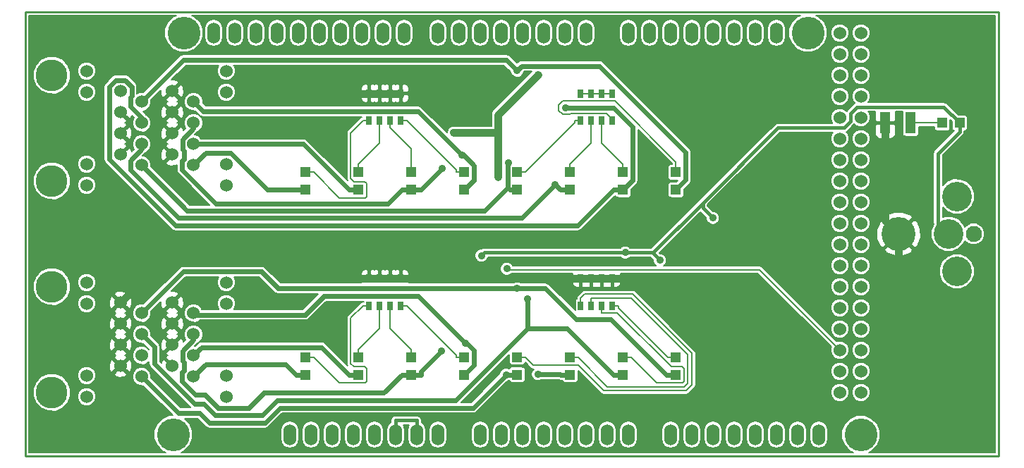
<source format=gtl>
G04 (created by PCBNEW (2013-jul-07)-stable) date Wed 06 Aug 2014 01:53:19 PM EDT*
%MOIN*%
G04 Gerber Fmt 3.4, Leading zero omitted, Abs format*
%FSLAX34Y34*%
G01*
G70*
G90*
G04 APERTURE LIST*
%ADD10C,0.00590551*%
%ADD11C,0.009*%
%ADD12C,0.155*%
%ADD13O,0.06X0.1*%
%ADD14C,0.06*%
%ADD15C,0.076*%
%ADD16C,0.14*%
%ADD17C,0.16*%
%ADD18R,0.05X0.1*%
%ADD19R,0.028X0.041*%
%ADD20C,0.15*%
%ADD21R,0.047X0.047*%
%ADD22C,0.035*%
%ADD23C,0.036*%
%ADD24C,0.008*%
%ADD25C,0.024*%
%ADD26C,0.016*%
G04 APERTURE END LIST*
G54D10*
G54D11*
X89500Y-51500D02*
X43500Y-51500D01*
X43500Y-30500D02*
X89500Y-30500D01*
X43500Y-30500D02*
X43500Y-51500D01*
X89500Y-51500D02*
X89500Y-30500D01*
G54D12*
X50500Y-50500D03*
X51000Y-31500D03*
X83000Y-50500D03*
X80500Y-31500D03*
G54D13*
X56000Y-50500D03*
X57000Y-50500D03*
X58000Y-50500D03*
X59000Y-50500D03*
X60000Y-50500D03*
X61000Y-50500D03*
X62000Y-50500D03*
X63000Y-50500D03*
X65000Y-50500D03*
X66000Y-50500D03*
X67000Y-50500D03*
X68000Y-50500D03*
X69000Y-50500D03*
X70000Y-50500D03*
X71000Y-50500D03*
X72000Y-50500D03*
X74000Y-50500D03*
X75000Y-50500D03*
X76000Y-50500D03*
X77000Y-50500D03*
X78000Y-50500D03*
X79000Y-50500D03*
X80000Y-50500D03*
X81000Y-50500D03*
X52400Y-31500D03*
X53400Y-31500D03*
X54400Y-31500D03*
X55400Y-31500D03*
X56400Y-31500D03*
X57400Y-31500D03*
X58400Y-31500D03*
X59400Y-31500D03*
X60400Y-31500D03*
X61400Y-31500D03*
X63000Y-31500D03*
X70000Y-31500D03*
X69000Y-31500D03*
X68000Y-31500D03*
X67000Y-31500D03*
X66000Y-31500D03*
X65000Y-31500D03*
X64000Y-31500D03*
X72000Y-31500D03*
X73000Y-31500D03*
X74000Y-31500D03*
X75000Y-31500D03*
X76000Y-31500D03*
X77000Y-31500D03*
X78000Y-31500D03*
X79000Y-31500D03*
G54D14*
X82000Y-31500D03*
X83000Y-31500D03*
X82000Y-32500D03*
X83000Y-32500D03*
X82000Y-33500D03*
X83000Y-33500D03*
X82000Y-34500D03*
X83000Y-34500D03*
X82000Y-35500D03*
X83000Y-35500D03*
X82000Y-36500D03*
X83000Y-36500D03*
X82000Y-37500D03*
X83000Y-37500D03*
X82000Y-38500D03*
X83000Y-38500D03*
X82000Y-39500D03*
X83000Y-39500D03*
X82000Y-40500D03*
X83000Y-40500D03*
X82000Y-41500D03*
X83000Y-41500D03*
X82000Y-42500D03*
X83000Y-42500D03*
X82000Y-43500D03*
X83000Y-43500D03*
X82000Y-44500D03*
X83000Y-44500D03*
X82000Y-45500D03*
X83000Y-45500D03*
X82000Y-46500D03*
X83000Y-46500D03*
X82000Y-47500D03*
X83000Y-47500D03*
X82000Y-48500D03*
X83000Y-48500D03*
G54D15*
X88320Y-41000D03*
G54D16*
X87140Y-41000D03*
G54D17*
X84780Y-41000D03*
G54D16*
X87530Y-39230D03*
X87530Y-42770D03*
G54D18*
X84150Y-35750D03*
X85350Y-35750D03*
G54D19*
X59750Y-35640D03*
X60250Y-35640D03*
X60750Y-35640D03*
X61250Y-35640D03*
X61250Y-34360D03*
X60750Y-34360D03*
X60250Y-34360D03*
X59750Y-34360D03*
X69750Y-44390D03*
X70250Y-44390D03*
X70750Y-44390D03*
X71250Y-44390D03*
X71250Y-43110D03*
X70750Y-43110D03*
X70250Y-43110D03*
X69750Y-43110D03*
X59750Y-44390D03*
X60250Y-44390D03*
X60750Y-44390D03*
X61250Y-44390D03*
X61250Y-43110D03*
X60750Y-43110D03*
X60250Y-43110D03*
X59750Y-43110D03*
G54D20*
X44750Y-33500D03*
X44750Y-38500D03*
G54D14*
X46400Y-33300D03*
X46400Y-34300D03*
X46400Y-37700D03*
X46400Y-38700D03*
X48000Y-34250D03*
X48000Y-35250D03*
X48000Y-36250D03*
X48000Y-37250D03*
X49000Y-34750D03*
X49000Y-35750D03*
X49000Y-36750D03*
X49000Y-37750D03*
X50450Y-34250D03*
X50450Y-35250D03*
X51450Y-34750D03*
X51450Y-35750D03*
X50450Y-36250D03*
X51450Y-36750D03*
X50450Y-37250D03*
X51450Y-37750D03*
X53000Y-33300D03*
X53000Y-34300D03*
X53000Y-37700D03*
X53000Y-38700D03*
G54D20*
X44750Y-43500D03*
X44750Y-48500D03*
G54D14*
X46400Y-43300D03*
X46400Y-44300D03*
X46400Y-47700D03*
X46400Y-48700D03*
X48000Y-44250D03*
X48000Y-45250D03*
X48000Y-46250D03*
X48000Y-47250D03*
X49000Y-44750D03*
X49000Y-45750D03*
X49000Y-46750D03*
X49000Y-47750D03*
X50450Y-44250D03*
X50450Y-45250D03*
X51450Y-44750D03*
X51450Y-45750D03*
X50450Y-46250D03*
X51450Y-46750D03*
X50450Y-47250D03*
X51450Y-47750D03*
X53000Y-43300D03*
X53000Y-44300D03*
X53000Y-47700D03*
X53000Y-48700D03*
G54D19*
X69750Y-35640D03*
X70250Y-35640D03*
X70750Y-35640D03*
X71250Y-35640D03*
X71250Y-34360D03*
X70750Y-34360D03*
X70250Y-34360D03*
X69750Y-34360D03*
G54D21*
X56750Y-38085D03*
X56750Y-38915D03*
X56750Y-46835D03*
X56750Y-47665D03*
X59250Y-46835D03*
X59250Y-47665D03*
X61750Y-46835D03*
X61750Y-47665D03*
X64250Y-46835D03*
X64250Y-47665D03*
X66750Y-46835D03*
X66750Y-47665D03*
X69250Y-46835D03*
X69250Y-47665D03*
X71750Y-46835D03*
X71750Y-47665D03*
X74250Y-46835D03*
X74250Y-47665D03*
X61750Y-38085D03*
X61750Y-38915D03*
X64250Y-38085D03*
X64250Y-38915D03*
X66750Y-38085D03*
X66750Y-38915D03*
X69250Y-38085D03*
X69250Y-38915D03*
X59250Y-38085D03*
X59250Y-38915D03*
X74250Y-38085D03*
X74250Y-38915D03*
X86835Y-35750D03*
X87665Y-35750D03*
X71750Y-38085D03*
X71750Y-38915D03*
G54D22*
X67750Y-33467D03*
X65841Y-38298D03*
X63749Y-36215D03*
X66256Y-42645D03*
X66750Y-33288D03*
X69029Y-35034D03*
X67728Y-47639D03*
X66222Y-47665D03*
X64305Y-46175D03*
X63175Y-46529D03*
X68542Y-38662D03*
X66323Y-37645D03*
X64130Y-37280D03*
X63187Y-37909D03*
X66750Y-43575D03*
X67237Y-44079D03*
X73500Y-42250D03*
X76000Y-40250D03*
X71859Y-41884D03*
X65062Y-42029D03*
X53434Y-34781D03*
G54D23*
X65841Y-35375D02*
X65841Y-36215D01*
X67750Y-33467D02*
X65841Y-35375D01*
X65841Y-36215D02*
X65841Y-38298D01*
X65841Y-36215D02*
X63749Y-36215D01*
G54D24*
X66304Y-42693D02*
X66256Y-42645D01*
X78193Y-42693D02*
X66304Y-42693D01*
X82000Y-46500D02*
X78193Y-42693D01*
G54D25*
X66227Y-32765D02*
X66750Y-33288D01*
X50984Y-32765D02*
X66227Y-32765D01*
X49000Y-34750D02*
X50984Y-32765D01*
X66975Y-33062D02*
X66750Y-33288D01*
X70627Y-33062D02*
X66975Y-33062D01*
X74719Y-37155D02*
X70627Y-33062D01*
X74719Y-38445D02*
X74719Y-37155D01*
X74250Y-38915D02*
X74719Y-38445D01*
X72205Y-38459D02*
X71750Y-38915D01*
X72205Y-35938D02*
X72205Y-38459D01*
X71301Y-35034D02*
X72205Y-35938D01*
X69029Y-35034D02*
X71301Y-35034D01*
X49000Y-35500D02*
X49000Y-35750D01*
X48457Y-34957D02*
X49000Y-35500D01*
X48457Y-34527D02*
X48457Y-34957D01*
X48520Y-34465D02*
X48457Y-34527D01*
X48520Y-34034D02*
X48520Y-34465D01*
X48215Y-33729D02*
X48520Y-34034D01*
X47784Y-33729D02*
X48215Y-33729D01*
X47472Y-34042D02*
X47784Y-33729D01*
X47472Y-37484D02*
X47472Y-34042D01*
X50592Y-40604D02*
X47472Y-37484D01*
X69605Y-40604D02*
X50592Y-40604D01*
X71294Y-38915D02*
X69605Y-40604D01*
X71750Y-38915D02*
X71294Y-38915D01*
X69250Y-47665D02*
X68794Y-47665D01*
X68769Y-47639D02*
X67728Y-47639D01*
X68794Y-47665D02*
X68769Y-47639D01*
X66750Y-47665D02*
X66294Y-47665D01*
X66294Y-47665D02*
X66222Y-47665D01*
X64662Y-49225D02*
X66222Y-47665D01*
X55543Y-49225D02*
X64662Y-49225D01*
X54831Y-49937D02*
X55543Y-49225D01*
X52191Y-49937D02*
X54831Y-49937D01*
X51731Y-49477D02*
X52191Y-49937D01*
X50727Y-49477D02*
X51731Y-49477D01*
X49000Y-47750D02*
X50727Y-49477D01*
X64371Y-46175D02*
X64305Y-46175D01*
X64705Y-46508D02*
X64371Y-46175D01*
X64705Y-47209D02*
X64705Y-46508D01*
X64250Y-47665D02*
X64705Y-47209D01*
X62075Y-43945D02*
X64305Y-46175D01*
X57603Y-43945D02*
X62075Y-43945D01*
X56725Y-44823D02*
X57603Y-43945D01*
X51523Y-44823D02*
X56725Y-44823D01*
X51450Y-44750D02*
X51523Y-44823D01*
X62205Y-47499D02*
X63175Y-46529D01*
X62205Y-47665D02*
X62205Y-47499D01*
X61977Y-47665D02*
X62205Y-47665D01*
X61977Y-47665D02*
X61750Y-47665D01*
X51450Y-46000D02*
X51450Y-45750D01*
X50925Y-46524D02*
X51450Y-46000D01*
X50925Y-46990D02*
X50925Y-46524D01*
X50991Y-47056D02*
X50925Y-46990D01*
X50991Y-47472D02*
X50991Y-47056D01*
X50918Y-47546D02*
X50991Y-47472D01*
X50918Y-47973D02*
X50918Y-47546D01*
X51550Y-48606D02*
X50918Y-47973D01*
X51992Y-48606D02*
X51550Y-48606D01*
X52613Y-49227D02*
X51992Y-48606D01*
X54063Y-49227D02*
X52613Y-49227D01*
X54771Y-48520D02*
X54063Y-49227D01*
X60439Y-48520D02*
X54771Y-48520D01*
X61294Y-47665D02*
X60439Y-48520D01*
X61750Y-47665D02*
X61294Y-47665D01*
X51839Y-46360D02*
X51450Y-46750D01*
X57490Y-46360D02*
X51839Y-46360D01*
X58794Y-47665D02*
X57490Y-46360D01*
X59250Y-47665D02*
X58794Y-47665D01*
X52033Y-47166D02*
X51450Y-47750D01*
X55795Y-47166D02*
X52033Y-47166D01*
X56294Y-47665D02*
X55795Y-47166D01*
X56750Y-47665D02*
X56294Y-47665D01*
X69250Y-38915D02*
X68794Y-38915D01*
X68794Y-38915D02*
X68542Y-38662D01*
X49000Y-36985D02*
X49000Y-36750D01*
X48460Y-37524D02*
X49000Y-36985D01*
X48460Y-37961D02*
X48460Y-37524D01*
X50750Y-40251D02*
X48460Y-37961D01*
X66953Y-40251D02*
X50750Y-40251D01*
X68542Y-38662D02*
X66953Y-40251D01*
X66750Y-38915D02*
X66403Y-38915D01*
X51148Y-39898D02*
X49000Y-37750D01*
X65201Y-39898D02*
X51148Y-39898D01*
X66294Y-38805D02*
X65201Y-39898D01*
X66403Y-38915D02*
X66294Y-38805D01*
X66294Y-37674D02*
X66323Y-37645D01*
X66294Y-38805D02*
X66294Y-37674D01*
X51914Y-35214D02*
X51450Y-34750D01*
X62064Y-35214D02*
X51914Y-35214D01*
X64130Y-37280D02*
X62064Y-35214D01*
X64228Y-37280D02*
X64130Y-37280D01*
X64705Y-37756D02*
X64228Y-37280D01*
X64705Y-38459D02*
X64705Y-37756D01*
X64250Y-38915D02*
X64705Y-38459D01*
X61522Y-38915D02*
X61294Y-38915D01*
X61522Y-38915D02*
X61750Y-38915D01*
X62205Y-38891D02*
X63187Y-37909D01*
X62205Y-38915D02*
X62205Y-38891D01*
X61750Y-38915D02*
X62205Y-38915D01*
X51450Y-36000D02*
X51450Y-35750D01*
X50925Y-36524D02*
X51450Y-36000D01*
X50925Y-36990D02*
X50925Y-36524D01*
X50991Y-37056D02*
X50925Y-36990D01*
X50991Y-37472D02*
X50991Y-37056D01*
X50918Y-37546D02*
X50991Y-37472D01*
X50918Y-37971D02*
X50918Y-37546D01*
X52505Y-39558D02*
X50918Y-37971D01*
X60651Y-39558D02*
X52505Y-39558D01*
X61294Y-38915D02*
X60651Y-39558D01*
X56629Y-36750D02*
X51450Y-36750D01*
X58794Y-38915D02*
X56629Y-36750D01*
X59250Y-38915D02*
X58794Y-38915D01*
X56750Y-38915D02*
X56294Y-38915D01*
X52020Y-37179D02*
X51450Y-37750D01*
X53215Y-37179D02*
X52020Y-37179D01*
X54950Y-38914D02*
X53215Y-37179D01*
X54950Y-38915D02*
X54950Y-38914D01*
X56294Y-38915D02*
X54950Y-38915D01*
X55450Y-43575D02*
X66750Y-43575D01*
X54653Y-42778D02*
X55450Y-43575D01*
X50971Y-42778D02*
X54653Y-42778D01*
X49000Y-44750D02*
X50971Y-42778D01*
X68078Y-43575D02*
X66750Y-43575D01*
X69546Y-45043D02*
X68078Y-43575D01*
X71173Y-45043D02*
X69546Y-45043D01*
X73794Y-47665D02*
X71173Y-45043D01*
X74250Y-47665D02*
X73794Y-47665D01*
X71750Y-47665D02*
X71294Y-47665D01*
X69102Y-45472D02*
X67237Y-45472D01*
X71294Y-47665D02*
X69102Y-45472D01*
X63825Y-48884D02*
X67237Y-45472D01*
X55402Y-48884D02*
X63825Y-48884D01*
X54712Y-49575D02*
X55402Y-48884D01*
X52480Y-49575D02*
X54712Y-49575D01*
X51946Y-49041D02*
X52480Y-49575D01*
X51504Y-49041D02*
X51946Y-49041D01*
X49604Y-47141D02*
X51504Y-49041D01*
X49604Y-46354D02*
X49604Y-47141D01*
X49000Y-45750D02*
X49604Y-46354D01*
X67237Y-45472D02*
X67237Y-44079D01*
G54D26*
X73171Y-41884D02*
X73171Y-41921D01*
X73171Y-41921D02*
X73500Y-42250D01*
X75528Y-39528D02*
X75528Y-39778D01*
X75528Y-39778D02*
X76000Y-40250D01*
X65207Y-41884D02*
X65062Y-42029D01*
X71859Y-41884D02*
X65207Y-41884D01*
X86639Y-40499D02*
X87140Y-41000D01*
X86639Y-37190D02*
X86639Y-40499D01*
X87665Y-36165D02*
X86639Y-37190D01*
X87665Y-35750D02*
X87665Y-36165D01*
X62000Y-49819D02*
X61000Y-49819D01*
X62000Y-50500D02*
X62000Y-49819D01*
X61000Y-50500D02*
X61000Y-49819D01*
X73171Y-41884D02*
X71859Y-41884D01*
X79076Y-35980D02*
X75528Y-39528D01*
X75528Y-39528D02*
X73171Y-41884D01*
X82206Y-35980D02*
X79076Y-35980D01*
X82519Y-35666D02*
X82206Y-35980D01*
X82519Y-35293D02*
X82519Y-35666D01*
X82813Y-35000D02*
X82519Y-35293D01*
X86915Y-35000D02*
X82813Y-35000D01*
X87665Y-35750D02*
X86915Y-35000D01*
G54D24*
X71250Y-44390D02*
X71530Y-44390D01*
X74250Y-46835D02*
X73874Y-46835D01*
X71530Y-44490D02*
X73874Y-46835D01*
X71530Y-44390D02*
X71530Y-44490D01*
X58874Y-44985D02*
X59469Y-44390D01*
X58874Y-47130D02*
X58874Y-44985D01*
X59034Y-47289D02*
X58874Y-47130D01*
X59545Y-47289D02*
X59034Y-47289D01*
X59625Y-47369D02*
X59545Y-47289D01*
X59625Y-47972D02*
X59625Y-47369D01*
X59556Y-48040D02*
X59625Y-47972D01*
X58330Y-48040D02*
X59556Y-48040D01*
X57125Y-46835D02*
X58330Y-48040D01*
X56750Y-46835D02*
X57125Y-46835D01*
X59750Y-44390D02*
X59469Y-44390D01*
X69949Y-43845D02*
X69750Y-44044D01*
X72203Y-43845D02*
X69949Y-43845D01*
X75009Y-46650D02*
X72203Y-43845D01*
X75009Y-48139D02*
X75009Y-46650D01*
X74727Y-48421D02*
X75009Y-48139D01*
X70836Y-48421D02*
X74727Y-48421D01*
X69625Y-47210D02*
X70836Y-48421D01*
X67500Y-47210D02*
X69625Y-47210D01*
X67125Y-46835D02*
X67500Y-47210D01*
X66750Y-46835D02*
X67125Y-46835D01*
X69750Y-44390D02*
X69750Y-44044D01*
X69250Y-46835D02*
X69625Y-46835D01*
X70250Y-44390D02*
X70250Y-44044D01*
X71015Y-48225D02*
X69625Y-46835D01*
X74652Y-48225D02*
X71015Y-48225D01*
X74805Y-48072D02*
X74652Y-48225D01*
X74805Y-46708D02*
X74805Y-48072D01*
X72141Y-44044D02*
X74805Y-46708D01*
X70250Y-44044D02*
X72141Y-44044D01*
X71471Y-44735D02*
X70750Y-44735D01*
X74026Y-47289D02*
X71471Y-44735D01*
X74545Y-47289D02*
X74026Y-47289D01*
X74625Y-47369D02*
X74545Y-47289D01*
X74625Y-47981D02*
X74625Y-47369D01*
X74566Y-48040D02*
X74625Y-47981D01*
X73330Y-48040D02*
X74566Y-48040D01*
X72125Y-46835D02*
X73330Y-48040D01*
X71750Y-46835D02*
X72125Y-46835D01*
X70750Y-44390D02*
X70750Y-44735D01*
X60250Y-45459D02*
X60250Y-44390D01*
X59250Y-46459D02*
X60250Y-45459D01*
X59250Y-46835D02*
X59250Y-46459D01*
X60750Y-45459D02*
X60750Y-44390D01*
X61750Y-46459D02*
X60750Y-45459D01*
X61750Y-46835D02*
X61750Y-46459D01*
X63874Y-46734D02*
X61530Y-44390D01*
X63874Y-46835D02*
X63874Y-46734D01*
X61250Y-44390D02*
X61530Y-44390D01*
X64250Y-46835D02*
X63874Y-46835D01*
X56750Y-38085D02*
X57125Y-38085D01*
X59750Y-35640D02*
X59469Y-35640D01*
X58338Y-39298D02*
X57125Y-38085D01*
X59555Y-39298D02*
X58338Y-39298D01*
X59625Y-39229D02*
X59555Y-39298D01*
X59625Y-38619D02*
X59625Y-39229D01*
X59545Y-38539D02*
X59625Y-38619D01*
X59034Y-38539D02*
X59545Y-38539D01*
X58874Y-38380D02*
X59034Y-38539D01*
X58874Y-36235D02*
X58874Y-38380D01*
X59469Y-35640D02*
X58874Y-36235D01*
X70250Y-36709D02*
X70250Y-35640D01*
X69250Y-37709D02*
X70250Y-36709D01*
X69250Y-38085D02*
X69250Y-37709D01*
X69750Y-34360D02*
X70250Y-34360D01*
X70250Y-34360D02*
X70750Y-34360D01*
X70750Y-34360D02*
X71250Y-34360D01*
X71250Y-35577D02*
X71250Y-35640D01*
X70967Y-35294D02*
X71250Y-35577D01*
X69278Y-35294D02*
X70967Y-35294D01*
X69220Y-35353D02*
X69278Y-35294D01*
X68896Y-35353D02*
X69220Y-35353D01*
X68709Y-35166D02*
X68896Y-35353D01*
X68709Y-34903D02*
X68709Y-35166D01*
X68893Y-34719D02*
X68709Y-34903D01*
X71359Y-34719D02*
X68893Y-34719D01*
X74250Y-37610D02*
X71359Y-34719D01*
X74250Y-38085D02*
X74250Y-37610D01*
X70750Y-36709D02*
X70750Y-35640D01*
X71750Y-37709D02*
X70750Y-36709D01*
X71750Y-38085D02*
X71750Y-37709D01*
X66750Y-38085D02*
X67125Y-38085D01*
X69750Y-35640D02*
X69469Y-35640D01*
X69469Y-35740D02*
X69469Y-35640D01*
X67125Y-38085D02*
X69469Y-35740D01*
X59250Y-38085D02*
X59250Y-37709D01*
X60250Y-36709D02*
X59250Y-37709D01*
X60250Y-35640D02*
X60250Y-36709D01*
X61750Y-38085D02*
X61750Y-37709D01*
X61750Y-36985D02*
X60750Y-35985D01*
X61750Y-37709D02*
X61750Y-36985D01*
X60750Y-35640D02*
X60750Y-35985D01*
X63874Y-37984D02*
X61530Y-35640D01*
X63874Y-38085D02*
X63874Y-37984D01*
X61250Y-35640D02*
X61530Y-35640D01*
X64250Y-38085D02*
X63874Y-38085D01*
X86835Y-35750D02*
X85350Y-35750D01*
G54D23*
X60250Y-43110D02*
X60750Y-43110D01*
X70250Y-43110D02*
X70750Y-43110D01*
X60250Y-43110D02*
X59750Y-43110D01*
X60250Y-34360D02*
X60750Y-34360D01*
X60750Y-34360D02*
X61250Y-34360D01*
X70250Y-43110D02*
X69829Y-43110D01*
X69750Y-43110D02*
X69829Y-43110D01*
X69750Y-43110D02*
X69329Y-43110D01*
X60750Y-43110D02*
X61250Y-43110D01*
X61250Y-43110D02*
X61670Y-43110D01*
X58597Y-42377D02*
X59329Y-43110D01*
X49872Y-42377D02*
X58597Y-42377D01*
X48000Y-44250D02*
X49872Y-42377D01*
X59750Y-43110D02*
X59329Y-43110D01*
X59750Y-34360D02*
X60250Y-34360D01*
X58908Y-34781D02*
X59329Y-34360D01*
X53434Y-34781D02*
X58908Y-34781D01*
X59750Y-34360D02*
X59329Y-34360D01*
X84150Y-40370D02*
X84150Y-35750D01*
X84780Y-41000D02*
X84150Y-40370D01*
X69329Y-43110D02*
X61670Y-43110D01*
X70750Y-43110D02*
X71250Y-43110D01*
X84780Y-47548D02*
X84780Y-41000D01*
X83242Y-49086D02*
X84780Y-47548D01*
X79707Y-49086D02*
X83242Y-49086D01*
X73731Y-43110D02*
X79707Y-49086D01*
X71250Y-43110D02*
X73731Y-43110D01*
G54D10*
G36*
X48090Y-34255D02*
X48005Y-34340D01*
X48000Y-34334D01*
X47994Y-34340D01*
X47909Y-34255D01*
X47915Y-34250D01*
X47909Y-34244D01*
X47994Y-34159D01*
X48000Y-34165D01*
X48005Y-34159D01*
X48090Y-34244D01*
X48084Y-34250D01*
X48090Y-34255D01*
X48090Y-34255D01*
G37*
G54D24*
X48090Y-34255D02*
X48005Y-34340D01*
X48000Y-34334D01*
X47994Y-34340D01*
X47909Y-34255D01*
X47915Y-34250D01*
X47909Y-34244D01*
X47994Y-34159D01*
X48000Y-34165D01*
X48005Y-34159D01*
X48090Y-34244D01*
X48084Y-34250D01*
X48090Y-34255D01*
G54D10*
G36*
X67441Y-33322D02*
X65615Y-35149D01*
X65546Y-35253D01*
X65521Y-35375D01*
X65521Y-35895D01*
X63749Y-35895D01*
X63723Y-35900D01*
X63686Y-35900D01*
X63651Y-35914D01*
X63626Y-35919D01*
X63605Y-35934D01*
X63570Y-35948D01*
X63544Y-35974D01*
X63522Y-35989D01*
X63508Y-36010D01*
X63482Y-36036D01*
X63467Y-36071D01*
X63453Y-36093D01*
X63448Y-36118D01*
X63434Y-36152D01*
X63434Y-36190D01*
X63429Y-36212D01*
X62248Y-35031D01*
X62164Y-34974D01*
X62064Y-34954D01*
X61630Y-34954D01*
X61630Y-34517D01*
X61630Y-34202D01*
X61629Y-34107D01*
X61593Y-34018D01*
X61525Y-33951D01*
X61437Y-33914D01*
X61370Y-33915D01*
X61310Y-33975D01*
X61310Y-34300D01*
X61570Y-34300D01*
X61630Y-34240D01*
X61630Y-34202D01*
X61630Y-34517D01*
X61630Y-34480D01*
X61570Y-34420D01*
X61310Y-34420D01*
X61310Y-34745D01*
X61370Y-34805D01*
X61437Y-34805D01*
X61525Y-34768D01*
X61593Y-34701D01*
X61629Y-34612D01*
X61630Y-34517D01*
X61630Y-34954D01*
X61190Y-34954D01*
X61190Y-34745D01*
X61190Y-34420D01*
X61190Y-34300D01*
X61190Y-33975D01*
X61130Y-33915D01*
X61062Y-33914D01*
X61000Y-33940D01*
X60937Y-33914D01*
X60870Y-33915D01*
X60810Y-33975D01*
X60810Y-34300D01*
X60930Y-34300D01*
X61070Y-34300D01*
X61190Y-34300D01*
X61190Y-34420D01*
X61070Y-34420D01*
X60930Y-34420D01*
X60810Y-34420D01*
X60810Y-34745D01*
X60870Y-34805D01*
X60937Y-34805D01*
X61000Y-34779D01*
X61062Y-34805D01*
X61130Y-34805D01*
X61190Y-34745D01*
X61190Y-34954D01*
X60690Y-34954D01*
X60690Y-34745D01*
X60690Y-34420D01*
X60690Y-34300D01*
X60690Y-33975D01*
X60630Y-33915D01*
X60562Y-33914D01*
X60500Y-33940D01*
X60437Y-33914D01*
X60370Y-33915D01*
X60310Y-33975D01*
X60310Y-34300D01*
X60430Y-34300D01*
X60570Y-34300D01*
X60690Y-34300D01*
X60690Y-34420D01*
X60570Y-34420D01*
X60430Y-34420D01*
X60310Y-34420D01*
X60310Y-34745D01*
X60370Y-34805D01*
X60437Y-34805D01*
X60500Y-34779D01*
X60562Y-34805D01*
X60630Y-34805D01*
X60690Y-34745D01*
X60690Y-34954D01*
X60190Y-34954D01*
X60190Y-34745D01*
X60190Y-34420D01*
X60190Y-34300D01*
X60190Y-33975D01*
X60130Y-33915D01*
X60062Y-33914D01*
X60000Y-33940D01*
X59937Y-33914D01*
X59870Y-33915D01*
X59810Y-33975D01*
X59810Y-34300D01*
X59930Y-34300D01*
X60070Y-34300D01*
X60190Y-34300D01*
X60190Y-34420D01*
X60070Y-34420D01*
X59930Y-34420D01*
X59810Y-34420D01*
X59810Y-34745D01*
X59870Y-34805D01*
X59937Y-34805D01*
X60000Y-34779D01*
X60062Y-34805D01*
X60130Y-34805D01*
X60190Y-34745D01*
X60190Y-34954D01*
X59690Y-34954D01*
X59690Y-34745D01*
X59690Y-34420D01*
X59690Y-34300D01*
X59690Y-33975D01*
X59630Y-33915D01*
X59562Y-33914D01*
X59474Y-33951D01*
X59406Y-34018D01*
X59370Y-34107D01*
X59369Y-34202D01*
X59370Y-34240D01*
X59430Y-34300D01*
X59690Y-34300D01*
X59690Y-34420D01*
X59430Y-34420D01*
X59370Y-34480D01*
X59369Y-34517D01*
X59370Y-34612D01*
X59406Y-34701D01*
X59474Y-34768D01*
X59562Y-34805D01*
X59630Y-34805D01*
X59690Y-34745D01*
X59690Y-34954D01*
X53440Y-34954D01*
X53440Y-34212D01*
X53373Y-34051D01*
X53249Y-33927D01*
X53087Y-33860D01*
X52912Y-33859D01*
X52751Y-33926D01*
X52627Y-34050D01*
X52560Y-34212D01*
X52559Y-34387D01*
X52626Y-34548D01*
X52750Y-34672D01*
X52912Y-34739D01*
X53087Y-34740D01*
X53248Y-34673D01*
X53372Y-34549D01*
X53439Y-34387D01*
X53440Y-34212D01*
X53440Y-34954D01*
X52022Y-34954D01*
X51889Y-34822D01*
X51890Y-34662D01*
X51823Y-34501D01*
X51699Y-34377D01*
X51537Y-34310D01*
X51362Y-34309D01*
X51201Y-34376D01*
X51077Y-34500D01*
X51010Y-34662D01*
X51009Y-34837D01*
X51076Y-34998D01*
X51200Y-35122D01*
X51362Y-35189D01*
X51522Y-35190D01*
X51731Y-35398D01*
X51731Y-35398D01*
X51815Y-35455D01*
X51914Y-35474D01*
X59399Y-35474D01*
X59342Y-35512D01*
X58747Y-36107D01*
X58708Y-36166D01*
X58694Y-36235D01*
X58694Y-38380D01*
X58708Y-38449D01*
X58732Y-38485D01*
X56813Y-36566D01*
X56729Y-36509D01*
X56629Y-36490D01*
X51812Y-36490D01*
X51699Y-36377D01*
X51537Y-36310D01*
X51507Y-36310D01*
X51633Y-36183D01*
X51664Y-36137D01*
X51698Y-36123D01*
X51822Y-35999D01*
X51889Y-35837D01*
X51890Y-35662D01*
X51823Y-35501D01*
X51699Y-35377D01*
X51537Y-35310D01*
X51362Y-35309D01*
X51201Y-35376D01*
X51077Y-35500D01*
X51010Y-35662D01*
X51009Y-35837D01*
X51076Y-35998D01*
X51080Y-36002D01*
X50996Y-36086D01*
X50996Y-35319D01*
X50996Y-34319D01*
X50981Y-34105D01*
X50928Y-33976D01*
X50836Y-33948D01*
X50534Y-34250D01*
X50836Y-34551D01*
X50928Y-34523D01*
X50996Y-34319D01*
X50996Y-35319D01*
X50981Y-35105D01*
X50928Y-34976D01*
X50836Y-34948D01*
X50751Y-35032D01*
X50751Y-34863D01*
X50723Y-34771D01*
X50664Y-34752D01*
X50723Y-34728D01*
X50751Y-34636D01*
X50450Y-34334D01*
X50148Y-34636D01*
X50176Y-34728D01*
X50235Y-34747D01*
X50176Y-34771D01*
X50148Y-34863D01*
X50450Y-35165D01*
X50751Y-34863D01*
X50751Y-35032D01*
X50534Y-35250D01*
X50836Y-35551D01*
X50928Y-35523D01*
X50996Y-35319D01*
X50996Y-36086D01*
X50980Y-36102D01*
X50928Y-35976D01*
X50836Y-35948D01*
X50751Y-36032D01*
X50751Y-35863D01*
X50723Y-35771D01*
X50664Y-35752D01*
X50723Y-35728D01*
X50751Y-35636D01*
X50450Y-35334D01*
X50365Y-35419D01*
X50365Y-35250D01*
X50063Y-34948D01*
X49971Y-34976D01*
X49903Y-35180D01*
X49918Y-35394D01*
X49971Y-35523D01*
X50063Y-35551D01*
X50365Y-35250D01*
X50365Y-35419D01*
X50148Y-35636D01*
X50176Y-35728D01*
X50235Y-35747D01*
X50176Y-35771D01*
X50148Y-35863D01*
X50450Y-36165D01*
X50751Y-35863D01*
X50751Y-36032D01*
X50534Y-36250D01*
X50540Y-36255D01*
X50455Y-36340D01*
X50450Y-36334D01*
X50365Y-36419D01*
X50365Y-36250D01*
X50063Y-35948D01*
X49971Y-35976D01*
X49903Y-36180D01*
X49918Y-36394D01*
X49971Y-36523D01*
X50063Y-36551D01*
X50365Y-36250D01*
X50365Y-36419D01*
X50148Y-36636D01*
X50176Y-36728D01*
X50235Y-36747D01*
X50176Y-36771D01*
X50148Y-36863D01*
X50450Y-37165D01*
X50455Y-37159D01*
X50540Y-37244D01*
X50534Y-37250D01*
X50540Y-37255D01*
X50455Y-37340D01*
X50450Y-37334D01*
X50365Y-37419D01*
X50365Y-37250D01*
X50063Y-36948D01*
X49971Y-36976D01*
X49903Y-37180D01*
X49918Y-37394D01*
X49971Y-37523D01*
X50063Y-37551D01*
X50365Y-37250D01*
X50365Y-37419D01*
X50148Y-37636D01*
X50176Y-37728D01*
X50380Y-37796D01*
X50594Y-37781D01*
X50658Y-37754D01*
X50658Y-37971D01*
X50677Y-38071D01*
X50734Y-38155D01*
X52217Y-39638D01*
X51256Y-39638D01*
X49439Y-37822D01*
X49440Y-37662D01*
X49373Y-37501D01*
X49249Y-37377D01*
X49087Y-37310D01*
X49043Y-37310D01*
X49183Y-37169D01*
X49183Y-37169D01*
X49201Y-37142D01*
X49201Y-37142D01*
X49248Y-37123D01*
X49372Y-36999D01*
X49439Y-36837D01*
X49440Y-36662D01*
X49373Y-36501D01*
X49249Y-36377D01*
X49087Y-36310D01*
X48912Y-36309D01*
X48751Y-36376D01*
X48627Y-36500D01*
X48560Y-36662D01*
X48559Y-36837D01*
X48624Y-36993D01*
X48546Y-37071D01*
X48546Y-36319D01*
X48531Y-36105D01*
X48478Y-35976D01*
X48386Y-35948D01*
X48084Y-36250D01*
X48386Y-36551D01*
X48478Y-36523D01*
X48546Y-36319D01*
X48546Y-37071D01*
X48525Y-37092D01*
X48478Y-36976D01*
X48386Y-36948D01*
X48084Y-37250D01*
X48090Y-37255D01*
X48005Y-37340D01*
X48000Y-37334D01*
X47994Y-37340D01*
X47909Y-37255D01*
X47915Y-37250D01*
X47909Y-37244D01*
X47994Y-37159D01*
X48000Y-37165D01*
X48301Y-36863D01*
X48273Y-36771D01*
X48214Y-36752D01*
X48273Y-36728D01*
X48301Y-36636D01*
X48000Y-36334D01*
X47994Y-36340D01*
X47909Y-36255D01*
X47915Y-36250D01*
X47909Y-36244D01*
X47994Y-36159D01*
X48000Y-36165D01*
X48301Y-35863D01*
X48273Y-35771D01*
X48214Y-35752D01*
X48273Y-35728D01*
X48301Y-35636D01*
X48000Y-35334D01*
X47994Y-35340D01*
X47909Y-35255D01*
X47915Y-35250D01*
X47909Y-35244D01*
X47994Y-35159D01*
X48000Y-35165D01*
X48005Y-35159D01*
X48090Y-35244D01*
X48084Y-35250D01*
X48386Y-35551D01*
X48478Y-35523D01*
X48522Y-35390D01*
X48629Y-35497D01*
X48627Y-35500D01*
X48560Y-35662D01*
X48559Y-35837D01*
X48626Y-35998D01*
X48750Y-36122D01*
X48912Y-36189D01*
X49087Y-36190D01*
X49248Y-36123D01*
X49372Y-35999D01*
X49439Y-35837D01*
X49440Y-35662D01*
X49373Y-35501D01*
X49249Y-35377D01*
X49215Y-35362D01*
X49183Y-35316D01*
X49183Y-35316D01*
X49057Y-35190D01*
X49087Y-35190D01*
X49248Y-35123D01*
X49372Y-34999D01*
X49439Y-34837D01*
X49440Y-34677D01*
X49905Y-34211D01*
X49918Y-34394D01*
X49971Y-34523D01*
X50063Y-34551D01*
X50365Y-34250D01*
X50359Y-34244D01*
X50444Y-34159D01*
X50450Y-34165D01*
X50751Y-33863D01*
X50723Y-33771D01*
X50519Y-33703D01*
X50405Y-33711D01*
X51091Y-33025D01*
X52651Y-33025D01*
X52627Y-33050D01*
X52560Y-33212D01*
X52559Y-33387D01*
X52626Y-33548D01*
X52750Y-33672D01*
X52912Y-33739D01*
X53087Y-33740D01*
X53248Y-33673D01*
X53372Y-33549D01*
X53439Y-33387D01*
X53440Y-33212D01*
X53373Y-33051D01*
X53348Y-33025D01*
X66119Y-33025D01*
X66434Y-33341D01*
X66434Y-33351D01*
X66482Y-33467D01*
X66571Y-33555D01*
X66687Y-33603D01*
X66812Y-33603D01*
X66928Y-33556D01*
X67016Y-33467D01*
X67064Y-33351D01*
X67064Y-33341D01*
X67083Y-33322D01*
X67441Y-33322D01*
X67441Y-33322D01*
G37*
G54D24*
X67441Y-33322D02*
X65615Y-35149D01*
X65546Y-35253D01*
X65521Y-35375D01*
X65521Y-35895D01*
X63749Y-35895D01*
X63723Y-35900D01*
X63686Y-35900D01*
X63651Y-35914D01*
X63626Y-35919D01*
X63605Y-35934D01*
X63570Y-35948D01*
X63544Y-35974D01*
X63522Y-35989D01*
X63508Y-36010D01*
X63482Y-36036D01*
X63467Y-36071D01*
X63453Y-36093D01*
X63448Y-36118D01*
X63434Y-36152D01*
X63434Y-36190D01*
X63429Y-36212D01*
X62248Y-35031D01*
X62164Y-34974D01*
X62064Y-34954D01*
X61630Y-34954D01*
X61630Y-34517D01*
X61630Y-34202D01*
X61629Y-34107D01*
X61593Y-34018D01*
X61525Y-33951D01*
X61437Y-33914D01*
X61370Y-33915D01*
X61310Y-33975D01*
X61310Y-34300D01*
X61570Y-34300D01*
X61630Y-34240D01*
X61630Y-34202D01*
X61630Y-34517D01*
X61630Y-34480D01*
X61570Y-34420D01*
X61310Y-34420D01*
X61310Y-34745D01*
X61370Y-34805D01*
X61437Y-34805D01*
X61525Y-34768D01*
X61593Y-34701D01*
X61629Y-34612D01*
X61630Y-34517D01*
X61630Y-34954D01*
X61190Y-34954D01*
X61190Y-34745D01*
X61190Y-34420D01*
X61190Y-34300D01*
X61190Y-33975D01*
X61130Y-33915D01*
X61062Y-33914D01*
X61000Y-33940D01*
X60937Y-33914D01*
X60870Y-33915D01*
X60810Y-33975D01*
X60810Y-34300D01*
X60930Y-34300D01*
X61070Y-34300D01*
X61190Y-34300D01*
X61190Y-34420D01*
X61070Y-34420D01*
X60930Y-34420D01*
X60810Y-34420D01*
X60810Y-34745D01*
X60870Y-34805D01*
X60937Y-34805D01*
X61000Y-34779D01*
X61062Y-34805D01*
X61130Y-34805D01*
X61190Y-34745D01*
X61190Y-34954D01*
X60690Y-34954D01*
X60690Y-34745D01*
X60690Y-34420D01*
X60690Y-34300D01*
X60690Y-33975D01*
X60630Y-33915D01*
X60562Y-33914D01*
X60500Y-33940D01*
X60437Y-33914D01*
X60370Y-33915D01*
X60310Y-33975D01*
X60310Y-34300D01*
X60430Y-34300D01*
X60570Y-34300D01*
X60690Y-34300D01*
X60690Y-34420D01*
X60570Y-34420D01*
X60430Y-34420D01*
X60310Y-34420D01*
X60310Y-34745D01*
X60370Y-34805D01*
X60437Y-34805D01*
X60500Y-34779D01*
X60562Y-34805D01*
X60630Y-34805D01*
X60690Y-34745D01*
X60690Y-34954D01*
X60190Y-34954D01*
X60190Y-34745D01*
X60190Y-34420D01*
X60190Y-34300D01*
X60190Y-33975D01*
X60130Y-33915D01*
X60062Y-33914D01*
X60000Y-33940D01*
X59937Y-33914D01*
X59870Y-33915D01*
X59810Y-33975D01*
X59810Y-34300D01*
X59930Y-34300D01*
X60070Y-34300D01*
X60190Y-34300D01*
X60190Y-34420D01*
X60070Y-34420D01*
X59930Y-34420D01*
X59810Y-34420D01*
X59810Y-34745D01*
X59870Y-34805D01*
X59937Y-34805D01*
X60000Y-34779D01*
X60062Y-34805D01*
X60130Y-34805D01*
X60190Y-34745D01*
X60190Y-34954D01*
X59690Y-34954D01*
X59690Y-34745D01*
X59690Y-34420D01*
X59690Y-34300D01*
X59690Y-33975D01*
X59630Y-33915D01*
X59562Y-33914D01*
X59474Y-33951D01*
X59406Y-34018D01*
X59370Y-34107D01*
X59369Y-34202D01*
X59370Y-34240D01*
X59430Y-34300D01*
X59690Y-34300D01*
X59690Y-34420D01*
X59430Y-34420D01*
X59370Y-34480D01*
X59369Y-34517D01*
X59370Y-34612D01*
X59406Y-34701D01*
X59474Y-34768D01*
X59562Y-34805D01*
X59630Y-34805D01*
X59690Y-34745D01*
X59690Y-34954D01*
X53440Y-34954D01*
X53440Y-34212D01*
X53373Y-34051D01*
X53249Y-33927D01*
X53087Y-33860D01*
X52912Y-33859D01*
X52751Y-33926D01*
X52627Y-34050D01*
X52560Y-34212D01*
X52559Y-34387D01*
X52626Y-34548D01*
X52750Y-34672D01*
X52912Y-34739D01*
X53087Y-34740D01*
X53248Y-34673D01*
X53372Y-34549D01*
X53439Y-34387D01*
X53440Y-34212D01*
X53440Y-34954D01*
X52022Y-34954D01*
X51889Y-34822D01*
X51890Y-34662D01*
X51823Y-34501D01*
X51699Y-34377D01*
X51537Y-34310D01*
X51362Y-34309D01*
X51201Y-34376D01*
X51077Y-34500D01*
X51010Y-34662D01*
X51009Y-34837D01*
X51076Y-34998D01*
X51200Y-35122D01*
X51362Y-35189D01*
X51522Y-35190D01*
X51731Y-35398D01*
X51731Y-35398D01*
X51815Y-35455D01*
X51914Y-35474D01*
X59399Y-35474D01*
X59342Y-35512D01*
X58747Y-36107D01*
X58708Y-36166D01*
X58694Y-36235D01*
X58694Y-38380D01*
X58708Y-38449D01*
X58732Y-38485D01*
X56813Y-36566D01*
X56729Y-36509D01*
X56629Y-36490D01*
X51812Y-36490D01*
X51699Y-36377D01*
X51537Y-36310D01*
X51507Y-36310D01*
X51633Y-36183D01*
X51664Y-36137D01*
X51698Y-36123D01*
X51822Y-35999D01*
X51889Y-35837D01*
X51890Y-35662D01*
X51823Y-35501D01*
X51699Y-35377D01*
X51537Y-35310D01*
X51362Y-35309D01*
X51201Y-35376D01*
X51077Y-35500D01*
X51010Y-35662D01*
X51009Y-35837D01*
X51076Y-35998D01*
X51080Y-36002D01*
X50996Y-36086D01*
X50996Y-35319D01*
X50996Y-34319D01*
X50981Y-34105D01*
X50928Y-33976D01*
X50836Y-33948D01*
X50534Y-34250D01*
X50836Y-34551D01*
X50928Y-34523D01*
X50996Y-34319D01*
X50996Y-35319D01*
X50981Y-35105D01*
X50928Y-34976D01*
X50836Y-34948D01*
X50751Y-35032D01*
X50751Y-34863D01*
X50723Y-34771D01*
X50664Y-34752D01*
X50723Y-34728D01*
X50751Y-34636D01*
X50450Y-34334D01*
X50148Y-34636D01*
X50176Y-34728D01*
X50235Y-34747D01*
X50176Y-34771D01*
X50148Y-34863D01*
X50450Y-35165D01*
X50751Y-34863D01*
X50751Y-35032D01*
X50534Y-35250D01*
X50836Y-35551D01*
X50928Y-35523D01*
X50996Y-35319D01*
X50996Y-36086D01*
X50980Y-36102D01*
X50928Y-35976D01*
X50836Y-35948D01*
X50751Y-36032D01*
X50751Y-35863D01*
X50723Y-35771D01*
X50664Y-35752D01*
X50723Y-35728D01*
X50751Y-35636D01*
X50450Y-35334D01*
X50365Y-35419D01*
X50365Y-35250D01*
X50063Y-34948D01*
X49971Y-34976D01*
X49903Y-35180D01*
X49918Y-35394D01*
X49971Y-35523D01*
X50063Y-35551D01*
X50365Y-35250D01*
X50365Y-35419D01*
X50148Y-35636D01*
X50176Y-35728D01*
X50235Y-35747D01*
X50176Y-35771D01*
X50148Y-35863D01*
X50450Y-36165D01*
X50751Y-35863D01*
X50751Y-36032D01*
X50534Y-36250D01*
X50540Y-36255D01*
X50455Y-36340D01*
X50450Y-36334D01*
X50365Y-36419D01*
X50365Y-36250D01*
X50063Y-35948D01*
X49971Y-35976D01*
X49903Y-36180D01*
X49918Y-36394D01*
X49971Y-36523D01*
X50063Y-36551D01*
X50365Y-36250D01*
X50365Y-36419D01*
X50148Y-36636D01*
X50176Y-36728D01*
X50235Y-36747D01*
X50176Y-36771D01*
X50148Y-36863D01*
X50450Y-37165D01*
X50455Y-37159D01*
X50540Y-37244D01*
X50534Y-37250D01*
X50540Y-37255D01*
X50455Y-37340D01*
X50450Y-37334D01*
X50365Y-37419D01*
X50365Y-37250D01*
X50063Y-36948D01*
X49971Y-36976D01*
X49903Y-37180D01*
X49918Y-37394D01*
X49971Y-37523D01*
X50063Y-37551D01*
X50365Y-37250D01*
X50365Y-37419D01*
X50148Y-37636D01*
X50176Y-37728D01*
X50380Y-37796D01*
X50594Y-37781D01*
X50658Y-37754D01*
X50658Y-37971D01*
X50677Y-38071D01*
X50734Y-38155D01*
X52217Y-39638D01*
X51256Y-39638D01*
X49439Y-37822D01*
X49440Y-37662D01*
X49373Y-37501D01*
X49249Y-37377D01*
X49087Y-37310D01*
X49043Y-37310D01*
X49183Y-37169D01*
X49183Y-37169D01*
X49201Y-37142D01*
X49201Y-37142D01*
X49248Y-37123D01*
X49372Y-36999D01*
X49439Y-36837D01*
X49440Y-36662D01*
X49373Y-36501D01*
X49249Y-36377D01*
X49087Y-36310D01*
X48912Y-36309D01*
X48751Y-36376D01*
X48627Y-36500D01*
X48560Y-36662D01*
X48559Y-36837D01*
X48624Y-36993D01*
X48546Y-37071D01*
X48546Y-36319D01*
X48531Y-36105D01*
X48478Y-35976D01*
X48386Y-35948D01*
X48084Y-36250D01*
X48386Y-36551D01*
X48478Y-36523D01*
X48546Y-36319D01*
X48546Y-37071D01*
X48525Y-37092D01*
X48478Y-36976D01*
X48386Y-36948D01*
X48084Y-37250D01*
X48090Y-37255D01*
X48005Y-37340D01*
X48000Y-37334D01*
X47994Y-37340D01*
X47909Y-37255D01*
X47915Y-37250D01*
X47909Y-37244D01*
X47994Y-37159D01*
X48000Y-37165D01*
X48301Y-36863D01*
X48273Y-36771D01*
X48214Y-36752D01*
X48273Y-36728D01*
X48301Y-36636D01*
X48000Y-36334D01*
X47994Y-36340D01*
X47909Y-36255D01*
X47915Y-36250D01*
X47909Y-36244D01*
X47994Y-36159D01*
X48000Y-36165D01*
X48301Y-35863D01*
X48273Y-35771D01*
X48214Y-35752D01*
X48273Y-35728D01*
X48301Y-35636D01*
X48000Y-35334D01*
X47994Y-35340D01*
X47909Y-35255D01*
X47915Y-35250D01*
X47909Y-35244D01*
X47994Y-35159D01*
X48000Y-35165D01*
X48005Y-35159D01*
X48090Y-35244D01*
X48084Y-35250D01*
X48386Y-35551D01*
X48478Y-35523D01*
X48522Y-35390D01*
X48629Y-35497D01*
X48627Y-35500D01*
X48560Y-35662D01*
X48559Y-35837D01*
X48626Y-35998D01*
X48750Y-36122D01*
X48912Y-36189D01*
X49087Y-36190D01*
X49248Y-36123D01*
X49372Y-35999D01*
X49439Y-35837D01*
X49440Y-35662D01*
X49373Y-35501D01*
X49249Y-35377D01*
X49215Y-35362D01*
X49183Y-35316D01*
X49183Y-35316D01*
X49057Y-35190D01*
X49087Y-35190D01*
X49248Y-35123D01*
X49372Y-34999D01*
X49439Y-34837D01*
X49440Y-34677D01*
X49905Y-34211D01*
X49918Y-34394D01*
X49971Y-34523D01*
X50063Y-34551D01*
X50365Y-34250D01*
X50359Y-34244D01*
X50444Y-34159D01*
X50450Y-34165D01*
X50751Y-33863D01*
X50723Y-33771D01*
X50519Y-33703D01*
X50405Y-33711D01*
X51091Y-33025D01*
X52651Y-33025D01*
X52627Y-33050D01*
X52560Y-33212D01*
X52559Y-33387D01*
X52626Y-33548D01*
X52750Y-33672D01*
X52912Y-33739D01*
X53087Y-33740D01*
X53248Y-33673D01*
X53372Y-33549D01*
X53439Y-33387D01*
X53440Y-33212D01*
X53373Y-33051D01*
X53348Y-33025D01*
X66119Y-33025D01*
X66434Y-33341D01*
X66434Y-33351D01*
X66482Y-33467D01*
X66571Y-33555D01*
X66687Y-33603D01*
X66812Y-33603D01*
X66928Y-33556D01*
X67016Y-33467D01*
X67064Y-33351D01*
X67064Y-33341D01*
X67083Y-33322D01*
X67441Y-33322D01*
G54D10*
G36*
X89335Y-51335D02*
X88840Y-51335D01*
X88840Y-40897D01*
X88761Y-40705D01*
X88614Y-40559D01*
X88423Y-40480D01*
X88217Y-40479D01*
X88025Y-40558D01*
X87913Y-40671D01*
X87852Y-40524D01*
X87616Y-40288D01*
X87307Y-40160D01*
X86973Y-40159D01*
X86859Y-40207D01*
X86859Y-39747D01*
X87053Y-39941D01*
X87362Y-40069D01*
X87696Y-40070D01*
X88005Y-39942D01*
X88241Y-39706D01*
X88369Y-39397D01*
X88370Y-39063D01*
X88242Y-38754D01*
X88006Y-38518D01*
X87697Y-38390D01*
X87363Y-38389D01*
X87054Y-38517D01*
X86859Y-38712D01*
X86859Y-37281D01*
X87820Y-36320D01*
X87820Y-36320D01*
X87868Y-36249D01*
X87884Y-36165D01*
X87885Y-36165D01*
X87885Y-36125D01*
X87927Y-36125D01*
X87979Y-36103D01*
X88018Y-36064D01*
X88039Y-36012D01*
X88040Y-35957D01*
X88040Y-35487D01*
X88018Y-35435D01*
X87979Y-35396D01*
X87927Y-35375D01*
X87872Y-35374D01*
X87601Y-35374D01*
X87070Y-34844D01*
X86999Y-34796D01*
X86915Y-34780D01*
X83342Y-34780D01*
X83372Y-34749D01*
X83439Y-34587D01*
X83440Y-34412D01*
X83440Y-33412D01*
X83440Y-32412D01*
X83440Y-31412D01*
X83373Y-31251D01*
X83249Y-31127D01*
X83087Y-31060D01*
X82912Y-31059D01*
X82751Y-31126D01*
X82627Y-31250D01*
X82560Y-31412D01*
X82559Y-31587D01*
X82626Y-31748D01*
X82750Y-31872D01*
X82912Y-31939D01*
X83087Y-31940D01*
X83248Y-31873D01*
X83372Y-31749D01*
X83439Y-31587D01*
X83440Y-31412D01*
X83440Y-32412D01*
X83373Y-32251D01*
X83249Y-32127D01*
X83087Y-32060D01*
X82912Y-32059D01*
X82751Y-32126D01*
X82627Y-32250D01*
X82560Y-32412D01*
X82559Y-32587D01*
X82626Y-32748D01*
X82750Y-32872D01*
X82912Y-32939D01*
X83087Y-32940D01*
X83248Y-32873D01*
X83372Y-32749D01*
X83439Y-32587D01*
X83440Y-32412D01*
X83440Y-33412D01*
X83373Y-33251D01*
X83249Y-33127D01*
X83087Y-33060D01*
X82912Y-33059D01*
X82751Y-33126D01*
X82627Y-33250D01*
X82560Y-33412D01*
X82559Y-33587D01*
X82626Y-33748D01*
X82750Y-33872D01*
X82912Y-33939D01*
X83087Y-33940D01*
X83248Y-33873D01*
X83372Y-33749D01*
X83439Y-33587D01*
X83440Y-33412D01*
X83440Y-34412D01*
X83373Y-34251D01*
X83249Y-34127D01*
X83087Y-34060D01*
X82912Y-34059D01*
X82751Y-34126D01*
X82627Y-34250D01*
X82560Y-34412D01*
X82559Y-34587D01*
X82626Y-34748D01*
X82696Y-34818D01*
X82696Y-34818D01*
X82658Y-34844D01*
X82440Y-35062D01*
X82440Y-34412D01*
X82440Y-33412D01*
X82440Y-32412D01*
X82440Y-31412D01*
X82373Y-31251D01*
X82249Y-31127D01*
X82087Y-31060D01*
X81912Y-31059D01*
X81751Y-31126D01*
X81627Y-31250D01*
X81560Y-31412D01*
X81559Y-31587D01*
X81626Y-31748D01*
X81750Y-31872D01*
X81912Y-31939D01*
X82087Y-31940D01*
X82248Y-31873D01*
X82372Y-31749D01*
X82439Y-31587D01*
X82440Y-31412D01*
X82440Y-32412D01*
X82373Y-32251D01*
X82249Y-32127D01*
X82087Y-32060D01*
X81912Y-32059D01*
X81751Y-32126D01*
X81627Y-32250D01*
X81560Y-32412D01*
X81559Y-32587D01*
X81626Y-32748D01*
X81750Y-32872D01*
X81912Y-32939D01*
X82087Y-32940D01*
X82248Y-32873D01*
X82372Y-32749D01*
X82439Y-32587D01*
X82440Y-32412D01*
X82440Y-33412D01*
X82373Y-33251D01*
X82249Y-33127D01*
X82087Y-33060D01*
X81912Y-33059D01*
X81751Y-33126D01*
X81627Y-33250D01*
X81560Y-33412D01*
X81559Y-33587D01*
X81626Y-33748D01*
X81750Y-33872D01*
X81912Y-33939D01*
X82087Y-33940D01*
X82248Y-33873D01*
X82372Y-33749D01*
X82439Y-33587D01*
X82440Y-33412D01*
X82440Y-34412D01*
X82373Y-34251D01*
X82249Y-34127D01*
X82087Y-34060D01*
X81912Y-34059D01*
X81751Y-34126D01*
X81627Y-34250D01*
X81560Y-34412D01*
X81559Y-34587D01*
X81626Y-34748D01*
X81750Y-34872D01*
X81912Y-34939D01*
X82087Y-34940D01*
X82248Y-34873D01*
X82372Y-34749D01*
X82439Y-34587D01*
X82440Y-34412D01*
X82440Y-35062D01*
X82364Y-35138D01*
X82322Y-35200D01*
X82322Y-35200D01*
X82249Y-35127D01*
X82087Y-35060D01*
X81912Y-35059D01*
X81751Y-35126D01*
X81627Y-35250D01*
X81560Y-35412D01*
X81559Y-35587D01*
X81626Y-35748D01*
X81637Y-35760D01*
X79440Y-35760D01*
X79440Y-31712D01*
X79440Y-31287D01*
X79406Y-31119D01*
X79311Y-30976D01*
X79168Y-30880D01*
X79000Y-30847D01*
X78831Y-30880D01*
X78688Y-30976D01*
X78593Y-31119D01*
X78560Y-31287D01*
X78560Y-31712D01*
X78593Y-31880D01*
X78688Y-32023D01*
X78831Y-32119D01*
X79000Y-32152D01*
X79168Y-32119D01*
X79311Y-32023D01*
X79406Y-31880D01*
X79440Y-31712D01*
X79440Y-35760D01*
X79076Y-35760D01*
X78991Y-35776D01*
X78920Y-35824D01*
X78440Y-36305D01*
X78440Y-31712D01*
X78440Y-31287D01*
X78406Y-31119D01*
X78311Y-30976D01*
X78168Y-30880D01*
X78000Y-30847D01*
X77831Y-30880D01*
X77688Y-30976D01*
X77593Y-31119D01*
X77560Y-31287D01*
X77560Y-31712D01*
X77593Y-31880D01*
X77688Y-32023D01*
X77831Y-32119D01*
X78000Y-32152D01*
X78168Y-32119D01*
X78311Y-32023D01*
X78406Y-31880D01*
X78440Y-31712D01*
X78440Y-36305D01*
X77440Y-37305D01*
X77440Y-31712D01*
X77440Y-31287D01*
X77406Y-31119D01*
X77311Y-30976D01*
X77168Y-30880D01*
X77000Y-30847D01*
X76831Y-30880D01*
X76688Y-30976D01*
X76593Y-31119D01*
X76560Y-31287D01*
X76560Y-31712D01*
X76593Y-31880D01*
X76688Y-32023D01*
X76831Y-32119D01*
X77000Y-32152D01*
X77168Y-32119D01*
X77311Y-32023D01*
X77406Y-31880D01*
X77440Y-31712D01*
X77440Y-37305D01*
X76440Y-38305D01*
X76440Y-31712D01*
X76440Y-31287D01*
X76406Y-31119D01*
X76311Y-30976D01*
X76168Y-30880D01*
X76000Y-30847D01*
X75831Y-30880D01*
X75688Y-30976D01*
X75593Y-31119D01*
X75560Y-31287D01*
X75560Y-31712D01*
X75593Y-31880D01*
X75688Y-32023D01*
X75831Y-32119D01*
X76000Y-32152D01*
X76168Y-32119D01*
X76311Y-32023D01*
X76406Y-31880D01*
X76440Y-31712D01*
X76440Y-38305D01*
X75440Y-39305D01*
X75440Y-31712D01*
X75440Y-31287D01*
X75406Y-31119D01*
X75311Y-30976D01*
X75168Y-30880D01*
X75000Y-30847D01*
X74831Y-30880D01*
X74688Y-30976D01*
X74593Y-31119D01*
X74560Y-31287D01*
X74560Y-31712D01*
X74593Y-31880D01*
X74688Y-32023D01*
X74831Y-32119D01*
X75000Y-32152D01*
X75168Y-32119D01*
X75311Y-32023D01*
X75406Y-31880D01*
X75440Y-31712D01*
X75440Y-39305D01*
X75372Y-39372D01*
X74979Y-39765D01*
X74979Y-38445D01*
X74979Y-37155D01*
X74979Y-37155D01*
X74960Y-37055D01*
X74960Y-37055D01*
X74941Y-37027D01*
X74903Y-36971D01*
X74903Y-36971D01*
X74440Y-36507D01*
X74440Y-31712D01*
X74440Y-31287D01*
X74406Y-31119D01*
X74311Y-30976D01*
X74168Y-30880D01*
X74000Y-30847D01*
X73831Y-30880D01*
X73688Y-30976D01*
X73593Y-31119D01*
X73560Y-31287D01*
X73560Y-31712D01*
X73593Y-31880D01*
X73688Y-32023D01*
X73831Y-32119D01*
X74000Y-32152D01*
X74168Y-32119D01*
X74311Y-32023D01*
X74406Y-31880D01*
X74440Y-31712D01*
X74440Y-36507D01*
X73440Y-35507D01*
X73440Y-31712D01*
X73440Y-31287D01*
X73406Y-31119D01*
X73311Y-30976D01*
X73168Y-30880D01*
X73000Y-30847D01*
X72831Y-30880D01*
X72688Y-30976D01*
X72593Y-31119D01*
X72560Y-31287D01*
X72560Y-31712D01*
X72593Y-31880D01*
X72688Y-32023D01*
X72831Y-32119D01*
X73000Y-32152D01*
X73168Y-32119D01*
X73311Y-32023D01*
X73406Y-31880D01*
X73440Y-31712D01*
X73440Y-35507D01*
X72440Y-34507D01*
X72440Y-31712D01*
X72440Y-31287D01*
X72406Y-31119D01*
X72311Y-30976D01*
X72168Y-30880D01*
X72000Y-30847D01*
X71831Y-30880D01*
X71688Y-30976D01*
X71593Y-31119D01*
X71560Y-31287D01*
X71560Y-31712D01*
X71593Y-31880D01*
X71688Y-32023D01*
X71831Y-32119D01*
X72000Y-32152D01*
X72168Y-32119D01*
X72311Y-32023D01*
X72406Y-31880D01*
X72440Y-31712D01*
X72440Y-34507D01*
X70811Y-32879D01*
X70726Y-32822D01*
X70627Y-32802D01*
X70440Y-32802D01*
X70440Y-31712D01*
X70440Y-31287D01*
X70406Y-31119D01*
X70311Y-30976D01*
X70168Y-30880D01*
X70000Y-30847D01*
X69831Y-30880D01*
X69688Y-30976D01*
X69593Y-31119D01*
X69560Y-31287D01*
X69560Y-31712D01*
X69593Y-31880D01*
X69688Y-32023D01*
X69831Y-32119D01*
X70000Y-32152D01*
X70168Y-32119D01*
X70311Y-32023D01*
X70406Y-31880D01*
X70440Y-31712D01*
X70440Y-32802D01*
X69440Y-32802D01*
X69440Y-31712D01*
X69440Y-31287D01*
X69406Y-31119D01*
X69311Y-30976D01*
X69168Y-30880D01*
X69000Y-30847D01*
X68831Y-30880D01*
X68688Y-30976D01*
X68593Y-31119D01*
X68560Y-31287D01*
X68560Y-31712D01*
X68593Y-31880D01*
X68688Y-32023D01*
X68831Y-32119D01*
X69000Y-32152D01*
X69168Y-32119D01*
X69311Y-32023D01*
X69406Y-31880D01*
X69440Y-31712D01*
X69440Y-32802D01*
X68440Y-32802D01*
X68440Y-31712D01*
X68440Y-31287D01*
X68406Y-31119D01*
X68311Y-30976D01*
X68168Y-30880D01*
X68000Y-30847D01*
X67831Y-30880D01*
X67688Y-30976D01*
X67593Y-31119D01*
X67560Y-31287D01*
X67560Y-31712D01*
X67593Y-31880D01*
X67688Y-32023D01*
X67831Y-32119D01*
X68000Y-32152D01*
X68168Y-32119D01*
X68311Y-32023D01*
X68406Y-31880D01*
X68440Y-31712D01*
X68440Y-32802D01*
X67440Y-32802D01*
X67440Y-31712D01*
X67440Y-31287D01*
X67406Y-31119D01*
X67311Y-30976D01*
X67168Y-30880D01*
X67000Y-30847D01*
X66831Y-30880D01*
X66688Y-30976D01*
X66593Y-31119D01*
X66560Y-31287D01*
X66560Y-31712D01*
X66593Y-31880D01*
X66688Y-32023D01*
X66831Y-32119D01*
X67000Y-32152D01*
X67168Y-32119D01*
X67311Y-32023D01*
X67406Y-31880D01*
X67440Y-31712D01*
X67440Y-32802D01*
X66975Y-32802D01*
X66876Y-32822D01*
X66792Y-32879D01*
X66750Y-32921D01*
X66440Y-32611D01*
X66440Y-31712D01*
X66440Y-31287D01*
X66406Y-31119D01*
X66311Y-30976D01*
X66168Y-30880D01*
X66000Y-30847D01*
X65831Y-30880D01*
X65688Y-30976D01*
X65593Y-31119D01*
X65560Y-31287D01*
X65560Y-31712D01*
X65593Y-31880D01*
X65688Y-32023D01*
X65831Y-32119D01*
X66000Y-32152D01*
X66168Y-32119D01*
X66311Y-32023D01*
X66406Y-31880D01*
X66440Y-31712D01*
X66440Y-32611D01*
X66410Y-32582D01*
X66326Y-32525D01*
X66227Y-32505D01*
X65440Y-32505D01*
X65440Y-31712D01*
X65440Y-31287D01*
X65406Y-31119D01*
X65311Y-30976D01*
X65168Y-30880D01*
X65000Y-30847D01*
X64831Y-30880D01*
X64688Y-30976D01*
X64593Y-31119D01*
X64560Y-31287D01*
X64560Y-31712D01*
X64593Y-31880D01*
X64688Y-32023D01*
X64831Y-32119D01*
X65000Y-32152D01*
X65168Y-32119D01*
X65311Y-32023D01*
X65406Y-31880D01*
X65440Y-31712D01*
X65440Y-32505D01*
X64440Y-32505D01*
X64440Y-31712D01*
X64440Y-31287D01*
X64406Y-31119D01*
X64311Y-30976D01*
X64168Y-30880D01*
X64000Y-30847D01*
X63831Y-30880D01*
X63688Y-30976D01*
X63593Y-31119D01*
X63560Y-31287D01*
X63560Y-31712D01*
X63593Y-31880D01*
X63688Y-32023D01*
X63831Y-32119D01*
X64000Y-32152D01*
X64168Y-32119D01*
X64311Y-32023D01*
X64406Y-31880D01*
X64440Y-31712D01*
X64440Y-32505D01*
X63440Y-32505D01*
X63440Y-31712D01*
X63440Y-31287D01*
X63406Y-31119D01*
X63311Y-30976D01*
X63168Y-30880D01*
X63000Y-30847D01*
X62831Y-30880D01*
X62688Y-30976D01*
X62593Y-31119D01*
X62560Y-31287D01*
X62560Y-31712D01*
X62593Y-31880D01*
X62688Y-32023D01*
X62831Y-32119D01*
X63000Y-32152D01*
X63168Y-32119D01*
X63311Y-32023D01*
X63406Y-31880D01*
X63440Y-31712D01*
X63440Y-32505D01*
X61840Y-32505D01*
X61840Y-31712D01*
X61840Y-31287D01*
X61806Y-31119D01*
X61711Y-30976D01*
X61568Y-30880D01*
X61400Y-30847D01*
X61231Y-30880D01*
X61088Y-30976D01*
X60993Y-31119D01*
X60960Y-31287D01*
X60960Y-31712D01*
X60993Y-31880D01*
X61088Y-32023D01*
X61231Y-32119D01*
X61400Y-32152D01*
X61568Y-32119D01*
X61711Y-32023D01*
X61806Y-31880D01*
X61840Y-31712D01*
X61840Y-32505D01*
X60840Y-32505D01*
X60840Y-31712D01*
X60840Y-31287D01*
X60806Y-31119D01*
X60711Y-30976D01*
X60568Y-30880D01*
X60400Y-30847D01*
X60231Y-30880D01*
X60088Y-30976D01*
X59993Y-31119D01*
X59960Y-31287D01*
X59960Y-31712D01*
X59993Y-31880D01*
X60088Y-32023D01*
X60231Y-32119D01*
X60400Y-32152D01*
X60568Y-32119D01*
X60711Y-32023D01*
X60806Y-31880D01*
X60840Y-31712D01*
X60840Y-32505D01*
X59840Y-32505D01*
X59840Y-31712D01*
X59840Y-31287D01*
X59806Y-31119D01*
X59711Y-30976D01*
X59568Y-30880D01*
X59400Y-30847D01*
X59231Y-30880D01*
X59088Y-30976D01*
X58993Y-31119D01*
X58960Y-31287D01*
X58960Y-31712D01*
X58993Y-31880D01*
X59088Y-32023D01*
X59231Y-32119D01*
X59400Y-32152D01*
X59568Y-32119D01*
X59711Y-32023D01*
X59806Y-31880D01*
X59840Y-31712D01*
X59840Y-32505D01*
X58840Y-32505D01*
X58840Y-31712D01*
X58840Y-31287D01*
X58806Y-31119D01*
X58711Y-30976D01*
X58568Y-30880D01*
X58400Y-30847D01*
X58231Y-30880D01*
X58088Y-30976D01*
X57993Y-31119D01*
X57960Y-31287D01*
X57960Y-31712D01*
X57993Y-31880D01*
X58088Y-32023D01*
X58231Y-32119D01*
X58400Y-32152D01*
X58568Y-32119D01*
X58711Y-32023D01*
X58806Y-31880D01*
X58840Y-31712D01*
X58840Y-32505D01*
X57840Y-32505D01*
X57840Y-31712D01*
X57840Y-31287D01*
X57806Y-31119D01*
X57711Y-30976D01*
X57568Y-30880D01*
X57400Y-30847D01*
X57231Y-30880D01*
X57088Y-30976D01*
X56993Y-31119D01*
X56960Y-31287D01*
X56960Y-31712D01*
X56993Y-31880D01*
X57088Y-32023D01*
X57231Y-32119D01*
X57400Y-32152D01*
X57568Y-32119D01*
X57711Y-32023D01*
X57806Y-31880D01*
X57840Y-31712D01*
X57840Y-32505D01*
X56840Y-32505D01*
X56840Y-31712D01*
X56840Y-31287D01*
X56806Y-31119D01*
X56711Y-30976D01*
X56568Y-30880D01*
X56400Y-30847D01*
X56231Y-30880D01*
X56088Y-30976D01*
X55993Y-31119D01*
X55960Y-31287D01*
X55960Y-31712D01*
X55993Y-31880D01*
X56088Y-32023D01*
X56231Y-32119D01*
X56400Y-32152D01*
X56568Y-32119D01*
X56711Y-32023D01*
X56806Y-31880D01*
X56840Y-31712D01*
X56840Y-32505D01*
X55840Y-32505D01*
X55840Y-31712D01*
X55840Y-31287D01*
X55806Y-31119D01*
X55711Y-30976D01*
X55568Y-30880D01*
X55400Y-30847D01*
X55231Y-30880D01*
X55088Y-30976D01*
X54993Y-31119D01*
X54960Y-31287D01*
X54960Y-31712D01*
X54993Y-31880D01*
X55088Y-32023D01*
X55231Y-32119D01*
X55400Y-32152D01*
X55568Y-32119D01*
X55711Y-32023D01*
X55806Y-31880D01*
X55840Y-31712D01*
X55840Y-32505D01*
X54840Y-32505D01*
X54840Y-31712D01*
X54840Y-31287D01*
X54806Y-31119D01*
X54711Y-30976D01*
X54568Y-30880D01*
X54400Y-30847D01*
X54231Y-30880D01*
X54088Y-30976D01*
X53993Y-31119D01*
X53960Y-31287D01*
X53960Y-31712D01*
X53993Y-31880D01*
X54088Y-32023D01*
X54231Y-32119D01*
X54400Y-32152D01*
X54568Y-32119D01*
X54711Y-32023D01*
X54806Y-31880D01*
X54840Y-31712D01*
X54840Y-32505D01*
X53840Y-32505D01*
X53840Y-31712D01*
X53840Y-31287D01*
X53806Y-31119D01*
X53711Y-30976D01*
X53568Y-30880D01*
X53400Y-30847D01*
X53231Y-30880D01*
X53088Y-30976D01*
X52993Y-31119D01*
X52960Y-31287D01*
X52960Y-31712D01*
X52993Y-31880D01*
X53088Y-32023D01*
X53231Y-32119D01*
X53400Y-32152D01*
X53568Y-32119D01*
X53711Y-32023D01*
X53806Y-31880D01*
X53840Y-31712D01*
X53840Y-32505D01*
X52840Y-32505D01*
X52840Y-31712D01*
X52840Y-31287D01*
X52806Y-31119D01*
X52711Y-30976D01*
X52568Y-30880D01*
X52400Y-30847D01*
X52231Y-30880D01*
X52088Y-30976D01*
X51993Y-31119D01*
X51960Y-31287D01*
X51960Y-31712D01*
X51993Y-31880D01*
X52088Y-32023D01*
X52231Y-32119D01*
X52400Y-32152D01*
X52568Y-32119D01*
X52711Y-32023D01*
X52806Y-31880D01*
X52840Y-31712D01*
X52840Y-32505D01*
X50984Y-32505D01*
X50884Y-32525D01*
X50800Y-32582D01*
X49072Y-34310D01*
X48912Y-34309D01*
X48780Y-34364D01*
X48780Y-34034D01*
X48780Y-34034D01*
X48760Y-33935D01*
X48760Y-33935D01*
X48741Y-33907D01*
X48703Y-33850D01*
X48703Y-33850D01*
X48399Y-33546D01*
X48314Y-33489D01*
X48215Y-33469D01*
X47784Y-33469D01*
X47685Y-33489D01*
X47657Y-33508D01*
X47600Y-33546D01*
X47288Y-33858D01*
X47231Y-33942D01*
X47212Y-34042D01*
X47212Y-37484D01*
X47231Y-37584D01*
X47288Y-37668D01*
X50408Y-40788D01*
X50408Y-40788D01*
X50464Y-40825D01*
X50492Y-40844D01*
X50492Y-40844D01*
X50592Y-40864D01*
X50592Y-40864D01*
X69605Y-40864D01*
X69704Y-40844D01*
X69789Y-40788D01*
X71382Y-39195D01*
X71396Y-39229D01*
X71435Y-39268D01*
X71487Y-39289D01*
X71542Y-39290D01*
X72012Y-39290D01*
X72064Y-39268D01*
X72103Y-39229D01*
X72124Y-39177D01*
X72125Y-39122D01*
X72125Y-38907D01*
X72389Y-38643D01*
X72389Y-38643D01*
X72445Y-38559D01*
X72465Y-38459D01*
X72465Y-38459D01*
X72465Y-36080D01*
X74070Y-37685D01*
X74070Y-37709D01*
X73987Y-37709D01*
X73935Y-37731D01*
X73896Y-37770D01*
X73875Y-37822D01*
X73874Y-37877D01*
X73874Y-38347D01*
X73896Y-38399D01*
X73935Y-38438D01*
X73987Y-38459D01*
X74042Y-38460D01*
X74337Y-38460D01*
X74257Y-38539D01*
X73987Y-38539D01*
X73935Y-38561D01*
X73896Y-38600D01*
X73875Y-38652D01*
X73874Y-38707D01*
X73874Y-39177D01*
X73896Y-39229D01*
X73935Y-39268D01*
X73987Y-39289D01*
X74042Y-39290D01*
X74512Y-39290D01*
X74564Y-39268D01*
X74603Y-39229D01*
X74624Y-39177D01*
X74625Y-39122D01*
X74625Y-38907D01*
X74903Y-38628D01*
X74903Y-38628D01*
X74941Y-38572D01*
X74960Y-38544D01*
X74960Y-38544D01*
X74979Y-38445D01*
X74979Y-38445D01*
X74979Y-39765D01*
X73080Y-41664D01*
X72084Y-41664D01*
X72037Y-41617D01*
X71922Y-41569D01*
X71796Y-41569D01*
X71681Y-41617D01*
X71633Y-41664D01*
X65207Y-41664D01*
X65123Y-41681D01*
X65073Y-41714D01*
X65000Y-41714D01*
X64884Y-41761D01*
X64795Y-41850D01*
X64747Y-41966D01*
X64747Y-42091D01*
X64795Y-42207D01*
X64883Y-42296D01*
X64999Y-42344D01*
X65125Y-42344D01*
X65240Y-42296D01*
X65329Y-42207D01*
X65372Y-42104D01*
X71633Y-42104D01*
X71680Y-42151D01*
X71796Y-42199D01*
X71921Y-42199D01*
X72037Y-42151D01*
X72084Y-42104D01*
X73043Y-42104D01*
X73185Y-42246D01*
X73184Y-42312D01*
X73232Y-42428D01*
X73317Y-42513D01*
X66542Y-42513D01*
X66523Y-42467D01*
X66435Y-42378D01*
X66319Y-42330D01*
X66193Y-42330D01*
X66078Y-42378D01*
X65989Y-42466D01*
X65941Y-42582D01*
X65941Y-42707D01*
X65989Y-42823D01*
X66077Y-42912D01*
X66193Y-42960D01*
X66318Y-42960D01*
X66434Y-42912D01*
X66473Y-42873D01*
X69370Y-42873D01*
X69369Y-42952D01*
X69370Y-42990D01*
X69430Y-43050D01*
X69690Y-43050D01*
X69690Y-43042D01*
X69810Y-43042D01*
X69810Y-43050D01*
X69930Y-43050D01*
X70070Y-43050D01*
X70190Y-43050D01*
X70190Y-43042D01*
X70310Y-43042D01*
X70310Y-43050D01*
X70430Y-43050D01*
X70570Y-43050D01*
X70690Y-43050D01*
X70690Y-43042D01*
X70810Y-43042D01*
X70810Y-43050D01*
X70930Y-43050D01*
X71070Y-43050D01*
X71190Y-43050D01*
X71190Y-43042D01*
X71310Y-43042D01*
X71310Y-43050D01*
X71570Y-43050D01*
X71630Y-42990D01*
X71630Y-42952D01*
X71629Y-42873D01*
X78118Y-42873D01*
X81588Y-46343D01*
X81560Y-46412D01*
X81559Y-46587D01*
X81626Y-46748D01*
X81750Y-46872D01*
X81912Y-46939D01*
X82087Y-46940D01*
X82248Y-46873D01*
X82372Y-46749D01*
X82439Y-46587D01*
X82440Y-46412D01*
X82440Y-45412D01*
X82440Y-44412D01*
X82440Y-43412D01*
X82440Y-42412D01*
X82440Y-41412D01*
X82440Y-40412D01*
X82440Y-39412D01*
X82440Y-38412D01*
X82440Y-37412D01*
X82373Y-37251D01*
X82249Y-37127D01*
X82087Y-37060D01*
X81912Y-37059D01*
X81751Y-37126D01*
X81627Y-37250D01*
X81560Y-37412D01*
X81559Y-37587D01*
X81626Y-37748D01*
X81750Y-37872D01*
X81912Y-37939D01*
X82087Y-37940D01*
X82248Y-37873D01*
X82372Y-37749D01*
X82439Y-37587D01*
X82440Y-37412D01*
X82440Y-38412D01*
X82373Y-38251D01*
X82249Y-38127D01*
X82087Y-38060D01*
X81912Y-38059D01*
X81751Y-38126D01*
X81627Y-38250D01*
X81560Y-38412D01*
X81559Y-38587D01*
X81626Y-38748D01*
X81750Y-38872D01*
X81912Y-38939D01*
X82087Y-38940D01*
X82248Y-38873D01*
X82372Y-38749D01*
X82439Y-38587D01*
X82440Y-38412D01*
X82440Y-39412D01*
X82373Y-39251D01*
X82249Y-39127D01*
X82087Y-39060D01*
X81912Y-39059D01*
X81751Y-39126D01*
X81627Y-39250D01*
X81560Y-39412D01*
X81559Y-39587D01*
X81626Y-39748D01*
X81750Y-39872D01*
X81912Y-39939D01*
X82087Y-39940D01*
X82248Y-39873D01*
X82372Y-39749D01*
X82439Y-39587D01*
X82440Y-39412D01*
X82440Y-40412D01*
X82373Y-40251D01*
X82249Y-40127D01*
X82087Y-40060D01*
X81912Y-40059D01*
X81751Y-40126D01*
X81627Y-40250D01*
X81560Y-40412D01*
X81559Y-40587D01*
X81626Y-40748D01*
X81750Y-40872D01*
X81912Y-40939D01*
X82087Y-40940D01*
X82248Y-40873D01*
X82372Y-40749D01*
X82439Y-40587D01*
X82440Y-40412D01*
X82440Y-41412D01*
X82373Y-41251D01*
X82249Y-41127D01*
X82087Y-41060D01*
X81912Y-41059D01*
X81751Y-41126D01*
X81627Y-41250D01*
X81560Y-41412D01*
X81559Y-41587D01*
X81626Y-41748D01*
X81750Y-41872D01*
X81912Y-41939D01*
X82087Y-41940D01*
X82248Y-41873D01*
X82372Y-41749D01*
X82439Y-41587D01*
X82440Y-41412D01*
X82440Y-42412D01*
X82373Y-42251D01*
X82249Y-42127D01*
X82087Y-42060D01*
X81912Y-42059D01*
X81751Y-42126D01*
X81627Y-42250D01*
X81560Y-42412D01*
X81559Y-42587D01*
X81626Y-42748D01*
X81750Y-42872D01*
X81912Y-42939D01*
X82087Y-42940D01*
X82248Y-42873D01*
X82372Y-42749D01*
X82439Y-42587D01*
X82440Y-42412D01*
X82440Y-43412D01*
X82373Y-43251D01*
X82249Y-43127D01*
X82087Y-43060D01*
X81912Y-43059D01*
X81751Y-43126D01*
X81627Y-43250D01*
X81560Y-43412D01*
X81559Y-43587D01*
X81626Y-43748D01*
X81750Y-43872D01*
X81912Y-43939D01*
X82087Y-43940D01*
X82248Y-43873D01*
X82372Y-43749D01*
X82439Y-43587D01*
X82440Y-43412D01*
X82440Y-44412D01*
X82373Y-44251D01*
X82249Y-44127D01*
X82087Y-44060D01*
X81912Y-44059D01*
X81751Y-44126D01*
X81627Y-44250D01*
X81560Y-44412D01*
X81559Y-44587D01*
X81626Y-44748D01*
X81750Y-44872D01*
X81912Y-44939D01*
X82087Y-44940D01*
X82248Y-44873D01*
X82372Y-44749D01*
X82439Y-44587D01*
X82440Y-44412D01*
X82440Y-45412D01*
X82373Y-45251D01*
X82249Y-45127D01*
X82087Y-45060D01*
X81912Y-45059D01*
X81751Y-45126D01*
X81627Y-45250D01*
X81560Y-45412D01*
X81559Y-45587D01*
X81626Y-45748D01*
X81750Y-45872D01*
X81912Y-45939D01*
X82087Y-45940D01*
X82248Y-45873D01*
X82372Y-45749D01*
X82439Y-45587D01*
X82440Y-45412D01*
X82440Y-46412D01*
X82373Y-46251D01*
X82249Y-46127D01*
X82087Y-46060D01*
X81912Y-46059D01*
X81843Y-46088D01*
X78320Y-42566D01*
X78262Y-42527D01*
X78193Y-42513D01*
X73682Y-42513D01*
X73766Y-42428D01*
X73814Y-42312D01*
X73815Y-42187D01*
X73767Y-42071D01*
X73678Y-41983D01*
X73562Y-41935D01*
X73496Y-41934D01*
X73464Y-41903D01*
X75403Y-39964D01*
X75685Y-40246D01*
X75684Y-40312D01*
X75732Y-40428D01*
X75821Y-40516D01*
X75937Y-40564D01*
X76062Y-40565D01*
X76178Y-40517D01*
X76266Y-40428D01*
X76314Y-40312D01*
X76315Y-40187D01*
X76267Y-40071D01*
X76178Y-39983D01*
X76062Y-39935D01*
X75996Y-39934D01*
X75748Y-39687D01*
X75748Y-39619D01*
X79167Y-36200D01*
X81677Y-36200D01*
X81627Y-36250D01*
X81560Y-36412D01*
X81559Y-36587D01*
X81626Y-36748D01*
X81750Y-36872D01*
X81912Y-36939D01*
X82087Y-36940D01*
X82248Y-36873D01*
X82372Y-36749D01*
X82439Y-36587D01*
X82440Y-36412D01*
X82373Y-36251D01*
X82299Y-36177D01*
X82361Y-36135D01*
X82675Y-35822D01*
X82675Y-35822D01*
X82685Y-35807D01*
X82750Y-35872D01*
X82912Y-35939D01*
X83087Y-35940D01*
X83248Y-35873D01*
X83372Y-35749D01*
X83439Y-35587D01*
X83440Y-35412D01*
X83373Y-35251D01*
X83342Y-35220D01*
X83660Y-35220D01*
X83659Y-35297D01*
X83660Y-35630D01*
X83720Y-35690D01*
X84090Y-35690D01*
X84090Y-35682D01*
X84210Y-35682D01*
X84210Y-35690D01*
X84580Y-35690D01*
X84640Y-35630D01*
X84640Y-35297D01*
X84639Y-35220D01*
X84960Y-35220D01*
X84960Y-35222D01*
X84959Y-35277D01*
X84959Y-36277D01*
X84981Y-36329D01*
X85020Y-36368D01*
X85072Y-36389D01*
X85127Y-36390D01*
X85627Y-36390D01*
X85679Y-36368D01*
X85718Y-36329D01*
X85739Y-36277D01*
X85740Y-36222D01*
X85740Y-35930D01*
X86459Y-35930D01*
X86459Y-36012D01*
X86481Y-36064D01*
X86520Y-36103D01*
X86572Y-36124D01*
X86627Y-36125D01*
X87097Y-36125D01*
X87149Y-36103D01*
X87188Y-36064D01*
X87209Y-36012D01*
X87210Y-35957D01*
X87210Y-35606D01*
X87289Y-35686D01*
X87289Y-36012D01*
X87311Y-36064D01*
X87350Y-36103D01*
X87396Y-36122D01*
X86483Y-37035D01*
X86436Y-37106D01*
X86419Y-37190D01*
X86419Y-40499D01*
X86425Y-40530D01*
X86300Y-40832D01*
X86299Y-41166D01*
X86427Y-41475D01*
X86663Y-41711D01*
X86972Y-41839D01*
X87306Y-41840D01*
X87615Y-41712D01*
X87851Y-41476D01*
X87913Y-41328D01*
X88025Y-41440D01*
X88216Y-41519D01*
X88422Y-41520D01*
X88614Y-41441D01*
X88760Y-41294D01*
X88839Y-41103D01*
X88840Y-40897D01*
X88840Y-51335D01*
X88370Y-51335D01*
X88370Y-42603D01*
X88242Y-42294D01*
X88006Y-42058D01*
X87697Y-41930D01*
X87363Y-41929D01*
X87054Y-42057D01*
X86818Y-42293D01*
X86690Y-42602D01*
X86689Y-42936D01*
X86817Y-43245D01*
X87053Y-43481D01*
X87362Y-43609D01*
X87696Y-43610D01*
X88005Y-43482D01*
X88241Y-43246D01*
X88369Y-42937D01*
X88370Y-42603D01*
X88370Y-51335D01*
X85823Y-51335D01*
X85823Y-41188D01*
X85816Y-40775D01*
X85671Y-40426D01*
X85528Y-40336D01*
X85443Y-40421D01*
X85443Y-40251D01*
X85353Y-40108D01*
X84968Y-39956D01*
X84640Y-39962D01*
X84640Y-36202D01*
X84640Y-35870D01*
X84580Y-35810D01*
X84210Y-35810D01*
X84210Y-36430D01*
X84270Y-36490D01*
X84447Y-36490D01*
X84535Y-36453D01*
X84603Y-36386D01*
X84639Y-36297D01*
X84640Y-36202D01*
X84640Y-39962D01*
X84555Y-39963D01*
X84206Y-40108D01*
X84116Y-40251D01*
X84780Y-40915D01*
X85443Y-40251D01*
X85443Y-40421D01*
X84864Y-41000D01*
X85528Y-41663D01*
X85671Y-41573D01*
X85823Y-41188D01*
X85823Y-51335D01*
X85443Y-51335D01*
X85443Y-41748D01*
X84780Y-41084D01*
X84695Y-41169D01*
X84695Y-41000D01*
X84090Y-40394D01*
X84090Y-36430D01*
X84090Y-35810D01*
X83720Y-35810D01*
X83660Y-35870D01*
X83659Y-36202D01*
X83660Y-36297D01*
X83696Y-36386D01*
X83764Y-36453D01*
X83852Y-36490D01*
X84030Y-36490D01*
X84090Y-36430D01*
X84090Y-40394D01*
X84031Y-40336D01*
X83888Y-40426D01*
X83736Y-40811D01*
X83743Y-41224D01*
X83888Y-41573D01*
X84031Y-41663D01*
X84695Y-41000D01*
X84695Y-41169D01*
X84116Y-41748D01*
X84206Y-41891D01*
X84591Y-42043D01*
X85004Y-42036D01*
X85353Y-41891D01*
X85443Y-41748D01*
X85443Y-51335D01*
X83375Y-51335D01*
X83517Y-51276D01*
X83775Y-51018D01*
X83914Y-50682D01*
X83915Y-50318D01*
X83776Y-49982D01*
X83518Y-49724D01*
X83440Y-49691D01*
X83440Y-48412D01*
X83440Y-47412D01*
X83440Y-46412D01*
X83440Y-45412D01*
X83440Y-44412D01*
X83440Y-43412D01*
X83440Y-42412D01*
X83440Y-41412D01*
X83440Y-40412D01*
X83440Y-39412D01*
X83440Y-38412D01*
X83440Y-37412D01*
X83440Y-36412D01*
X83373Y-36251D01*
X83249Y-36127D01*
X83087Y-36060D01*
X82912Y-36059D01*
X82751Y-36126D01*
X82627Y-36250D01*
X82560Y-36412D01*
X82559Y-36587D01*
X82626Y-36748D01*
X82750Y-36872D01*
X82912Y-36939D01*
X83087Y-36940D01*
X83248Y-36873D01*
X83372Y-36749D01*
X83439Y-36587D01*
X83440Y-36412D01*
X83440Y-37412D01*
X83373Y-37251D01*
X83249Y-37127D01*
X83087Y-37060D01*
X82912Y-37059D01*
X82751Y-37126D01*
X82627Y-37250D01*
X82560Y-37412D01*
X82559Y-37587D01*
X82626Y-37748D01*
X82750Y-37872D01*
X82912Y-37939D01*
X83087Y-37940D01*
X83248Y-37873D01*
X83372Y-37749D01*
X83439Y-37587D01*
X83440Y-37412D01*
X83440Y-38412D01*
X83373Y-38251D01*
X83249Y-38127D01*
X83087Y-38060D01*
X82912Y-38059D01*
X82751Y-38126D01*
X82627Y-38250D01*
X82560Y-38412D01*
X82559Y-38587D01*
X82626Y-38748D01*
X82750Y-38872D01*
X82912Y-38939D01*
X83087Y-38940D01*
X83248Y-38873D01*
X83372Y-38749D01*
X83439Y-38587D01*
X83440Y-38412D01*
X83440Y-39412D01*
X83373Y-39251D01*
X83249Y-39127D01*
X83087Y-39060D01*
X82912Y-39059D01*
X82751Y-39126D01*
X82627Y-39250D01*
X82560Y-39412D01*
X82559Y-39587D01*
X82626Y-39748D01*
X82750Y-39872D01*
X82912Y-39939D01*
X83087Y-39940D01*
X83248Y-39873D01*
X83372Y-39749D01*
X83439Y-39587D01*
X83440Y-39412D01*
X83440Y-40412D01*
X83373Y-40251D01*
X83249Y-40127D01*
X83087Y-40060D01*
X82912Y-40059D01*
X82751Y-40126D01*
X82627Y-40250D01*
X82560Y-40412D01*
X82559Y-40587D01*
X82626Y-40748D01*
X82750Y-40872D01*
X82912Y-40939D01*
X83087Y-40940D01*
X83248Y-40873D01*
X83372Y-40749D01*
X83439Y-40587D01*
X83440Y-40412D01*
X83440Y-41412D01*
X83373Y-41251D01*
X83249Y-41127D01*
X83087Y-41060D01*
X82912Y-41059D01*
X82751Y-41126D01*
X82627Y-41250D01*
X82560Y-41412D01*
X82559Y-41587D01*
X82626Y-41748D01*
X82750Y-41872D01*
X82912Y-41939D01*
X83087Y-41940D01*
X83248Y-41873D01*
X83372Y-41749D01*
X83439Y-41587D01*
X83440Y-41412D01*
X83440Y-42412D01*
X83373Y-42251D01*
X83249Y-42127D01*
X83087Y-42060D01*
X82912Y-42059D01*
X82751Y-42126D01*
X82627Y-42250D01*
X82560Y-42412D01*
X82559Y-42587D01*
X82626Y-42748D01*
X82750Y-42872D01*
X82912Y-42939D01*
X83087Y-42940D01*
X83248Y-42873D01*
X83372Y-42749D01*
X83439Y-42587D01*
X83440Y-42412D01*
X83440Y-43412D01*
X83373Y-43251D01*
X83249Y-43127D01*
X83087Y-43060D01*
X82912Y-43059D01*
X82751Y-43126D01*
X82627Y-43250D01*
X82560Y-43412D01*
X82559Y-43587D01*
X82626Y-43748D01*
X82750Y-43872D01*
X82912Y-43939D01*
X83087Y-43940D01*
X83248Y-43873D01*
X83372Y-43749D01*
X83439Y-43587D01*
X83440Y-43412D01*
X83440Y-44412D01*
X83373Y-44251D01*
X83249Y-44127D01*
X83087Y-44060D01*
X82912Y-44059D01*
X82751Y-44126D01*
X82627Y-44250D01*
X82560Y-44412D01*
X82559Y-44587D01*
X82626Y-44748D01*
X82750Y-44872D01*
X82912Y-44939D01*
X83087Y-44940D01*
X83248Y-44873D01*
X83372Y-44749D01*
X83439Y-44587D01*
X83440Y-44412D01*
X83440Y-45412D01*
X83373Y-45251D01*
X83249Y-45127D01*
X83087Y-45060D01*
X82912Y-45059D01*
X82751Y-45126D01*
X82627Y-45250D01*
X82560Y-45412D01*
X82559Y-45587D01*
X82626Y-45748D01*
X82750Y-45872D01*
X82912Y-45939D01*
X83087Y-45940D01*
X83248Y-45873D01*
X83372Y-45749D01*
X83439Y-45587D01*
X83440Y-45412D01*
X83440Y-46412D01*
X83373Y-46251D01*
X83249Y-46127D01*
X83087Y-46060D01*
X82912Y-46059D01*
X82751Y-46126D01*
X82627Y-46250D01*
X82560Y-46412D01*
X82559Y-46587D01*
X82626Y-46748D01*
X82750Y-46872D01*
X82912Y-46939D01*
X83087Y-46940D01*
X83248Y-46873D01*
X83372Y-46749D01*
X83439Y-46587D01*
X83440Y-46412D01*
X83440Y-47412D01*
X83373Y-47251D01*
X83249Y-47127D01*
X83087Y-47060D01*
X82912Y-47059D01*
X82751Y-47126D01*
X82627Y-47250D01*
X82560Y-47412D01*
X82559Y-47587D01*
X82626Y-47748D01*
X82750Y-47872D01*
X82912Y-47939D01*
X83087Y-47940D01*
X83248Y-47873D01*
X83372Y-47749D01*
X83439Y-47587D01*
X83440Y-47412D01*
X83440Y-48412D01*
X83373Y-48251D01*
X83249Y-48127D01*
X83087Y-48060D01*
X82912Y-48059D01*
X82751Y-48126D01*
X82627Y-48250D01*
X82560Y-48412D01*
X82559Y-48587D01*
X82626Y-48748D01*
X82750Y-48872D01*
X82912Y-48939D01*
X83087Y-48940D01*
X83248Y-48873D01*
X83372Y-48749D01*
X83439Y-48587D01*
X83440Y-48412D01*
X83440Y-49691D01*
X83182Y-49585D01*
X82818Y-49584D01*
X82482Y-49723D01*
X82440Y-49766D01*
X82440Y-48412D01*
X82440Y-47412D01*
X82373Y-47251D01*
X82249Y-47127D01*
X82087Y-47060D01*
X81912Y-47059D01*
X81751Y-47126D01*
X81627Y-47250D01*
X81560Y-47412D01*
X81559Y-47587D01*
X81626Y-47748D01*
X81750Y-47872D01*
X81912Y-47939D01*
X82087Y-47940D01*
X82248Y-47873D01*
X82372Y-47749D01*
X82439Y-47587D01*
X82440Y-47412D01*
X82440Y-48412D01*
X82373Y-48251D01*
X82249Y-48127D01*
X82087Y-48060D01*
X81912Y-48059D01*
X81751Y-48126D01*
X81627Y-48250D01*
X81560Y-48412D01*
X81559Y-48587D01*
X81626Y-48748D01*
X81750Y-48872D01*
X81912Y-48939D01*
X82087Y-48940D01*
X82248Y-48873D01*
X82372Y-48749D01*
X82439Y-48587D01*
X82440Y-48412D01*
X82440Y-49766D01*
X82224Y-49981D01*
X82085Y-50317D01*
X82084Y-50681D01*
X82223Y-51017D01*
X82481Y-51275D01*
X82624Y-51335D01*
X81440Y-51335D01*
X81440Y-50712D01*
X81440Y-50287D01*
X81406Y-50119D01*
X81311Y-49976D01*
X81168Y-49880D01*
X81000Y-49847D01*
X80831Y-49880D01*
X80688Y-49976D01*
X80593Y-50119D01*
X80560Y-50287D01*
X80560Y-50712D01*
X80593Y-50880D01*
X80688Y-51023D01*
X80831Y-51119D01*
X81000Y-51152D01*
X81168Y-51119D01*
X81311Y-51023D01*
X81406Y-50880D01*
X81440Y-50712D01*
X81440Y-51335D01*
X80440Y-51335D01*
X80440Y-50712D01*
X80440Y-50287D01*
X80406Y-50119D01*
X80311Y-49976D01*
X80168Y-49880D01*
X80000Y-49847D01*
X79831Y-49880D01*
X79688Y-49976D01*
X79593Y-50119D01*
X79560Y-50287D01*
X79560Y-50712D01*
X79593Y-50880D01*
X79688Y-51023D01*
X79831Y-51119D01*
X80000Y-51152D01*
X80168Y-51119D01*
X80311Y-51023D01*
X80406Y-50880D01*
X80440Y-50712D01*
X80440Y-51335D01*
X79440Y-51335D01*
X79440Y-50712D01*
X79440Y-50287D01*
X79406Y-50119D01*
X79311Y-49976D01*
X79168Y-49880D01*
X79000Y-49847D01*
X78831Y-49880D01*
X78688Y-49976D01*
X78593Y-50119D01*
X78560Y-50287D01*
X78560Y-50712D01*
X78593Y-50880D01*
X78688Y-51023D01*
X78831Y-51119D01*
X79000Y-51152D01*
X79168Y-51119D01*
X79311Y-51023D01*
X79406Y-50880D01*
X79440Y-50712D01*
X79440Y-51335D01*
X78440Y-51335D01*
X78440Y-50712D01*
X78440Y-50287D01*
X78406Y-50119D01*
X78311Y-49976D01*
X78168Y-49880D01*
X78000Y-49847D01*
X77831Y-49880D01*
X77688Y-49976D01*
X77593Y-50119D01*
X77560Y-50287D01*
X77560Y-50712D01*
X77593Y-50880D01*
X77688Y-51023D01*
X77831Y-51119D01*
X78000Y-51152D01*
X78168Y-51119D01*
X78311Y-51023D01*
X78406Y-50880D01*
X78440Y-50712D01*
X78440Y-51335D01*
X77440Y-51335D01*
X77440Y-50712D01*
X77440Y-50287D01*
X77406Y-50119D01*
X77311Y-49976D01*
X77168Y-49880D01*
X77000Y-49847D01*
X76831Y-49880D01*
X76688Y-49976D01*
X76593Y-50119D01*
X76560Y-50287D01*
X76560Y-50712D01*
X76593Y-50880D01*
X76688Y-51023D01*
X76831Y-51119D01*
X77000Y-51152D01*
X77168Y-51119D01*
X77311Y-51023D01*
X77406Y-50880D01*
X77440Y-50712D01*
X77440Y-51335D01*
X76440Y-51335D01*
X76440Y-50712D01*
X76440Y-50287D01*
X76406Y-50119D01*
X76311Y-49976D01*
X76168Y-49880D01*
X76000Y-49847D01*
X75831Y-49880D01*
X75688Y-49976D01*
X75593Y-50119D01*
X75560Y-50287D01*
X75560Y-50712D01*
X75593Y-50880D01*
X75688Y-51023D01*
X75831Y-51119D01*
X76000Y-51152D01*
X76168Y-51119D01*
X76311Y-51023D01*
X76406Y-50880D01*
X76440Y-50712D01*
X76440Y-51335D01*
X75440Y-51335D01*
X75440Y-50712D01*
X75440Y-50287D01*
X75406Y-50119D01*
X75311Y-49976D01*
X75168Y-49880D01*
X75000Y-49847D01*
X74831Y-49880D01*
X74688Y-49976D01*
X74593Y-50119D01*
X74560Y-50287D01*
X74560Y-50712D01*
X74593Y-50880D01*
X74688Y-51023D01*
X74831Y-51119D01*
X75000Y-51152D01*
X75168Y-51119D01*
X75311Y-51023D01*
X75406Y-50880D01*
X75440Y-50712D01*
X75440Y-51335D01*
X74440Y-51335D01*
X74440Y-50712D01*
X74440Y-50287D01*
X74406Y-50119D01*
X74311Y-49976D01*
X74168Y-49880D01*
X74000Y-49847D01*
X73831Y-49880D01*
X73688Y-49976D01*
X73593Y-50119D01*
X73560Y-50287D01*
X73560Y-50712D01*
X73593Y-50880D01*
X73688Y-51023D01*
X73831Y-51119D01*
X74000Y-51152D01*
X74168Y-51119D01*
X74311Y-51023D01*
X74406Y-50880D01*
X74440Y-50712D01*
X74440Y-51335D01*
X72440Y-51335D01*
X72440Y-50712D01*
X72440Y-50287D01*
X72406Y-50119D01*
X72311Y-49976D01*
X72168Y-49880D01*
X72000Y-49847D01*
X71831Y-49880D01*
X71688Y-49976D01*
X71593Y-50119D01*
X71560Y-50287D01*
X71560Y-50712D01*
X71593Y-50880D01*
X71688Y-51023D01*
X71831Y-51119D01*
X72000Y-51152D01*
X72168Y-51119D01*
X72311Y-51023D01*
X72406Y-50880D01*
X72440Y-50712D01*
X72440Y-51335D01*
X71440Y-51335D01*
X71440Y-50712D01*
X71440Y-50287D01*
X71406Y-50119D01*
X71311Y-49976D01*
X71168Y-49880D01*
X71000Y-49847D01*
X70831Y-49880D01*
X70688Y-49976D01*
X70593Y-50119D01*
X70560Y-50287D01*
X70560Y-50712D01*
X70593Y-50880D01*
X70688Y-51023D01*
X70831Y-51119D01*
X71000Y-51152D01*
X71168Y-51119D01*
X71311Y-51023D01*
X71406Y-50880D01*
X71440Y-50712D01*
X71440Y-51335D01*
X70440Y-51335D01*
X70440Y-50712D01*
X70440Y-50287D01*
X70406Y-50119D01*
X70311Y-49976D01*
X70168Y-49880D01*
X70000Y-49847D01*
X69831Y-49880D01*
X69688Y-49976D01*
X69593Y-50119D01*
X69560Y-50287D01*
X69560Y-50712D01*
X69593Y-50880D01*
X69688Y-51023D01*
X69831Y-51119D01*
X70000Y-51152D01*
X70168Y-51119D01*
X70311Y-51023D01*
X70406Y-50880D01*
X70440Y-50712D01*
X70440Y-51335D01*
X69440Y-51335D01*
X69440Y-50712D01*
X69440Y-50287D01*
X69406Y-50119D01*
X69311Y-49976D01*
X69168Y-49880D01*
X69000Y-49847D01*
X68831Y-49880D01*
X68688Y-49976D01*
X68593Y-50119D01*
X68560Y-50287D01*
X68560Y-50712D01*
X68593Y-50880D01*
X68688Y-51023D01*
X68831Y-51119D01*
X69000Y-51152D01*
X69168Y-51119D01*
X69311Y-51023D01*
X69406Y-50880D01*
X69440Y-50712D01*
X69440Y-51335D01*
X68440Y-51335D01*
X68440Y-50712D01*
X68440Y-50287D01*
X68406Y-50119D01*
X68311Y-49976D01*
X68168Y-49880D01*
X68000Y-49847D01*
X67831Y-49880D01*
X67688Y-49976D01*
X67593Y-50119D01*
X67560Y-50287D01*
X67560Y-50712D01*
X67593Y-50880D01*
X67688Y-51023D01*
X67831Y-51119D01*
X68000Y-51152D01*
X68168Y-51119D01*
X68311Y-51023D01*
X68406Y-50880D01*
X68440Y-50712D01*
X68440Y-51335D01*
X67440Y-51335D01*
X67440Y-50712D01*
X67440Y-50287D01*
X67406Y-50119D01*
X67311Y-49976D01*
X67168Y-49880D01*
X67000Y-49847D01*
X66831Y-49880D01*
X66688Y-49976D01*
X66593Y-50119D01*
X66560Y-50287D01*
X66560Y-50712D01*
X66593Y-50880D01*
X66688Y-51023D01*
X66831Y-51119D01*
X67000Y-51152D01*
X67168Y-51119D01*
X67311Y-51023D01*
X67406Y-50880D01*
X67440Y-50712D01*
X67440Y-51335D01*
X66440Y-51335D01*
X66440Y-50712D01*
X66440Y-50287D01*
X66406Y-50119D01*
X66311Y-49976D01*
X66168Y-49880D01*
X66000Y-49847D01*
X65831Y-49880D01*
X65688Y-49976D01*
X65593Y-50119D01*
X65560Y-50287D01*
X65560Y-50712D01*
X65593Y-50880D01*
X65688Y-51023D01*
X65831Y-51119D01*
X66000Y-51152D01*
X66168Y-51119D01*
X66311Y-51023D01*
X66406Y-50880D01*
X66440Y-50712D01*
X66440Y-51335D01*
X65440Y-51335D01*
X65440Y-50712D01*
X65440Y-50287D01*
X65406Y-50119D01*
X65311Y-49976D01*
X65168Y-49880D01*
X65000Y-49847D01*
X64831Y-49880D01*
X64688Y-49976D01*
X64593Y-50119D01*
X64560Y-50287D01*
X64560Y-50712D01*
X64593Y-50880D01*
X64688Y-51023D01*
X64831Y-51119D01*
X65000Y-51152D01*
X65168Y-51119D01*
X65311Y-51023D01*
X65406Y-50880D01*
X65440Y-50712D01*
X65440Y-51335D01*
X63440Y-51335D01*
X63440Y-50712D01*
X63440Y-50287D01*
X63406Y-50119D01*
X63311Y-49976D01*
X63168Y-49880D01*
X63000Y-49847D01*
X62831Y-49880D01*
X62688Y-49976D01*
X62593Y-50119D01*
X62560Y-50287D01*
X62560Y-50712D01*
X62593Y-50880D01*
X62688Y-51023D01*
X62831Y-51119D01*
X63000Y-51152D01*
X63168Y-51119D01*
X63311Y-51023D01*
X63406Y-50880D01*
X63440Y-50712D01*
X63440Y-51335D01*
X62440Y-51335D01*
X62440Y-50712D01*
X62440Y-50287D01*
X62406Y-50119D01*
X62311Y-49976D01*
X62220Y-49915D01*
X62220Y-49819D01*
X62203Y-49735D01*
X62155Y-49664D01*
X62084Y-49616D01*
X62000Y-49599D01*
X61000Y-49599D01*
X60915Y-49616D01*
X60844Y-49664D01*
X60796Y-49735D01*
X60780Y-49819D01*
X60780Y-49915D01*
X60688Y-49976D01*
X60593Y-50119D01*
X60560Y-50287D01*
X60560Y-50712D01*
X60593Y-50880D01*
X60688Y-51023D01*
X60831Y-51119D01*
X61000Y-51152D01*
X61168Y-51119D01*
X61311Y-51023D01*
X61406Y-50880D01*
X61440Y-50712D01*
X61440Y-50287D01*
X61406Y-50119D01*
X61353Y-50039D01*
X61646Y-50039D01*
X61593Y-50119D01*
X61560Y-50287D01*
X61560Y-50712D01*
X61593Y-50880D01*
X61688Y-51023D01*
X61831Y-51119D01*
X62000Y-51152D01*
X62168Y-51119D01*
X62311Y-51023D01*
X62406Y-50880D01*
X62440Y-50712D01*
X62440Y-51335D01*
X60440Y-51335D01*
X60440Y-50712D01*
X60440Y-50287D01*
X60406Y-50119D01*
X60311Y-49976D01*
X60168Y-49880D01*
X60000Y-49847D01*
X59831Y-49880D01*
X59688Y-49976D01*
X59593Y-50119D01*
X59560Y-50287D01*
X59560Y-50712D01*
X59593Y-50880D01*
X59688Y-51023D01*
X59831Y-51119D01*
X60000Y-51152D01*
X60168Y-51119D01*
X60311Y-51023D01*
X60406Y-50880D01*
X60440Y-50712D01*
X60440Y-51335D01*
X59440Y-51335D01*
X59440Y-50712D01*
X59440Y-50287D01*
X59406Y-50119D01*
X59311Y-49976D01*
X59168Y-49880D01*
X59000Y-49847D01*
X58831Y-49880D01*
X58688Y-49976D01*
X58593Y-50119D01*
X58560Y-50287D01*
X58560Y-50712D01*
X58593Y-50880D01*
X58688Y-51023D01*
X58831Y-51119D01*
X59000Y-51152D01*
X59168Y-51119D01*
X59311Y-51023D01*
X59406Y-50880D01*
X59440Y-50712D01*
X59440Y-51335D01*
X58440Y-51335D01*
X58440Y-50712D01*
X58440Y-50287D01*
X58406Y-50119D01*
X58311Y-49976D01*
X58168Y-49880D01*
X58000Y-49847D01*
X57831Y-49880D01*
X57688Y-49976D01*
X57593Y-50119D01*
X57560Y-50287D01*
X57560Y-50712D01*
X57593Y-50880D01*
X57688Y-51023D01*
X57831Y-51119D01*
X58000Y-51152D01*
X58168Y-51119D01*
X58311Y-51023D01*
X58406Y-50880D01*
X58440Y-50712D01*
X58440Y-51335D01*
X57440Y-51335D01*
X57440Y-50712D01*
X57440Y-50287D01*
X57406Y-50119D01*
X57311Y-49976D01*
X57168Y-49880D01*
X57000Y-49847D01*
X56831Y-49880D01*
X56688Y-49976D01*
X56593Y-50119D01*
X56560Y-50287D01*
X56560Y-50712D01*
X56593Y-50880D01*
X56688Y-51023D01*
X56831Y-51119D01*
X57000Y-51152D01*
X57168Y-51119D01*
X57311Y-51023D01*
X57406Y-50880D01*
X57440Y-50712D01*
X57440Y-51335D01*
X56440Y-51335D01*
X56440Y-50712D01*
X56440Y-50287D01*
X56406Y-50119D01*
X56311Y-49976D01*
X56168Y-49880D01*
X56000Y-49847D01*
X55831Y-49880D01*
X55688Y-49976D01*
X55593Y-50119D01*
X55560Y-50287D01*
X55560Y-50712D01*
X55593Y-50880D01*
X55688Y-51023D01*
X55831Y-51119D01*
X56000Y-51152D01*
X56168Y-51119D01*
X56311Y-51023D01*
X56406Y-50880D01*
X56440Y-50712D01*
X56440Y-51335D01*
X50875Y-51335D01*
X51017Y-51276D01*
X51275Y-51018D01*
X51414Y-50682D01*
X51415Y-50318D01*
X51276Y-49982D01*
X51031Y-49737D01*
X51623Y-49737D01*
X52007Y-50121D01*
X52092Y-50177D01*
X52191Y-50197D01*
X54831Y-50197D01*
X54930Y-50177D01*
X55014Y-50121D01*
X55651Y-49485D01*
X64662Y-49485D01*
X64762Y-49465D01*
X64846Y-49408D01*
X66275Y-47980D01*
X66285Y-47980D01*
X66380Y-47940D01*
X66396Y-47979D01*
X66435Y-48018D01*
X66487Y-48039D01*
X66542Y-48040D01*
X67012Y-48040D01*
X67064Y-48018D01*
X67103Y-47979D01*
X67124Y-47927D01*
X67125Y-47872D01*
X67125Y-47402D01*
X67103Y-47350D01*
X67064Y-47311D01*
X67012Y-47290D01*
X66957Y-47289D01*
X66487Y-47289D01*
X66435Y-47311D01*
X66396Y-47350D01*
X66380Y-47389D01*
X66285Y-47350D01*
X66160Y-47349D01*
X66044Y-47397D01*
X65955Y-47486D01*
X65907Y-47602D01*
X65907Y-47612D01*
X64555Y-48965D01*
X64112Y-48965D01*
X66374Y-46703D01*
X66374Y-47097D01*
X66396Y-47149D01*
X66435Y-47188D01*
X66487Y-47209D01*
X66542Y-47210D01*
X67012Y-47210D01*
X67064Y-47188D01*
X67103Y-47149D01*
X67124Y-47097D01*
X67124Y-47089D01*
X67372Y-47337D01*
X67372Y-47337D01*
X67431Y-47376D01*
X67500Y-47390D01*
X67532Y-47390D01*
X67461Y-47460D01*
X67413Y-47576D01*
X67413Y-47701D01*
X67461Y-47817D01*
X67550Y-47906D01*
X67665Y-47954D01*
X67791Y-47954D01*
X67906Y-47906D01*
X67914Y-47899D01*
X68686Y-47899D01*
X68686Y-47899D01*
X68695Y-47905D01*
X68695Y-47905D01*
X68794Y-47924D01*
X68794Y-47925D01*
X68874Y-47925D01*
X68874Y-47927D01*
X68896Y-47979D01*
X68935Y-48018D01*
X68987Y-48039D01*
X69042Y-48040D01*
X69512Y-48040D01*
X69564Y-48018D01*
X69603Y-47979D01*
X69624Y-47927D01*
X69625Y-47872D01*
X69625Y-47464D01*
X70708Y-48548D01*
X70767Y-48587D01*
X70836Y-48601D01*
X74727Y-48601D01*
X74796Y-48587D01*
X74854Y-48548D01*
X75136Y-48266D01*
X75175Y-48207D01*
X75189Y-48139D01*
X75189Y-48139D01*
X75189Y-46650D01*
X75175Y-46581D01*
X75136Y-46523D01*
X72330Y-43717D01*
X72272Y-43678D01*
X72203Y-43665D01*
X71630Y-43665D01*
X71630Y-43267D01*
X71630Y-43230D01*
X71570Y-43170D01*
X71310Y-43170D01*
X71310Y-43495D01*
X71370Y-43555D01*
X71437Y-43555D01*
X71525Y-43518D01*
X71593Y-43451D01*
X71629Y-43362D01*
X71630Y-43267D01*
X71630Y-43665D01*
X71190Y-43665D01*
X71190Y-43495D01*
X71190Y-43170D01*
X71070Y-43170D01*
X70930Y-43170D01*
X70810Y-43170D01*
X70810Y-43495D01*
X70870Y-43555D01*
X70937Y-43555D01*
X71000Y-43529D01*
X71062Y-43555D01*
X71130Y-43555D01*
X71190Y-43495D01*
X71190Y-43665D01*
X70690Y-43665D01*
X70690Y-43495D01*
X70690Y-43170D01*
X70570Y-43170D01*
X70430Y-43170D01*
X70310Y-43170D01*
X70310Y-43495D01*
X70370Y-43555D01*
X70437Y-43555D01*
X70500Y-43529D01*
X70562Y-43555D01*
X70630Y-43555D01*
X70690Y-43495D01*
X70690Y-43665D01*
X70190Y-43665D01*
X70190Y-43495D01*
X70190Y-43170D01*
X70070Y-43170D01*
X69930Y-43170D01*
X69810Y-43170D01*
X69810Y-43495D01*
X69870Y-43555D01*
X69937Y-43555D01*
X70000Y-43529D01*
X70062Y-43555D01*
X70130Y-43555D01*
X70190Y-43495D01*
X70190Y-43665D01*
X69949Y-43665D01*
X69880Y-43678D01*
X69822Y-43717D01*
X69690Y-43850D01*
X69690Y-43495D01*
X69690Y-43170D01*
X69430Y-43170D01*
X69370Y-43230D01*
X69369Y-43267D01*
X69370Y-43362D01*
X69406Y-43451D01*
X69474Y-43518D01*
X69562Y-43555D01*
X69630Y-43555D01*
X69690Y-43495D01*
X69690Y-43850D01*
X69622Y-43917D01*
X69583Y-43975D01*
X69570Y-44044D01*
X69570Y-44071D01*
X69542Y-44083D01*
X69508Y-44116D01*
X69490Y-44161D01*
X69489Y-44208D01*
X69489Y-44618D01*
X69489Y-44618D01*
X68262Y-43391D01*
X68178Y-43335D01*
X68078Y-43315D01*
X66935Y-43315D01*
X66928Y-43308D01*
X66812Y-43260D01*
X66687Y-43260D01*
X66571Y-43308D01*
X66564Y-43315D01*
X61629Y-43315D01*
X61630Y-43267D01*
X61630Y-42952D01*
X61629Y-42857D01*
X61593Y-42768D01*
X61525Y-42701D01*
X61437Y-42664D01*
X61370Y-42665D01*
X61310Y-42725D01*
X61310Y-43050D01*
X61570Y-43050D01*
X61630Y-42990D01*
X61630Y-42952D01*
X61630Y-43267D01*
X61630Y-43230D01*
X61570Y-43170D01*
X61310Y-43170D01*
X61310Y-43177D01*
X61190Y-43177D01*
X61190Y-43170D01*
X61190Y-43050D01*
X61190Y-42725D01*
X61130Y-42665D01*
X61062Y-42664D01*
X61000Y-42690D01*
X60937Y-42664D01*
X60870Y-42665D01*
X60810Y-42725D01*
X60810Y-43050D01*
X60930Y-43050D01*
X61070Y-43050D01*
X61190Y-43050D01*
X61190Y-43170D01*
X61070Y-43170D01*
X60930Y-43170D01*
X60810Y-43170D01*
X60810Y-43177D01*
X60690Y-43177D01*
X60690Y-43170D01*
X60690Y-43050D01*
X60690Y-42725D01*
X60630Y-42665D01*
X60562Y-42664D01*
X60500Y-42690D01*
X60437Y-42664D01*
X60370Y-42665D01*
X60310Y-42725D01*
X60310Y-43050D01*
X60430Y-43050D01*
X60570Y-43050D01*
X60690Y-43050D01*
X60690Y-43170D01*
X60570Y-43170D01*
X60430Y-43170D01*
X60310Y-43170D01*
X60310Y-43177D01*
X60190Y-43177D01*
X60190Y-43170D01*
X60190Y-43050D01*
X60190Y-42725D01*
X60130Y-42665D01*
X60062Y-42664D01*
X60000Y-42690D01*
X59937Y-42664D01*
X59870Y-42665D01*
X59810Y-42725D01*
X59810Y-43050D01*
X59930Y-43050D01*
X60070Y-43050D01*
X60190Y-43050D01*
X60190Y-43170D01*
X60070Y-43170D01*
X59930Y-43170D01*
X59810Y-43170D01*
X59810Y-43177D01*
X59690Y-43177D01*
X59690Y-43170D01*
X59690Y-43050D01*
X59690Y-42725D01*
X59630Y-42665D01*
X59562Y-42664D01*
X59474Y-42701D01*
X59406Y-42768D01*
X59370Y-42857D01*
X59369Y-42952D01*
X59370Y-42990D01*
X59430Y-43050D01*
X59690Y-43050D01*
X59690Y-43170D01*
X59430Y-43170D01*
X59370Y-43230D01*
X59369Y-43267D01*
X59370Y-43315D01*
X55558Y-43315D01*
X54837Y-42594D01*
X54753Y-42538D01*
X54653Y-42518D01*
X50971Y-42518D01*
X50888Y-42535D01*
X50871Y-42538D01*
X50787Y-42594D01*
X49072Y-44310D01*
X48912Y-44309D01*
X48751Y-44376D01*
X48627Y-44500D01*
X48560Y-44662D01*
X48559Y-44837D01*
X48626Y-44998D01*
X48750Y-45122D01*
X48912Y-45189D01*
X49087Y-45190D01*
X49248Y-45123D01*
X49372Y-44999D01*
X49439Y-44837D01*
X49440Y-44677D01*
X49905Y-44211D01*
X49918Y-44394D01*
X49971Y-44523D01*
X50063Y-44551D01*
X50365Y-44250D01*
X50359Y-44244D01*
X50444Y-44159D01*
X50450Y-44165D01*
X50751Y-43863D01*
X50723Y-43771D01*
X50519Y-43703D01*
X50405Y-43711D01*
X51078Y-43038D01*
X52638Y-43038D01*
X52627Y-43050D01*
X52560Y-43212D01*
X52559Y-43387D01*
X52626Y-43548D01*
X52750Y-43672D01*
X52912Y-43739D01*
X53087Y-43740D01*
X53248Y-43673D01*
X53372Y-43549D01*
X53439Y-43387D01*
X53440Y-43212D01*
X53373Y-43051D01*
X53360Y-43038D01*
X54546Y-43038D01*
X55266Y-43759D01*
X55350Y-43815D01*
X55450Y-43835D01*
X57345Y-43835D01*
X56617Y-44563D01*
X53358Y-44563D01*
X53372Y-44549D01*
X53439Y-44387D01*
X53440Y-44212D01*
X53373Y-44051D01*
X53249Y-43927D01*
X53087Y-43860D01*
X52912Y-43859D01*
X52751Y-43926D01*
X52627Y-44050D01*
X52560Y-44212D01*
X52559Y-44387D01*
X52626Y-44548D01*
X52641Y-44563D01*
X51849Y-44563D01*
X51823Y-44501D01*
X51699Y-44377D01*
X51537Y-44310D01*
X51362Y-44309D01*
X51201Y-44376D01*
X51077Y-44500D01*
X51010Y-44662D01*
X51009Y-44837D01*
X51076Y-44998D01*
X51200Y-45122D01*
X51362Y-45189D01*
X51537Y-45190D01*
X51698Y-45123D01*
X51738Y-45083D01*
X56725Y-45083D01*
X56824Y-45063D01*
X56909Y-45007D01*
X57711Y-44205D01*
X59489Y-44205D01*
X59489Y-44208D01*
X59489Y-44210D01*
X59469Y-44210D01*
X59400Y-44223D01*
X59342Y-44262D01*
X58747Y-44857D01*
X58708Y-44916D01*
X58694Y-44985D01*
X58694Y-47130D01*
X58708Y-47199D01*
X58732Y-47235D01*
X57673Y-46176D01*
X57589Y-46119D01*
X57490Y-46100D01*
X51839Y-46100D01*
X51740Y-46119D01*
X51712Y-46138D01*
X51656Y-46176D01*
X51522Y-46310D01*
X51507Y-46310D01*
X51633Y-46183D01*
X51664Y-46137D01*
X51698Y-46123D01*
X51822Y-45999D01*
X51889Y-45837D01*
X51890Y-45662D01*
X51823Y-45501D01*
X51699Y-45377D01*
X51537Y-45310D01*
X51362Y-45309D01*
X51201Y-45376D01*
X51077Y-45500D01*
X51010Y-45662D01*
X51009Y-45837D01*
X51076Y-45998D01*
X51080Y-46002D01*
X50996Y-46086D01*
X50996Y-45319D01*
X50996Y-44319D01*
X50981Y-44105D01*
X50928Y-43976D01*
X50836Y-43948D01*
X50534Y-44250D01*
X50836Y-44551D01*
X50928Y-44523D01*
X50996Y-44319D01*
X50996Y-45319D01*
X50981Y-45105D01*
X50928Y-44976D01*
X50836Y-44948D01*
X50751Y-45032D01*
X50751Y-44863D01*
X50723Y-44771D01*
X50664Y-44752D01*
X50723Y-44728D01*
X50751Y-44636D01*
X50450Y-44334D01*
X50148Y-44636D01*
X50176Y-44728D01*
X50235Y-44747D01*
X50176Y-44771D01*
X50148Y-44863D01*
X50450Y-45165D01*
X50751Y-44863D01*
X50751Y-45032D01*
X50534Y-45250D01*
X50836Y-45551D01*
X50928Y-45523D01*
X50996Y-45319D01*
X50996Y-46086D01*
X50980Y-46102D01*
X50928Y-45976D01*
X50836Y-45948D01*
X50751Y-46032D01*
X50751Y-45863D01*
X50723Y-45771D01*
X50664Y-45752D01*
X50723Y-45728D01*
X50751Y-45636D01*
X50450Y-45334D01*
X50365Y-45419D01*
X50365Y-45250D01*
X50063Y-44948D01*
X49971Y-44976D01*
X49903Y-45180D01*
X49918Y-45394D01*
X49971Y-45523D01*
X50063Y-45551D01*
X50365Y-45250D01*
X50365Y-45419D01*
X50148Y-45636D01*
X50176Y-45728D01*
X50235Y-45747D01*
X50176Y-45771D01*
X50148Y-45863D01*
X50450Y-46165D01*
X50751Y-45863D01*
X50751Y-46032D01*
X50534Y-46250D01*
X50540Y-46255D01*
X50455Y-46340D01*
X50450Y-46334D01*
X50365Y-46419D01*
X50365Y-46250D01*
X50063Y-45948D01*
X49971Y-45976D01*
X49903Y-46180D01*
X49918Y-46394D01*
X49971Y-46523D01*
X50063Y-46551D01*
X50365Y-46250D01*
X50365Y-46419D01*
X50148Y-46636D01*
X50176Y-46728D01*
X50235Y-46747D01*
X50176Y-46771D01*
X50148Y-46863D01*
X50450Y-47165D01*
X50455Y-47159D01*
X50540Y-47244D01*
X50534Y-47250D01*
X50540Y-47255D01*
X50455Y-47340D01*
X50450Y-47334D01*
X50444Y-47340D01*
X50359Y-47255D01*
X50365Y-47250D01*
X50063Y-46948D01*
X49971Y-46976D01*
X49930Y-47099D01*
X49864Y-47033D01*
X49864Y-46354D01*
X49844Y-46255D01*
X49788Y-46170D01*
X49439Y-45822D01*
X49440Y-45662D01*
X49373Y-45501D01*
X49249Y-45377D01*
X49087Y-45310D01*
X48912Y-45309D01*
X48751Y-45376D01*
X48627Y-45500D01*
X48560Y-45662D01*
X48559Y-45837D01*
X48626Y-45998D01*
X48750Y-46122D01*
X48912Y-46189D01*
X49072Y-46190D01*
X49344Y-46462D01*
X49344Y-46472D01*
X49249Y-46377D01*
X49087Y-46310D01*
X48912Y-46309D01*
X48751Y-46376D01*
X48627Y-46500D01*
X48560Y-46662D01*
X48559Y-46837D01*
X48626Y-46998D01*
X48750Y-47122D01*
X48912Y-47189D01*
X49087Y-47190D01*
X49248Y-47123D01*
X49344Y-47027D01*
X49344Y-47141D01*
X49364Y-47241D01*
X49420Y-47325D01*
X51312Y-49217D01*
X50834Y-49217D01*
X49439Y-47822D01*
X49440Y-47662D01*
X49373Y-47501D01*
X49249Y-47377D01*
X49087Y-47310D01*
X48912Y-47309D01*
X48751Y-47376D01*
X48627Y-47500D01*
X48560Y-47662D01*
X48559Y-47837D01*
X48626Y-47998D01*
X48750Y-48122D01*
X48912Y-48189D01*
X49072Y-48190D01*
X50467Y-49584D01*
X50318Y-49584D01*
X49982Y-49723D01*
X49724Y-49981D01*
X49585Y-50317D01*
X49584Y-50681D01*
X49723Y-51017D01*
X49981Y-51275D01*
X50124Y-51335D01*
X48546Y-51335D01*
X48546Y-47319D01*
X48546Y-46319D01*
X48546Y-45319D01*
X48546Y-44319D01*
X48531Y-44105D01*
X48478Y-43976D01*
X48386Y-43948D01*
X48301Y-44032D01*
X48301Y-43863D01*
X48273Y-43771D01*
X48069Y-43703D01*
X47855Y-43718D01*
X47726Y-43771D01*
X47698Y-43863D01*
X48000Y-44165D01*
X48301Y-43863D01*
X48301Y-44032D01*
X48084Y-44250D01*
X48386Y-44551D01*
X48478Y-44523D01*
X48546Y-44319D01*
X48546Y-45319D01*
X48531Y-45105D01*
X48478Y-44976D01*
X48386Y-44948D01*
X48301Y-45032D01*
X48301Y-44863D01*
X48273Y-44771D01*
X48214Y-44752D01*
X48273Y-44728D01*
X48301Y-44636D01*
X48000Y-44334D01*
X47915Y-44419D01*
X47915Y-44250D01*
X47613Y-43948D01*
X47521Y-43976D01*
X47453Y-44180D01*
X47468Y-44394D01*
X47521Y-44523D01*
X47613Y-44551D01*
X47915Y-44250D01*
X47915Y-44419D01*
X47698Y-44636D01*
X47726Y-44728D01*
X47785Y-44747D01*
X47726Y-44771D01*
X47698Y-44863D01*
X48000Y-45165D01*
X48301Y-44863D01*
X48301Y-45032D01*
X48084Y-45250D01*
X48386Y-45551D01*
X48478Y-45523D01*
X48546Y-45319D01*
X48546Y-46319D01*
X48531Y-46105D01*
X48478Y-45976D01*
X48386Y-45948D01*
X48301Y-46032D01*
X48301Y-45863D01*
X48273Y-45771D01*
X48214Y-45752D01*
X48273Y-45728D01*
X48301Y-45636D01*
X48000Y-45334D01*
X47915Y-45419D01*
X47915Y-45250D01*
X47613Y-44948D01*
X47521Y-44976D01*
X47453Y-45180D01*
X47468Y-45394D01*
X47521Y-45523D01*
X47613Y-45551D01*
X47915Y-45250D01*
X47915Y-45419D01*
X47698Y-45636D01*
X47726Y-45728D01*
X47785Y-45747D01*
X47726Y-45771D01*
X47698Y-45863D01*
X48000Y-46165D01*
X48301Y-45863D01*
X48301Y-46032D01*
X48084Y-46250D01*
X48386Y-46551D01*
X48478Y-46523D01*
X48546Y-46319D01*
X48546Y-47319D01*
X48531Y-47105D01*
X48478Y-46976D01*
X48386Y-46948D01*
X48301Y-47032D01*
X48301Y-46863D01*
X48273Y-46771D01*
X48214Y-46752D01*
X48273Y-46728D01*
X48301Y-46636D01*
X48000Y-46334D01*
X47915Y-46419D01*
X47915Y-46250D01*
X47613Y-45948D01*
X47521Y-45976D01*
X47453Y-46180D01*
X47468Y-46394D01*
X47521Y-46523D01*
X47613Y-46551D01*
X47915Y-46250D01*
X47915Y-46419D01*
X47698Y-46636D01*
X47726Y-46728D01*
X47785Y-46747D01*
X47726Y-46771D01*
X47698Y-46863D01*
X48000Y-47165D01*
X48301Y-46863D01*
X48301Y-47032D01*
X48084Y-47250D01*
X48386Y-47551D01*
X48478Y-47523D01*
X48546Y-47319D01*
X48546Y-51335D01*
X48301Y-51335D01*
X48301Y-47636D01*
X48000Y-47334D01*
X47915Y-47419D01*
X47915Y-47250D01*
X47613Y-46948D01*
X47521Y-46976D01*
X47453Y-47180D01*
X47468Y-47394D01*
X47521Y-47523D01*
X47613Y-47551D01*
X47915Y-47250D01*
X47915Y-47419D01*
X47698Y-47636D01*
X47726Y-47728D01*
X47930Y-47796D01*
X48144Y-47781D01*
X48273Y-47728D01*
X48301Y-47636D01*
X48301Y-51335D01*
X46840Y-51335D01*
X46840Y-48612D01*
X46840Y-47612D01*
X46840Y-44212D01*
X46840Y-43212D01*
X46840Y-38612D01*
X46840Y-37612D01*
X46840Y-34212D01*
X46840Y-33212D01*
X46773Y-33051D01*
X46649Y-32927D01*
X46487Y-32860D01*
X46312Y-32859D01*
X46151Y-32926D01*
X46027Y-33050D01*
X45960Y-33212D01*
X45959Y-33387D01*
X46026Y-33548D01*
X46150Y-33672D01*
X46312Y-33739D01*
X46487Y-33740D01*
X46648Y-33673D01*
X46772Y-33549D01*
X46839Y-33387D01*
X46840Y-33212D01*
X46840Y-34212D01*
X46773Y-34051D01*
X46649Y-33927D01*
X46487Y-33860D01*
X46312Y-33859D01*
X46151Y-33926D01*
X46027Y-34050D01*
X45960Y-34212D01*
X45959Y-34387D01*
X46026Y-34548D01*
X46150Y-34672D01*
X46312Y-34739D01*
X46487Y-34740D01*
X46648Y-34673D01*
X46772Y-34549D01*
X46839Y-34387D01*
X46840Y-34212D01*
X46840Y-37612D01*
X46773Y-37451D01*
X46649Y-37327D01*
X46487Y-37260D01*
X46312Y-37259D01*
X46151Y-37326D01*
X46027Y-37450D01*
X45960Y-37612D01*
X45959Y-37787D01*
X46026Y-37948D01*
X46150Y-38072D01*
X46312Y-38139D01*
X46487Y-38140D01*
X46648Y-38073D01*
X46772Y-37949D01*
X46839Y-37787D01*
X46840Y-37612D01*
X46840Y-38612D01*
X46773Y-38451D01*
X46649Y-38327D01*
X46487Y-38260D01*
X46312Y-38259D01*
X46151Y-38326D01*
X46027Y-38450D01*
X45960Y-38612D01*
X45959Y-38787D01*
X46026Y-38948D01*
X46150Y-39072D01*
X46312Y-39139D01*
X46487Y-39140D01*
X46648Y-39073D01*
X46772Y-38949D01*
X46839Y-38787D01*
X46840Y-38612D01*
X46840Y-43212D01*
X46773Y-43051D01*
X46649Y-42927D01*
X46487Y-42860D01*
X46312Y-42859D01*
X46151Y-42926D01*
X46027Y-43050D01*
X45960Y-43212D01*
X45959Y-43387D01*
X46026Y-43548D01*
X46150Y-43672D01*
X46312Y-43739D01*
X46487Y-43740D01*
X46648Y-43673D01*
X46772Y-43549D01*
X46839Y-43387D01*
X46840Y-43212D01*
X46840Y-44212D01*
X46773Y-44051D01*
X46649Y-43927D01*
X46487Y-43860D01*
X46312Y-43859D01*
X46151Y-43926D01*
X46027Y-44050D01*
X45960Y-44212D01*
X45959Y-44387D01*
X46026Y-44548D01*
X46150Y-44672D01*
X46312Y-44739D01*
X46487Y-44740D01*
X46648Y-44673D01*
X46772Y-44549D01*
X46839Y-44387D01*
X46840Y-44212D01*
X46840Y-47612D01*
X46773Y-47451D01*
X46649Y-47327D01*
X46487Y-47260D01*
X46312Y-47259D01*
X46151Y-47326D01*
X46027Y-47450D01*
X45960Y-47612D01*
X45959Y-47787D01*
X46026Y-47948D01*
X46150Y-48072D01*
X46312Y-48139D01*
X46487Y-48140D01*
X46648Y-48073D01*
X46772Y-47949D01*
X46839Y-47787D01*
X46840Y-47612D01*
X46840Y-48612D01*
X46773Y-48451D01*
X46649Y-48327D01*
X46487Y-48260D01*
X46312Y-48259D01*
X46151Y-48326D01*
X46027Y-48450D01*
X45960Y-48612D01*
X45959Y-48787D01*
X46026Y-48948D01*
X46150Y-49072D01*
X46312Y-49139D01*
X46487Y-49140D01*
X46648Y-49073D01*
X46772Y-48949D01*
X46839Y-48787D01*
X46840Y-48612D01*
X46840Y-51335D01*
X45640Y-51335D01*
X45640Y-48323D01*
X45640Y-43323D01*
X45640Y-38323D01*
X45640Y-33323D01*
X45504Y-32996D01*
X45254Y-32745D01*
X44927Y-32610D01*
X44573Y-32609D01*
X44246Y-32745D01*
X43995Y-32995D01*
X43860Y-33322D01*
X43859Y-33676D01*
X43995Y-34003D01*
X44245Y-34254D01*
X44572Y-34389D01*
X44926Y-34390D01*
X45253Y-34254D01*
X45504Y-34004D01*
X45639Y-33677D01*
X45640Y-33323D01*
X45640Y-38323D01*
X45504Y-37996D01*
X45254Y-37745D01*
X44927Y-37610D01*
X44573Y-37609D01*
X44246Y-37745D01*
X43995Y-37995D01*
X43860Y-38322D01*
X43859Y-38676D01*
X43995Y-39003D01*
X44245Y-39254D01*
X44572Y-39389D01*
X44926Y-39390D01*
X45253Y-39254D01*
X45504Y-39004D01*
X45639Y-38677D01*
X45640Y-38323D01*
X45640Y-43323D01*
X45504Y-42996D01*
X45254Y-42745D01*
X44927Y-42610D01*
X44573Y-42609D01*
X44246Y-42745D01*
X43995Y-42995D01*
X43860Y-43322D01*
X43859Y-43676D01*
X43995Y-44003D01*
X44245Y-44254D01*
X44572Y-44389D01*
X44926Y-44390D01*
X45253Y-44254D01*
X45504Y-44004D01*
X45639Y-43677D01*
X45640Y-43323D01*
X45640Y-48323D01*
X45504Y-47996D01*
X45254Y-47745D01*
X44927Y-47610D01*
X44573Y-47609D01*
X44246Y-47745D01*
X43995Y-47995D01*
X43860Y-48322D01*
X43859Y-48676D01*
X43995Y-49003D01*
X44245Y-49254D01*
X44572Y-49389D01*
X44926Y-49390D01*
X45253Y-49254D01*
X45504Y-49004D01*
X45639Y-48677D01*
X45640Y-48323D01*
X45640Y-51335D01*
X43665Y-51335D01*
X43665Y-30665D01*
X50624Y-30665D01*
X50482Y-30723D01*
X50224Y-30981D01*
X50085Y-31317D01*
X50084Y-31681D01*
X50223Y-32017D01*
X50481Y-32275D01*
X50817Y-32414D01*
X51181Y-32415D01*
X51517Y-32276D01*
X51775Y-32018D01*
X51914Y-31682D01*
X51915Y-31318D01*
X51776Y-30982D01*
X51518Y-30724D01*
X51375Y-30665D01*
X80124Y-30665D01*
X79982Y-30723D01*
X79724Y-30981D01*
X79585Y-31317D01*
X79584Y-31681D01*
X79723Y-32017D01*
X79981Y-32275D01*
X80317Y-32414D01*
X80681Y-32415D01*
X81017Y-32276D01*
X81275Y-32018D01*
X81414Y-31682D01*
X81415Y-31318D01*
X81276Y-30982D01*
X81018Y-30724D01*
X80875Y-30665D01*
X89335Y-30665D01*
X89335Y-51335D01*
X89335Y-51335D01*
G37*
G54D24*
X89335Y-51335D02*
X88840Y-51335D01*
X88840Y-40897D01*
X88761Y-40705D01*
X88614Y-40559D01*
X88423Y-40480D01*
X88217Y-40479D01*
X88025Y-40558D01*
X87913Y-40671D01*
X87852Y-40524D01*
X87616Y-40288D01*
X87307Y-40160D01*
X86973Y-40159D01*
X86859Y-40207D01*
X86859Y-39747D01*
X87053Y-39941D01*
X87362Y-40069D01*
X87696Y-40070D01*
X88005Y-39942D01*
X88241Y-39706D01*
X88369Y-39397D01*
X88370Y-39063D01*
X88242Y-38754D01*
X88006Y-38518D01*
X87697Y-38390D01*
X87363Y-38389D01*
X87054Y-38517D01*
X86859Y-38712D01*
X86859Y-37281D01*
X87820Y-36320D01*
X87820Y-36320D01*
X87868Y-36249D01*
X87884Y-36165D01*
X87885Y-36165D01*
X87885Y-36125D01*
X87927Y-36125D01*
X87979Y-36103D01*
X88018Y-36064D01*
X88039Y-36012D01*
X88040Y-35957D01*
X88040Y-35487D01*
X88018Y-35435D01*
X87979Y-35396D01*
X87927Y-35375D01*
X87872Y-35374D01*
X87601Y-35374D01*
X87070Y-34844D01*
X86999Y-34796D01*
X86915Y-34780D01*
X83342Y-34780D01*
X83372Y-34749D01*
X83439Y-34587D01*
X83440Y-34412D01*
X83440Y-33412D01*
X83440Y-32412D01*
X83440Y-31412D01*
X83373Y-31251D01*
X83249Y-31127D01*
X83087Y-31060D01*
X82912Y-31059D01*
X82751Y-31126D01*
X82627Y-31250D01*
X82560Y-31412D01*
X82559Y-31587D01*
X82626Y-31748D01*
X82750Y-31872D01*
X82912Y-31939D01*
X83087Y-31940D01*
X83248Y-31873D01*
X83372Y-31749D01*
X83439Y-31587D01*
X83440Y-31412D01*
X83440Y-32412D01*
X83373Y-32251D01*
X83249Y-32127D01*
X83087Y-32060D01*
X82912Y-32059D01*
X82751Y-32126D01*
X82627Y-32250D01*
X82560Y-32412D01*
X82559Y-32587D01*
X82626Y-32748D01*
X82750Y-32872D01*
X82912Y-32939D01*
X83087Y-32940D01*
X83248Y-32873D01*
X83372Y-32749D01*
X83439Y-32587D01*
X83440Y-32412D01*
X83440Y-33412D01*
X83373Y-33251D01*
X83249Y-33127D01*
X83087Y-33060D01*
X82912Y-33059D01*
X82751Y-33126D01*
X82627Y-33250D01*
X82560Y-33412D01*
X82559Y-33587D01*
X82626Y-33748D01*
X82750Y-33872D01*
X82912Y-33939D01*
X83087Y-33940D01*
X83248Y-33873D01*
X83372Y-33749D01*
X83439Y-33587D01*
X83440Y-33412D01*
X83440Y-34412D01*
X83373Y-34251D01*
X83249Y-34127D01*
X83087Y-34060D01*
X82912Y-34059D01*
X82751Y-34126D01*
X82627Y-34250D01*
X82560Y-34412D01*
X82559Y-34587D01*
X82626Y-34748D01*
X82696Y-34818D01*
X82696Y-34818D01*
X82658Y-34844D01*
X82440Y-35062D01*
X82440Y-34412D01*
X82440Y-33412D01*
X82440Y-32412D01*
X82440Y-31412D01*
X82373Y-31251D01*
X82249Y-31127D01*
X82087Y-31060D01*
X81912Y-31059D01*
X81751Y-31126D01*
X81627Y-31250D01*
X81560Y-31412D01*
X81559Y-31587D01*
X81626Y-31748D01*
X81750Y-31872D01*
X81912Y-31939D01*
X82087Y-31940D01*
X82248Y-31873D01*
X82372Y-31749D01*
X82439Y-31587D01*
X82440Y-31412D01*
X82440Y-32412D01*
X82373Y-32251D01*
X82249Y-32127D01*
X82087Y-32060D01*
X81912Y-32059D01*
X81751Y-32126D01*
X81627Y-32250D01*
X81560Y-32412D01*
X81559Y-32587D01*
X81626Y-32748D01*
X81750Y-32872D01*
X81912Y-32939D01*
X82087Y-32940D01*
X82248Y-32873D01*
X82372Y-32749D01*
X82439Y-32587D01*
X82440Y-32412D01*
X82440Y-33412D01*
X82373Y-33251D01*
X82249Y-33127D01*
X82087Y-33060D01*
X81912Y-33059D01*
X81751Y-33126D01*
X81627Y-33250D01*
X81560Y-33412D01*
X81559Y-33587D01*
X81626Y-33748D01*
X81750Y-33872D01*
X81912Y-33939D01*
X82087Y-33940D01*
X82248Y-33873D01*
X82372Y-33749D01*
X82439Y-33587D01*
X82440Y-33412D01*
X82440Y-34412D01*
X82373Y-34251D01*
X82249Y-34127D01*
X82087Y-34060D01*
X81912Y-34059D01*
X81751Y-34126D01*
X81627Y-34250D01*
X81560Y-34412D01*
X81559Y-34587D01*
X81626Y-34748D01*
X81750Y-34872D01*
X81912Y-34939D01*
X82087Y-34940D01*
X82248Y-34873D01*
X82372Y-34749D01*
X82439Y-34587D01*
X82440Y-34412D01*
X82440Y-35062D01*
X82364Y-35138D01*
X82322Y-35200D01*
X82322Y-35200D01*
X82249Y-35127D01*
X82087Y-35060D01*
X81912Y-35059D01*
X81751Y-35126D01*
X81627Y-35250D01*
X81560Y-35412D01*
X81559Y-35587D01*
X81626Y-35748D01*
X81637Y-35760D01*
X79440Y-35760D01*
X79440Y-31712D01*
X79440Y-31287D01*
X79406Y-31119D01*
X79311Y-30976D01*
X79168Y-30880D01*
X79000Y-30847D01*
X78831Y-30880D01*
X78688Y-30976D01*
X78593Y-31119D01*
X78560Y-31287D01*
X78560Y-31712D01*
X78593Y-31880D01*
X78688Y-32023D01*
X78831Y-32119D01*
X79000Y-32152D01*
X79168Y-32119D01*
X79311Y-32023D01*
X79406Y-31880D01*
X79440Y-31712D01*
X79440Y-35760D01*
X79076Y-35760D01*
X78991Y-35776D01*
X78920Y-35824D01*
X78440Y-36305D01*
X78440Y-31712D01*
X78440Y-31287D01*
X78406Y-31119D01*
X78311Y-30976D01*
X78168Y-30880D01*
X78000Y-30847D01*
X77831Y-30880D01*
X77688Y-30976D01*
X77593Y-31119D01*
X77560Y-31287D01*
X77560Y-31712D01*
X77593Y-31880D01*
X77688Y-32023D01*
X77831Y-32119D01*
X78000Y-32152D01*
X78168Y-32119D01*
X78311Y-32023D01*
X78406Y-31880D01*
X78440Y-31712D01*
X78440Y-36305D01*
X77440Y-37305D01*
X77440Y-31712D01*
X77440Y-31287D01*
X77406Y-31119D01*
X77311Y-30976D01*
X77168Y-30880D01*
X77000Y-30847D01*
X76831Y-30880D01*
X76688Y-30976D01*
X76593Y-31119D01*
X76560Y-31287D01*
X76560Y-31712D01*
X76593Y-31880D01*
X76688Y-32023D01*
X76831Y-32119D01*
X77000Y-32152D01*
X77168Y-32119D01*
X77311Y-32023D01*
X77406Y-31880D01*
X77440Y-31712D01*
X77440Y-37305D01*
X76440Y-38305D01*
X76440Y-31712D01*
X76440Y-31287D01*
X76406Y-31119D01*
X76311Y-30976D01*
X76168Y-30880D01*
X76000Y-30847D01*
X75831Y-30880D01*
X75688Y-30976D01*
X75593Y-31119D01*
X75560Y-31287D01*
X75560Y-31712D01*
X75593Y-31880D01*
X75688Y-32023D01*
X75831Y-32119D01*
X76000Y-32152D01*
X76168Y-32119D01*
X76311Y-32023D01*
X76406Y-31880D01*
X76440Y-31712D01*
X76440Y-38305D01*
X75440Y-39305D01*
X75440Y-31712D01*
X75440Y-31287D01*
X75406Y-31119D01*
X75311Y-30976D01*
X75168Y-30880D01*
X75000Y-30847D01*
X74831Y-30880D01*
X74688Y-30976D01*
X74593Y-31119D01*
X74560Y-31287D01*
X74560Y-31712D01*
X74593Y-31880D01*
X74688Y-32023D01*
X74831Y-32119D01*
X75000Y-32152D01*
X75168Y-32119D01*
X75311Y-32023D01*
X75406Y-31880D01*
X75440Y-31712D01*
X75440Y-39305D01*
X75372Y-39372D01*
X74979Y-39765D01*
X74979Y-38445D01*
X74979Y-37155D01*
X74979Y-37155D01*
X74960Y-37055D01*
X74960Y-37055D01*
X74941Y-37027D01*
X74903Y-36971D01*
X74903Y-36971D01*
X74440Y-36507D01*
X74440Y-31712D01*
X74440Y-31287D01*
X74406Y-31119D01*
X74311Y-30976D01*
X74168Y-30880D01*
X74000Y-30847D01*
X73831Y-30880D01*
X73688Y-30976D01*
X73593Y-31119D01*
X73560Y-31287D01*
X73560Y-31712D01*
X73593Y-31880D01*
X73688Y-32023D01*
X73831Y-32119D01*
X74000Y-32152D01*
X74168Y-32119D01*
X74311Y-32023D01*
X74406Y-31880D01*
X74440Y-31712D01*
X74440Y-36507D01*
X73440Y-35507D01*
X73440Y-31712D01*
X73440Y-31287D01*
X73406Y-31119D01*
X73311Y-30976D01*
X73168Y-30880D01*
X73000Y-30847D01*
X72831Y-30880D01*
X72688Y-30976D01*
X72593Y-31119D01*
X72560Y-31287D01*
X72560Y-31712D01*
X72593Y-31880D01*
X72688Y-32023D01*
X72831Y-32119D01*
X73000Y-32152D01*
X73168Y-32119D01*
X73311Y-32023D01*
X73406Y-31880D01*
X73440Y-31712D01*
X73440Y-35507D01*
X72440Y-34507D01*
X72440Y-31712D01*
X72440Y-31287D01*
X72406Y-31119D01*
X72311Y-30976D01*
X72168Y-30880D01*
X72000Y-30847D01*
X71831Y-30880D01*
X71688Y-30976D01*
X71593Y-31119D01*
X71560Y-31287D01*
X71560Y-31712D01*
X71593Y-31880D01*
X71688Y-32023D01*
X71831Y-32119D01*
X72000Y-32152D01*
X72168Y-32119D01*
X72311Y-32023D01*
X72406Y-31880D01*
X72440Y-31712D01*
X72440Y-34507D01*
X70811Y-32879D01*
X70726Y-32822D01*
X70627Y-32802D01*
X70440Y-32802D01*
X70440Y-31712D01*
X70440Y-31287D01*
X70406Y-31119D01*
X70311Y-30976D01*
X70168Y-30880D01*
X70000Y-30847D01*
X69831Y-30880D01*
X69688Y-30976D01*
X69593Y-31119D01*
X69560Y-31287D01*
X69560Y-31712D01*
X69593Y-31880D01*
X69688Y-32023D01*
X69831Y-32119D01*
X70000Y-32152D01*
X70168Y-32119D01*
X70311Y-32023D01*
X70406Y-31880D01*
X70440Y-31712D01*
X70440Y-32802D01*
X69440Y-32802D01*
X69440Y-31712D01*
X69440Y-31287D01*
X69406Y-31119D01*
X69311Y-30976D01*
X69168Y-30880D01*
X69000Y-30847D01*
X68831Y-30880D01*
X68688Y-30976D01*
X68593Y-31119D01*
X68560Y-31287D01*
X68560Y-31712D01*
X68593Y-31880D01*
X68688Y-32023D01*
X68831Y-32119D01*
X69000Y-32152D01*
X69168Y-32119D01*
X69311Y-32023D01*
X69406Y-31880D01*
X69440Y-31712D01*
X69440Y-32802D01*
X68440Y-32802D01*
X68440Y-31712D01*
X68440Y-31287D01*
X68406Y-31119D01*
X68311Y-30976D01*
X68168Y-30880D01*
X68000Y-30847D01*
X67831Y-30880D01*
X67688Y-30976D01*
X67593Y-31119D01*
X67560Y-31287D01*
X67560Y-31712D01*
X67593Y-31880D01*
X67688Y-32023D01*
X67831Y-32119D01*
X68000Y-32152D01*
X68168Y-32119D01*
X68311Y-32023D01*
X68406Y-31880D01*
X68440Y-31712D01*
X68440Y-32802D01*
X67440Y-32802D01*
X67440Y-31712D01*
X67440Y-31287D01*
X67406Y-31119D01*
X67311Y-30976D01*
X67168Y-30880D01*
X67000Y-30847D01*
X66831Y-30880D01*
X66688Y-30976D01*
X66593Y-31119D01*
X66560Y-31287D01*
X66560Y-31712D01*
X66593Y-31880D01*
X66688Y-32023D01*
X66831Y-32119D01*
X67000Y-32152D01*
X67168Y-32119D01*
X67311Y-32023D01*
X67406Y-31880D01*
X67440Y-31712D01*
X67440Y-32802D01*
X66975Y-32802D01*
X66876Y-32822D01*
X66792Y-32879D01*
X66750Y-32921D01*
X66440Y-32611D01*
X66440Y-31712D01*
X66440Y-31287D01*
X66406Y-31119D01*
X66311Y-30976D01*
X66168Y-30880D01*
X66000Y-30847D01*
X65831Y-30880D01*
X65688Y-30976D01*
X65593Y-31119D01*
X65560Y-31287D01*
X65560Y-31712D01*
X65593Y-31880D01*
X65688Y-32023D01*
X65831Y-32119D01*
X66000Y-32152D01*
X66168Y-32119D01*
X66311Y-32023D01*
X66406Y-31880D01*
X66440Y-31712D01*
X66440Y-32611D01*
X66410Y-32582D01*
X66326Y-32525D01*
X66227Y-32505D01*
X65440Y-32505D01*
X65440Y-31712D01*
X65440Y-31287D01*
X65406Y-31119D01*
X65311Y-30976D01*
X65168Y-30880D01*
X65000Y-30847D01*
X64831Y-30880D01*
X64688Y-30976D01*
X64593Y-31119D01*
X64560Y-31287D01*
X64560Y-31712D01*
X64593Y-31880D01*
X64688Y-32023D01*
X64831Y-32119D01*
X65000Y-32152D01*
X65168Y-32119D01*
X65311Y-32023D01*
X65406Y-31880D01*
X65440Y-31712D01*
X65440Y-32505D01*
X64440Y-32505D01*
X64440Y-31712D01*
X64440Y-31287D01*
X64406Y-31119D01*
X64311Y-30976D01*
X64168Y-30880D01*
X64000Y-30847D01*
X63831Y-30880D01*
X63688Y-30976D01*
X63593Y-31119D01*
X63560Y-31287D01*
X63560Y-31712D01*
X63593Y-31880D01*
X63688Y-32023D01*
X63831Y-32119D01*
X64000Y-32152D01*
X64168Y-32119D01*
X64311Y-32023D01*
X64406Y-31880D01*
X64440Y-31712D01*
X64440Y-32505D01*
X63440Y-32505D01*
X63440Y-31712D01*
X63440Y-31287D01*
X63406Y-31119D01*
X63311Y-30976D01*
X63168Y-30880D01*
X63000Y-30847D01*
X62831Y-30880D01*
X62688Y-30976D01*
X62593Y-31119D01*
X62560Y-31287D01*
X62560Y-31712D01*
X62593Y-31880D01*
X62688Y-32023D01*
X62831Y-32119D01*
X63000Y-32152D01*
X63168Y-32119D01*
X63311Y-32023D01*
X63406Y-31880D01*
X63440Y-31712D01*
X63440Y-32505D01*
X61840Y-32505D01*
X61840Y-31712D01*
X61840Y-31287D01*
X61806Y-31119D01*
X61711Y-30976D01*
X61568Y-30880D01*
X61400Y-30847D01*
X61231Y-30880D01*
X61088Y-30976D01*
X60993Y-31119D01*
X60960Y-31287D01*
X60960Y-31712D01*
X60993Y-31880D01*
X61088Y-32023D01*
X61231Y-32119D01*
X61400Y-32152D01*
X61568Y-32119D01*
X61711Y-32023D01*
X61806Y-31880D01*
X61840Y-31712D01*
X61840Y-32505D01*
X60840Y-32505D01*
X60840Y-31712D01*
X60840Y-31287D01*
X60806Y-31119D01*
X60711Y-30976D01*
X60568Y-30880D01*
X60400Y-30847D01*
X60231Y-30880D01*
X60088Y-30976D01*
X59993Y-31119D01*
X59960Y-31287D01*
X59960Y-31712D01*
X59993Y-31880D01*
X60088Y-32023D01*
X60231Y-32119D01*
X60400Y-32152D01*
X60568Y-32119D01*
X60711Y-32023D01*
X60806Y-31880D01*
X60840Y-31712D01*
X60840Y-32505D01*
X59840Y-32505D01*
X59840Y-31712D01*
X59840Y-31287D01*
X59806Y-31119D01*
X59711Y-30976D01*
X59568Y-30880D01*
X59400Y-30847D01*
X59231Y-30880D01*
X59088Y-30976D01*
X58993Y-31119D01*
X58960Y-31287D01*
X58960Y-31712D01*
X58993Y-31880D01*
X59088Y-32023D01*
X59231Y-32119D01*
X59400Y-32152D01*
X59568Y-32119D01*
X59711Y-32023D01*
X59806Y-31880D01*
X59840Y-31712D01*
X59840Y-32505D01*
X58840Y-32505D01*
X58840Y-31712D01*
X58840Y-31287D01*
X58806Y-31119D01*
X58711Y-30976D01*
X58568Y-30880D01*
X58400Y-30847D01*
X58231Y-30880D01*
X58088Y-30976D01*
X57993Y-31119D01*
X57960Y-31287D01*
X57960Y-31712D01*
X57993Y-31880D01*
X58088Y-32023D01*
X58231Y-32119D01*
X58400Y-32152D01*
X58568Y-32119D01*
X58711Y-32023D01*
X58806Y-31880D01*
X58840Y-31712D01*
X58840Y-32505D01*
X57840Y-32505D01*
X57840Y-31712D01*
X57840Y-31287D01*
X57806Y-31119D01*
X57711Y-30976D01*
X57568Y-30880D01*
X57400Y-30847D01*
X57231Y-30880D01*
X57088Y-30976D01*
X56993Y-31119D01*
X56960Y-31287D01*
X56960Y-31712D01*
X56993Y-31880D01*
X57088Y-32023D01*
X57231Y-32119D01*
X57400Y-32152D01*
X57568Y-32119D01*
X57711Y-32023D01*
X57806Y-31880D01*
X57840Y-31712D01*
X57840Y-32505D01*
X56840Y-32505D01*
X56840Y-31712D01*
X56840Y-31287D01*
X56806Y-31119D01*
X56711Y-30976D01*
X56568Y-30880D01*
X56400Y-30847D01*
X56231Y-30880D01*
X56088Y-30976D01*
X55993Y-31119D01*
X55960Y-31287D01*
X55960Y-31712D01*
X55993Y-31880D01*
X56088Y-32023D01*
X56231Y-32119D01*
X56400Y-32152D01*
X56568Y-32119D01*
X56711Y-32023D01*
X56806Y-31880D01*
X56840Y-31712D01*
X56840Y-32505D01*
X55840Y-32505D01*
X55840Y-31712D01*
X55840Y-31287D01*
X55806Y-31119D01*
X55711Y-30976D01*
X55568Y-30880D01*
X55400Y-30847D01*
X55231Y-30880D01*
X55088Y-30976D01*
X54993Y-31119D01*
X54960Y-31287D01*
X54960Y-31712D01*
X54993Y-31880D01*
X55088Y-32023D01*
X55231Y-32119D01*
X55400Y-32152D01*
X55568Y-32119D01*
X55711Y-32023D01*
X55806Y-31880D01*
X55840Y-31712D01*
X55840Y-32505D01*
X54840Y-32505D01*
X54840Y-31712D01*
X54840Y-31287D01*
X54806Y-31119D01*
X54711Y-30976D01*
X54568Y-30880D01*
X54400Y-30847D01*
X54231Y-30880D01*
X54088Y-30976D01*
X53993Y-31119D01*
X53960Y-31287D01*
X53960Y-31712D01*
X53993Y-31880D01*
X54088Y-32023D01*
X54231Y-32119D01*
X54400Y-32152D01*
X54568Y-32119D01*
X54711Y-32023D01*
X54806Y-31880D01*
X54840Y-31712D01*
X54840Y-32505D01*
X53840Y-32505D01*
X53840Y-31712D01*
X53840Y-31287D01*
X53806Y-31119D01*
X53711Y-30976D01*
X53568Y-30880D01*
X53400Y-30847D01*
X53231Y-30880D01*
X53088Y-30976D01*
X52993Y-31119D01*
X52960Y-31287D01*
X52960Y-31712D01*
X52993Y-31880D01*
X53088Y-32023D01*
X53231Y-32119D01*
X53400Y-32152D01*
X53568Y-32119D01*
X53711Y-32023D01*
X53806Y-31880D01*
X53840Y-31712D01*
X53840Y-32505D01*
X52840Y-32505D01*
X52840Y-31712D01*
X52840Y-31287D01*
X52806Y-31119D01*
X52711Y-30976D01*
X52568Y-30880D01*
X52400Y-30847D01*
X52231Y-30880D01*
X52088Y-30976D01*
X51993Y-31119D01*
X51960Y-31287D01*
X51960Y-31712D01*
X51993Y-31880D01*
X52088Y-32023D01*
X52231Y-32119D01*
X52400Y-32152D01*
X52568Y-32119D01*
X52711Y-32023D01*
X52806Y-31880D01*
X52840Y-31712D01*
X52840Y-32505D01*
X50984Y-32505D01*
X50884Y-32525D01*
X50800Y-32582D01*
X49072Y-34310D01*
X48912Y-34309D01*
X48780Y-34364D01*
X48780Y-34034D01*
X48780Y-34034D01*
X48760Y-33935D01*
X48760Y-33935D01*
X48741Y-33907D01*
X48703Y-33850D01*
X48703Y-33850D01*
X48399Y-33546D01*
X48314Y-33489D01*
X48215Y-33469D01*
X47784Y-33469D01*
X47685Y-33489D01*
X47657Y-33508D01*
X47600Y-33546D01*
X47288Y-33858D01*
X47231Y-33942D01*
X47212Y-34042D01*
X47212Y-37484D01*
X47231Y-37584D01*
X47288Y-37668D01*
X50408Y-40788D01*
X50408Y-40788D01*
X50464Y-40825D01*
X50492Y-40844D01*
X50492Y-40844D01*
X50592Y-40864D01*
X50592Y-40864D01*
X69605Y-40864D01*
X69704Y-40844D01*
X69789Y-40788D01*
X71382Y-39195D01*
X71396Y-39229D01*
X71435Y-39268D01*
X71487Y-39289D01*
X71542Y-39290D01*
X72012Y-39290D01*
X72064Y-39268D01*
X72103Y-39229D01*
X72124Y-39177D01*
X72125Y-39122D01*
X72125Y-38907D01*
X72389Y-38643D01*
X72389Y-38643D01*
X72445Y-38559D01*
X72465Y-38459D01*
X72465Y-38459D01*
X72465Y-36080D01*
X74070Y-37685D01*
X74070Y-37709D01*
X73987Y-37709D01*
X73935Y-37731D01*
X73896Y-37770D01*
X73875Y-37822D01*
X73874Y-37877D01*
X73874Y-38347D01*
X73896Y-38399D01*
X73935Y-38438D01*
X73987Y-38459D01*
X74042Y-38460D01*
X74337Y-38460D01*
X74257Y-38539D01*
X73987Y-38539D01*
X73935Y-38561D01*
X73896Y-38600D01*
X73875Y-38652D01*
X73874Y-38707D01*
X73874Y-39177D01*
X73896Y-39229D01*
X73935Y-39268D01*
X73987Y-39289D01*
X74042Y-39290D01*
X74512Y-39290D01*
X74564Y-39268D01*
X74603Y-39229D01*
X74624Y-39177D01*
X74625Y-39122D01*
X74625Y-38907D01*
X74903Y-38628D01*
X74903Y-38628D01*
X74941Y-38572D01*
X74960Y-38544D01*
X74960Y-38544D01*
X74979Y-38445D01*
X74979Y-38445D01*
X74979Y-39765D01*
X73080Y-41664D01*
X72084Y-41664D01*
X72037Y-41617D01*
X71922Y-41569D01*
X71796Y-41569D01*
X71681Y-41617D01*
X71633Y-41664D01*
X65207Y-41664D01*
X65123Y-41681D01*
X65073Y-41714D01*
X65000Y-41714D01*
X64884Y-41761D01*
X64795Y-41850D01*
X64747Y-41966D01*
X64747Y-42091D01*
X64795Y-42207D01*
X64883Y-42296D01*
X64999Y-42344D01*
X65125Y-42344D01*
X65240Y-42296D01*
X65329Y-42207D01*
X65372Y-42104D01*
X71633Y-42104D01*
X71680Y-42151D01*
X71796Y-42199D01*
X71921Y-42199D01*
X72037Y-42151D01*
X72084Y-42104D01*
X73043Y-42104D01*
X73185Y-42246D01*
X73184Y-42312D01*
X73232Y-42428D01*
X73317Y-42513D01*
X66542Y-42513D01*
X66523Y-42467D01*
X66435Y-42378D01*
X66319Y-42330D01*
X66193Y-42330D01*
X66078Y-42378D01*
X65989Y-42466D01*
X65941Y-42582D01*
X65941Y-42707D01*
X65989Y-42823D01*
X66077Y-42912D01*
X66193Y-42960D01*
X66318Y-42960D01*
X66434Y-42912D01*
X66473Y-42873D01*
X69370Y-42873D01*
X69369Y-42952D01*
X69370Y-42990D01*
X69430Y-43050D01*
X69690Y-43050D01*
X69690Y-43042D01*
X69810Y-43042D01*
X69810Y-43050D01*
X69930Y-43050D01*
X70070Y-43050D01*
X70190Y-43050D01*
X70190Y-43042D01*
X70310Y-43042D01*
X70310Y-43050D01*
X70430Y-43050D01*
X70570Y-43050D01*
X70690Y-43050D01*
X70690Y-43042D01*
X70810Y-43042D01*
X70810Y-43050D01*
X70930Y-43050D01*
X71070Y-43050D01*
X71190Y-43050D01*
X71190Y-43042D01*
X71310Y-43042D01*
X71310Y-43050D01*
X71570Y-43050D01*
X71630Y-42990D01*
X71630Y-42952D01*
X71629Y-42873D01*
X78118Y-42873D01*
X81588Y-46343D01*
X81560Y-46412D01*
X81559Y-46587D01*
X81626Y-46748D01*
X81750Y-46872D01*
X81912Y-46939D01*
X82087Y-46940D01*
X82248Y-46873D01*
X82372Y-46749D01*
X82439Y-46587D01*
X82440Y-46412D01*
X82440Y-45412D01*
X82440Y-44412D01*
X82440Y-43412D01*
X82440Y-42412D01*
X82440Y-41412D01*
X82440Y-40412D01*
X82440Y-39412D01*
X82440Y-38412D01*
X82440Y-37412D01*
X82373Y-37251D01*
X82249Y-37127D01*
X82087Y-37060D01*
X81912Y-37059D01*
X81751Y-37126D01*
X81627Y-37250D01*
X81560Y-37412D01*
X81559Y-37587D01*
X81626Y-37748D01*
X81750Y-37872D01*
X81912Y-37939D01*
X82087Y-37940D01*
X82248Y-37873D01*
X82372Y-37749D01*
X82439Y-37587D01*
X82440Y-37412D01*
X82440Y-38412D01*
X82373Y-38251D01*
X82249Y-38127D01*
X82087Y-38060D01*
X81912Y-38059D01*
X81751Y-38126D01*
X81627Y-38250D01*
X81560Y-38412D01*
X81559Y-38587D01*
X81626Y-38748D01*
X81750Y-38872D01*
X81912Y-38939D01*
X82087Y-38940D01*
X82248Y-38873D01*
X82372Y-38749D01*
X82439Y-38587D01*
X82440Y-38412D01*
X82440Y-39412D01*
X82373Y-39251D01*
X82249Y-39127D01*
X82087Y-39060D01*
X81912Y-39059D01*
X81751Y-39126D01*
X81627Y-39250D01*
X81560Y-39412D01*
X81559Y-39587D01*
X81626Y-39748D01*
X81750Y-39872D01*
X81912Y-39939D01*
X82087Y-39940D01*
X82248Y-39873D01*
X82372Y-39749D01*
X82439Y-39587D01*
X82440Y-39412D01*
X82440Y-40412D01*
X82373Y-40251D01*
X82249Y-40127D01*
X82087Y-40060D01*
X81912Y-40059D01*
X81751Y-40126D01*
X81627Y-40250D01*
X81560Y-40412D01*
X81559Y-40587D01*
X81626Y-40748D01*
X81750Y-40872D01*
X81912Y-40939D01*
X82087Y-40940D01*
X82248Y-40873D01*
X82372Y-40749D01*
X82439Y-40587D01*
X82440Y-40412D01*
X82440Y-41412D01*
X82373Y-41251D01*
X82249Y-41127D01*
X82087Y-41060D01*
X81912Y-41059D01*
X81751Y-41126D01*
X81627Y-41250D01*
X81560Y-41412D01*
X81559Y-41587D01*
X81626Y-41748D01*
X81750Y-41872D01*
X81912Y-41939D01*
X82087Y-41940D01*
X82248Y-41873D01*
X82372Y-41749D01*
X82439Y-41587D01*
X82440Y-41412D01*
X82440Y-42412D01*
X82373Y-42251D01*
X82249Y-42127D01*
X82087Y-42060D01*
X81912Y-42059D01*
X81751Y-42126D01*
X81627Y-42250D01*
X81560Y-42412D01*
X81559Y-42587D01*
X81626Y-42748D01*
X81750Y-42872D01*
X81912Y-42939D01*
X82087Y-42940D01*
X82248Y-42873D01*
X82372Y-42749D01*
X82439Y-42587D01*
X82440Y-42412D01*
X82440Y-43412D01*
X82373Y-43251D01*
X82249Y-43127D01*
X82087Y-43060D01*
X81912Y-43059D01*
X81751Y-43126D01*
X81627Y-43250D01*
X81560Y-43412D01*
X81559Y-43587D01*
X81626Y-43748D01*
X81750Y-43872D01*
X81912Y-43939D01*
X82087Y-43940D01*
X82248Y-43873D01*
X82372Y-43749D01*
X82439Y-43587D01*
X82440Y-43412D01*
X82440Y-44412D01*
X82373Y-44251D01*
X82249Y-44127D01*
X82087Y-44060D01*
X81912Y-44059D01*
X81751Y-44126D01*
X81627Y-44250D01*
X81560Y-44412D01*
X81559Y-44587D01*
X81626Y-44748D01*
X81750Y-44872D01*
X81912Y-44939D01*
X82087Y-44940D01*
X82248Y-44873D01*
X82372Y-44749D01*
X82439Y-44587D01*
X82440Y-44412D01*
X82440Y-45412D01*
X82373Y-45251D01*
X82249Y-45127D01*
X82087Y-45060D01*
X81912Y-45059D01*
X81751Y-45126D01*
X81627Y-45250D01*
X81560Y-45412D01*
X81559Y-45587D01*
X81626Y-45748D01*
X81750Y-45872D01*
X81912Y-45939D01*
X82087Y-45940D01*
X82248Y-45873D01*
X82372Y-45749D01*
X82439Y-45587D01*
X82440Y-45412D01*
X82440Y-46412D01*
X82373Y-46251D01*
X82249Y-46127D01*
X82087Y-46060D01*
X81912Y-46059D01*
X81843Y-46088D01*
X78320Y-42566D01*
X78262Y-42527D01*
X78193Y-42513D01*
X73682Y-42513D01*
X73766Y-42428D01*
X73814Y-42312D01*
X73815Y-42187D01*
X73767Y-42071D01*
X73678Y-41983D01*
X73562Y-41935D01*
X73496Y-41934D01*
X73464Y-41903D01*
X75403Y-39964D01*
X75685Y-40246D01*
X75684Y-40312D01*
X75732Y-40428D01*
X75821Y-40516D01*
X75937Y-40564D01*
X76062Y-40565D01*
X76178Y-40517D01*
X76266Y-40428D01*
X76314Y-40312D01*
X76315Y-40187D01*
X76267Y-40071D01*
X76178Y-39983D01*
X76062Y-39935D01*
X75996Y-39934D01*
X75748Y-39687D01*
X75748Y-39619D01*
X79167Y-36200D01*
X81677Y-36200D01*
X81627Y-36250D01*
X81560Y-36412D01*
X81559Y-36587D01*
X81626Y-36748D01*
X81750Y-36872D01*
X81912Y-36939D01*
X82087Y-36940D01*
X82248Y-36873D01*
X82372Y-36749D01*
X82439Y-36587D01*
X82440Y-36412D01*
X82373Y-36251D01*
X82299Y-36177D01*
X82361Y-36135D01*
X82675Y-35822D01*
X82675Y-35822D01*
X82685Y-35807D01*
X82750Y-35872D01*
X82912Y-35939D01*
X83087Y-35940D01*
X83248Y-35873D01*
X83372Y-35749D01*
X83439Y-35587D01*
X83440Y-35412D01*
X83373Y-35251D01*
X83342Y-35220D01*
X83660Y-35220D01*
X83659Y-35297D01*
X83660Y-35630D01*
X83720Y-35690D01*
X84090Y-35690D01*
X84090Y-35682D01*
X84210Y-35682D01*
X84210Y-35690D01*
X84580Y-35690D01*
X84640Y-35630D01*
X84640Y-35297D01*
X84639Y-35220D01*
X84960Y-35220D01*
X84960Y-35222D01*
X84959Y-35277D01*
X84959Y-36277D01*
X84981Y-36329D01*
X85020Y-36368D01*
X85072Y-36389D01*
X85127Y-36390D01*
X85627Y-36390D01*
X85679Y-36368D01*
X85718Y-36329D01*
X85739Y-36277D01*
X85740Y-36222D01*
X85740Y-35930D01*
X86459Y-35930D01*
X86459Y-36012D01*
X86481Y-36064D01*
X86520Y-36103D01*
X86572Y-36124D01*
X86627Y-36125D01*
X87097Y-36125D01*
X87149Y-36103D01*
X87188Y-36064D01*
X87209Y-36012D01*
X87210Y-35957D01*
X87210Y-35606D01*
X87289Y-35686D01*
X87289Y-36012D01*
X87311Y-36064D01*
X87350Y-36103D01*
X87396Y-36122D01*
X86483Y-37035D01*
X86436Y-37106D01*
X86419Y-37190D01*
X86419Y-40499D01*
X86425Y-40530D01*
X86300Y-40832D01*
X86299Y-41166D01*
X86427Y-41475D01*
X86663Y-41711D01*
X86972Y-41839D01*
X87306Y-41840D01*
X87615Y-41712D01*
X87851Y-41476D01*
X87913Y-41328D01*
X88025Y-41440D01*
X88216Y-41519D01*
X88422Y-41520D01*
X88614Y-41441D01*
X88760Y-41294D01*
X88839Y-41103D01*
X88840Y-40897D01*
X88840Y-51335D01*
X88370Y-51335D01*
X88370Y-42603D01*
X88242Y-42294D01*
X88006Y-42058D01*
X87697Y-41930D01*
X87363Y-41929D01*
X87054Y-42057D01*
X86818Y-42293D01*
X86690Y-42602D01*
X86689Y-42936D01*
X86817Y-43245D01*
X87053Y-43481D01*
X87362Y-43609D01*
X87696Y-43610D01*
X88005Y-43482D01*
X88241Y-43246D01*
X88369Y-42937D01*
X88370Y-42603D01*
X88370Y-51335D01*
X85823Y-51335D01*
X85823Y-41188D01*
X85816Y-40775D01*
X85671Y-40426D01*
X85528Y-40336D01*
X85443Y-40421D01*
X85443Y-40251D01*
X85353Y-40108D01*
X84968Y-39956D01*
X84640Y-39962D01*
X84640Y-36202D01*
X84640Y-35870D01*
X84580Y-35810D01*
X84210Y-35810D01*
X84210Y-36430D01*
X84270Y-36490D01*
X84447Y-36490D01*
X84535Y-36453D01*
X84603Y-36386D01*
X84639Y-36297D01*
X84640Y-36202D01*
X84640Y-39962D01*
X84555Y-39963D01*
X84206Y-40108D01*
X84116Y-40251D01*
X84780Y-40915D01*
X85443Y-40251D01*
X85443Y-40421D01*
X84864Y-41000D01*
X85528Y-41663D01*
X85671Y-41573D01*
X85823Y-41188D01*
X85823Y-51335D01*
X85443Y-51335D01*
X85443Y-41748D01*
X84780Y-41084D01*
X84695Y-41169D01*
X84695Y-41000D01*
X84090Y-40394D01*
X84090Y-36430D01*
X84090Y-35810D01*
X83720Y-35810D01*
X83660Y-35870D01*
X83659Y-36202D01*
X83660Y-36297D01*
X83696Y-36386D01*
X83764Y-36453D01*
X83852Y-36490D01*
X84030Y-36490D01*
X84090Y-36430D01*
X84090Y-40394D01*
X84031Y-40336D01*
X83888Y-40426D01*
X83736Y-40811D01*
X83743Y-41224D01*
X83888Y-41573D01*
X84031Y-41663D01*
X84695Y-41000D01*
X84695Y-41169D01*
X84116Y-41748D01*
X84206Y-41891D01*
X84591Y-42043D01*
X85004Y-42036D01*
X85353Y-41891D01*
X85443Y-41748D01*
X85443Y-51335D01*
X83375Y-51335D01*
X83517Y-51276D01*
X83775Y-51018D01*
X83914Y-50682D01*
X83915Y-50318D01*
X83776Y-49982D01*
X83518Y-49724D01*
X83440Y-49691D01*
X83440Y-48412D01*
X83440Y-47412D01*
X83440Y-46412D01*
X83440Y-45412D01*
X83440Y-44412D01*
X83440Y-43412D01*
X83440Y-42412D01*
X83440Y-41412D01*
X83440Y-40412D01*
X83440Y-39412D01*
X83440Y-38412D01*
X83440Y-37412D01*
X83440Y-36412D01*
X83373Y-36251D01*
X83249Y-36127D01*
X83087Y-36060D01*
X82912Y-36059D01*
X82751Y-36126D01*
X82627Y-36250D01*
X82560Y-36412D01*
X82559Y-36587D01*
X82626Y-36748D01*
X82750Y-36872D01*
X82912Y-36939D01*
X83087Y-36940D01*
X83248Y-36873D01*
X83372Y-36749D01*
X83439Y-36587D01*
X83440Y-36412D01*
X83440Y-37412D01*
X83373Y-37251D01*
X83249Y-37127D01*
X83087Y-37060D01*
X82912Y-37059D01*
X82751Y-37126D01*
X82627Y-37250D01*
X82560Y-37412D01*
X82559Y-37587D01*
X82626Y-37748D01*
X82750Y-37872D01*
X82912Y-37939D01*
X83087Y-37940D01*
X83248Y-37873D01*
X83372Y-37749D01*
X83439Y-37587D01*
X83440Y-37412D01*
X83440Y-38412D01*
X83373Y-38251D01*
X83249Y-38127D01*
X83087Y-38060D01*
X82912Y-38059D01*
X82751Y-38126D01*
X82627Y-38250D01*
X82560Y-38412D01*
X82559Y-38587D01*
X82626Y-38748D01*
X82750Y-38872D01*
X82912Y-38939D01*
X83087Y-38940D01*
X83248Y-38873D01*
X83372Y-38749D01*
X83439Y-38587D01*
X83440Y-38412D01*
X83440Y-39412D01*
X83373Y-39251D01*
X83249Y-39127D01*
X83087Y-39060D01*
X82912Y-39059D01*
X82751Y-39126D01*
X82627Y-39250D01*
X82560Y-39412D01*
X82559Y-39587D01*
X82626Y-39748D01*
X82750Y-39872D01*
X82912Y-39939D01*
X83087Y-39940D01*
X83248Y-39873D01*
X83372Y-39749D01*
X83439Y-39587D01*
X83440Y-39412D01*
X83440Y-40412D01*
X83373Y-40251D01*
X83249Y-40127D01*
X83087Y-40060D01*
X82912Y-40059D01*
X82751Y-40126D01*
X82627Y-40250D01*
X82560Y-40412D01*
X82559Y-40587D01*
X82626Y-40748D01*
X82750Y-40872D01*
X82912Y-40939D01*
X83087Y-40940D01*
X83248Y-40873D01*
X83372Y-40749D01*
X83439Y-40587D01*
X83440Y-40412D01*
X83440Y-41412D01*
X83373Y-41251D01*
X83249Y-41127D01*
X83087Y-41060D01*
X82912Y-41059D01*
X82751Y-41126D01*
X82627Y-41250D01*
X82560Y-41412D01*
X82559Y-41587D01*
X82626Y-41748D01*
X82750Y-41872D01*
X82912Y-41939D01*
X83087Y-41940D01*
X83248Y-41873D01*
X83372Y-41749D01*
X83439Y-41587D01*
X83440Y-41412D01*
X83440Y-42412D01*
X83373Y-42251D01*
X83249Y-42127D01*
X83087Y-42060D01*
X82912Y-42059D01*
X82751Y-42126D01*
X82627Y-42250D01*
X82560Y-42412D01*
X82559Y-42587D01*
X82626Y-42748D01*
X82750Y-42872D01*
X82912Y-42939D01*
X83087Y-42940D01*
X83248Y-42873D01*
X83372Y-42749D01*
X83439Y-42587D01*
X83440Y-42412D01*
X83440Y-43412D01*
X83373Y-43251D01*
X83249Y-43127D01*
X83087Y-43060D01*
X82912Y-43059D01*
X82751Y-43126D01*
X82627Y-43250D01*
X82560Y-43412D01*
X82559Y-43587D01*
X82626Y-43748D01*
X82750Y-43872D01*
X82912Y-43939D01*
X83087Y-43940D01*
X83248Y-43873D01*
X83372Y-43749D01*
X83439Y-43587D01*
X83440Y-43412D01*
X83440Y-44412D01*
X83373Y-44251D01*
X83249Y-44127D01*
X83087Y-44060D01*
X82912Y-44059D01*
X82751Y-44126D01*
X82627Y-44250D01*
X82560Y-44412D01*
X82559Y-44587D01*
X82626Y-44748D01*
X82750Y-44872D01*
X82912Y-44939D01*
X83087Y-44940D01*
X83248Y-44873D01*
X83372Y-44749D01*
X83439Y-44587D01*
X83440Y-44412D01*
X83440Y-45412D01*
X83373Y-45251D01*
X83249Y-45127D01*
X83087Y-45060D01*
X82912Y-45059D01*
X82751Y-45126D01*
X82627Y-45250D01*
X82560Y-45412D01*
X82559Y-45587D01*
X82626Y-45748D01*
X82750Y-45872D01*
X82912Y-45939D01*
X83087Y-45940D01*
X83248Y-45873D01*
X83372Y-45749D01*
X83439Y-45587D01*
X83440Y-45412D01*
X83440Y-46412D01*
X83373Y-46251D01*
X83249Y-46127D01*
X83087Y-46060D01*
X82912Y-46059D01*
X82751Y-46126D01*
X82627Y-46250D01*
X82560Y-46412D01*
X82559Y-46587D01*
X82626Y-46748D01*
X82750Y-46872D01*
X82912Y-46939D01*
X83087Y-46940D01*
X83248Y-46873D01*
X83372Y-46749D01*
X83439Y-46587D01*
X83440Y-46412D01*
X83440Y-47412D01*
X83373Y-47251D01*
X83249Y-47127D01*
X83087Y-47060D01*
X82912Y-47059D01*
X82751Y-47126D01*
X82627Y-47250D01*
X82560Y-47412D01*
X82559Y-47587D01*
X82626Y-47748D01*
X82750Y-47872D01*
X82912Y-47939D01*
X83087Y-47940D01*
X83248Y-47873D01*
X83372Y-47749D01*
X83439Y-47587D01*
X83440Y-47412D01*
X83440Y-48412D01*
X83373Y-48251D01*
X83249Y-48127D01*
X83087Y-48060D01*
X82912Y-48059D01*
X82751Y-48126D01*
X82627Y-48250D01*
X82560Y-48412D01*
X82559Y-48587D01*
X82626Y-48748D01*
X82750Y-48872D01*
X82912Y-48939D01*
X83087Y-48940D01*
X83248Y-48873D01*
X83372Y-48749D01*
X83439Y-48587D01*
X83440Y-48412D01*
X83440Y-49691D01*
X83182Y-49585D01*
X82818Y-49584D01*
X82482Y-49723D01*
X82440Y-49766D01*
X82440Y-48412D01*
X82440Y-47412D01*
X82373Y-47251D01*
X82249Y-47127D01*
X82087Y-47060D01*
X81912Y-47059D01*
X81751Y-47126D01*
X81627Y-47250D01*
X81560Y-47412D01*
X81559Y-47587D01*
X81626Y-47748D01*
X81750Y-47872D01*
X81912Y-47939D01*
X82087Y-47940D01*
X82248Y-47873D01*
X82372Y-47749D01*
X82439Y-47587D01*
X82440Y-47412D01*
X82440Y-48412D01*
X82373Y-48251D01*
X82249Y-48127D01*
X82087Y-48060D01*
X81912Y-48059D01*
X81751Y-48126D01*
X81627Y-48250D01*
X81560Y-48412D01*
X81559Y-48587D01*
X81626Y-48748D01*
X81750Y-48872D01*
X81912Y-48939D01*
X82087Y-48940D01*
X82248Y-48873D01*
X82372Y-48749D01*
X82439Y-48587D01*
X82440Y-48412D01*
X82440Y-49766D01*
X82224Y-49981D01*
X82085Y-50317D01*
X82084Y-50681D01*
X82223Y-51017D01*
X82481Y-51275D01*
X82624Y-51335D01*
X81440Y-51335D01*
X81440Y-50712D01*
X81440Y-50287D01*
X81406Y-50119D01*
X81311Y-49976D01*
X81168Y-49880D01*
X81000Y-49847D01*
X80831Y-49880D01*
X80688Y-49976D01*
X80593Y-50119D01*
X80560Y-50287D01*
X80560Y-50712D01*
X80593Y-50880D01*
X80688Y-51023D01*
X80831Y-51119D01*
X81000Y-51152D01*
X81168Y-51119D01*
X81311Y-51023D01*
X81406Y-50880D01*
X81440Y-50712D01*
X81440Y-51335D01*
X80440Y-51335D01*
X80440Y-50712D01*
X80440Y-50287D01*
X80406Y-50119D01*
X80311Y-49976D01*
X80168Y-49880D01*
X80000Y-49847D01*
X79831Y-49880D01*
X79688Y-49976D01*
X79593Y-50119D01*
X79560Y-50287D01*
X79560Y-50712D01*
X79593Y-50880D01*
X79688Y-51023D01*
X79831Y-51119D01*
X80000Y-51152D01*
X80168Y-51119D01*
X80311Y-51023D01*
X80406Y-50880D01*
X80440Y-50712D01*
X80440Y-51335D01*
X79440Y-51335D01*
X79440Y-50712D01*
X79440Y-50287D01*
X79406Y-50119D01*
X79311Y-49976D01*
X79168Y-49880D01*
X79000Y-49847D01*
X78831Y-49880D01*
X78688Y-49976D01*
X78593Y-50119D01*
X78560Y-50287D01*
X78560Y-50712D01*
X78593Y-50880D01*
X78688Y-51023D01*
X78831Y-51119D01*
X79000Y-51152D01*
X79168Y-51119D01*
X79311Y-51023D01*
X79406Y-50880D01*
X79440Y-50712D01*
X79440Y-51335D01*
X78440Y-51335D01*
X78440Y-50712D01*
X78440Y-50287D01*
X78406Y-50119D01*
X78311Y-49976D01*
X78168Y-49880D01*
X78000Y-49847D01*
X77831Y-49880D01*
X77688Y-49976D01*
X77593Y-50119D01*
X77560Y-50287D01*
X77560Y-50712D01*
X77593Y-50880D01*
X77688Y-51023D01*
X77831Y-51119D01*
X78000Y-51152D01*
X78168Y-51119D01*
X78311Y-51023D01*
X78406Y-50880D01*
X78440Y-50712D01*
X78440Y-51335D01*
X77440Y-51335D01*
X77440Y-50712D01*
X77440Y-50287D01*
X77406Y-50119D01*
X77311Y-49976D01*
X77168Y-49880D01*
X77000Y-49847D01*
X76831Y-49880D01*
X76688Y-49976D01*
X76593Y-50119D01*
X76560Y-50287D01*
X76560Y-50712D01*
X76593Y-50880D01*
X76688Y-51023D01*
X76831Y-51119D01*
X77000Y-51152D01*
X77168Y-51119D01*
X77311Y-51023D01*
X77406Y-50880D01*
X77440Y-50712D01*
X77440Y-51335D01*
X76440Y-51335D01*
X76440Y-50712D01*
X76440Y-50287D01*
X76406Y-50119D01*
X76311Y-49976D01*
X76168Y-49880D01*
X76000Y-49847D01*
X75831Y-49880D01*
X75688Y-49976D01*
X75593Y-50119D01*
X75560Y-50287D01*
X75560Y-50712D01*
X75593Y-50880D01*
X75688Y-51023D01*
X75831Y-51119D01*
X76000Y-51152D01*
X76168Y-51119D01*
X76311Y-51023D01*
X76406Y-50880D01*
X76440Y-50712D01*
X76440Y-51335D01*
X75440Y-51335D01*
X75440Y-50712D01*
X75440Y-50287D01*
X75406Y-50119D01*
X75311Y-49976D01*
X75168Y-49880D01*
X75000Y-49847D01*
X74831Y-49880D01*
X74688Y-49976D01*
X74593Y-50119D01*
X74560Y-50287D01*
X74560Y-50712D01*
X74593Y-50880D01*
X74688Y-51023D01*
X74831Y-51119D01*
X75000Y-51152D01*
X75168Y-51119D01*
X75311Y-51023D01*
X75406Y-50880D01*
X75440Y-50712D01*
X75440Y-51335D01*
X74440Y-51335D01*
X74440Y-50712D01*
X74440Y-50287D01*
X74406Y-50119D01*
X74311Y-49976D01*
X74168Y-49880D01*
X74000Y-49847D01*
X73831Y-49880D01*
X73688Y-49976D01*
X73593Y-50119D01*
X73560Y-50287D01*
X73560Y-50712D01*
X73593Y-50880D01*
X73688Y-51023D01*
X73831Y-51119D01*
X74000Y-51152D01*
X74168Y-51119D01*
X74311Y-51023D01*
X74406Y-50880D01*
X74440Y-50712D01*
X74440Y-51335D01*
X72440Y-51335D01*
X72440Y-50712D01*
X72440Y-50287D01*
X72406Y-50119D01*
X72311Y-49976D01*
X72168Y-49880D01*
X72000Y-49847D01*
X71831Y-49880D01*
X71688Y-49976D01*
X71593Y-50119D01*
X71560Y-50287D01*
X71560Y-50712D01*
X71593Y-50880D01*
X71688Y-51023D01*
X71831Y-51119D01*
X72000Y-51152D01*
X72168Y-51119D01*
X72311Y-51023D01*
X72406Y-50880D01*
X72440Y-50712D01*
X72440Y-51335D01*
X71440Y-51335D01*
X71440Y-50712D01*
X71440Y-50287D01*
X71406Y-50119D01*
X71311Y-49976D01*
X71168Y-49880D01*
X71000Y-49847D01*
X70831Y-49880D01*
X70688Y-49976D01*
X70593Y-50119D01*
X70560Y-50287D01*
X70560Y-50712D01*
X70593Y-50880D01*
X70688Y-51023D01*
X70831Y-51119D01*
X71000Y-51152D01*
X71168Y-51119D01*
X71311Y-51023D01*
X71406Y-50880D01*
X71440Y-50712D01*
X71440Y-51335D01*
X70440Y-51335D01*
X70440Y-50712D01*
X70440Y-50287D01*
X70406Y-50119D01*
X70311Y-49976D01*
X70168Y-49880D01*
X70000Y-49847D01*
X69831Y-49880D01*
X69688Y-49976D01*
X69593Y-50119D01*
X69560Y-50287D01*
X69560Y-50712D01*
X69593Y-50880D01*
X69688Y-51023D01*
X69831Y-51119D01*
X70000Y-51152D01*
X70168Y-51119D01*
X70311Y-51023D01*
X70406Y-50880D01*
X70440Y-50712D01*
X70440Y-51335D01*
X69440Y-51335D01*
X69440Y-50712D01*
X69440Y-50287D01*
X69406Y-50119D01*
X69311Y-49976D01*
X69168Y-49880D01*
X69000Y-49847D01*
X68831Y-49880D01*
X68688Y-49976D01*
X68593Y-50119D01*
X68560Y-50287D01*
X68560Y-50712D01*
X68593Y-50880D01*
X68688Y-51023D01*
X68831Y-51119D01*
X69000Y-51152D01*
X69168Y-51119D01*
X69311Y-51023D01*
X69406Y-50880D01*
X69440Y-50712D01*
X69440Y-51335D01*
X68440Y-51335D01*
X68440Y-50712D01*
X68440Y-50287D01*
X68406Y-50119D01*
X68311Y-49976D01*
X68168Y-49880D01*
X68000Y-49847D01*
X67831Y-49880D01*
X67688Y-49976D01*
X67593Y-50119D01*
X67560Y-50287D01*
X67560Y-50712D01*
X67593Y-50880D01*
X67688Y-51023D01*
X67831Y-51119D01*
X68000Y-51152D01*
X68168Y-51119D01*
X68311Y-51023D01*
X68406Y-50880D01*
X68440Y-50712D01*
X68440Y-51335D01*
X67440Y-51335D01*
X67440Y-50712D01*
X67440Y-50287D01*
X67406Y-50119D01*
X67311Y-49976D01*
X67168Y-49880D01*
X67000Y-49847D01*
X66831Y-49880D01*
X66688Y-49976D01*
X66593Y-50119D01*
X66560Y-50287D01*
X66560Y-50712D01*
X66593Y-50880D01*
X66688Y-51023D01*
X66831Y-51119D01*
X67000Y-51152D01*
X67168Y-51119D01*
X67311Y-51023D01*
X67406Y-50880D01*
X67440Y-50712D01*
X67440Y-51335D01*
X66440Y-51335D01*
X66440Y-50712D01*
X66440Y-50287D01*
X66406Y-50119D01*
X66311Y-49976D01*
X66168Y-49880D01*
X66000Y-49847D01*
X65831Y-49880D01*
X65688Y-49976D01*
X65593Y-50119D01*
X65560Y-50287D01*
X65560Y-50712D01*
X65593Y-50880D01*
X65688Y-51023D01*
X65831Y-51119D01*
X66000Y-51152D01*
X66168Y-51119D01*
X66311Y-51023D01*
X66406Y-50880D01*
X66440Y-50712D01*
X66440Y-51335D01*
X65440Y-51335D01*
X65440Y-50712D01*
X65440Y-50287D01*
X65406Y-50119D01*
X65311Y-49976D01*
X65168Y-49880D01*
X65000Y-49847D01*
X64831Y-49880D01*
X64688Y-49976D01*
X64593Y-50119D01*
X64560Y-50287D01*
X64560Y-50712D01*
X64593Y-50880D01*
X64688Y-51023D01*
X64831Y-51119D01*
X65000Y-51152D01*
X65168Y-51119D01*
X65311Y-51023D01*
X65406Y-50880D01*
X65440Y-50712D01*
X65440Y-51335D01*
X63440Y-51335D01*
X63440Y-50712D01*
X63440Y-50287D01*
X63406Y-50119D01*
X63311Y-49976D01*
X63168Y-49880D01*
X63000Y-49847D01*
X62831Y-49880D01*
X62688Y-49976D01*
X62593Y-50119D01*
X62560Y-50287D01*
X62560Y-50712D01*
X62593Y-50880D01*
X62688Y-51023D01*
X62831Y-51119D01*
X63000Y-51152D01*
X63168Y-51119D01*
X63311Y-51023D01*
X63406Y-50880D01*
X63440Y-50712D01*
X63440Y-51335D01*
X62440Y-51335D01*
X62440Y-50712D01*
X62440Y-50287D01*
X62406Y-50119D01*
X62311Y-49976D01*
X62220Y-49915D01*
X62220Y-49819D01*
X62203Y-49735D01*
X62155Y-49664D01*
X62084Y-49616D01*
X62000Y-49599D01*
X61000Y-49599D01*
X60915Y-49616D01*
X60844Y-49664D01*
X60796Y-49735D01*
X60780Y-49819D01*
X60780Y-49915D01*
X60688Y-49976D01*
X60593Y-50119D01*
X60560Y-50287D01*
X60560Y-50712D01*
X60593Y-50880D01*
X60688Y-51023D01*
X60831Y-51119D01*
X61000Y-51152D01*
X61168Y-51119D01*
X61311Y-51023D01*
X61406Y-50880D01*
X61440Y-50712D01*
X61440Y-50287D01*
X61406Y-50119D01*
X61353Y-50039D01*
X61646Y-50039D01*
X61593Y-50119D01*
X61560Y-50287D01*
X61560Y-50712D01*
X61593Y-50880D01*
X61688Y-51023D01*
X61831Y-51119D01*
X62000Y-51152D01*
X62168Y-51119D01*
X62311Y-51023D01*
X62406Y-50880D01*
X62440Y-50712D01*
X62440Y-51335D01*
X60440Y-51335D01*
X60440Y-50712D01*
X60440Y-50287D01*
X60406Y-50119D01*
X60311Y-49976D01*
X60168Y-49880D01*
X60000Y-49847D01*
X59831Y-49880D01*
X59688Y-49976D01*
X59593Y-50119D01*
X59560Y-50287D01*
X59560Y-50712D01*
X59593Y-50880D01*
X59688Y-51023D01*
X59831Y-51119D01*
X60000Y-51152D01*
X60168Y-51119D01*
X60311Y-51023D01*
X60406Y-50880D01*
X60440Y-50712D01*
X60440Y-51335D01*
X59440Y-51335D01*
X59440Y-50712D01*
X59440Y-50287D01*
X59406Y-50119D01*
X59311Y-49976D01*
X59168Y-49880D01*
X59000Y-49847D01*
X58831Y-49880D01*
X58688Y-49976D01*
X58593Y-50119D01*
X58560Y-50287D01*
X58560Y-50712D01*
X58593Y-50880D01*
X58688Y-51023D01*
X58831Y-51119D01*
X59000Y-51152D01*
X59168Y-51119D01*
X59311Y-51023D01*
X59406Y-50880D01*
X59440Y-50712D01*
X59440Y-51335D01*
X58440Y-51335D01*
X58440Y-50712D01*
X58440Y-50287D01*
X58406Y-50119D01*
X58311Y-49976D01*
X58168Y-49880D01*
X58000Y-49847D01*
X57831Y-49880D01*
X57688Y-49976D01*
X57593Y-50119D01*
X57560Y-50287D01*
X57560Y-50712D01*
X57593Y-50880D01*
X57688Y-51023D01*
X57831Y-51119D01*
X58000Y-51152D01*
X58168Y-51119D01*
X58311Y-51023D01*
X58406Y-50880D01*
X58440Y-50712D01*
X58440Y-51335D01*
X57440Y-51335D01*
X57440Y-50712D01*
X57440Y-50287D01*
X57406Y-50119D01*
X57311Y-49976D01*
X57168Y-49880D01*
X57000Y-49847D01*
X56831Y-49880D01*
X56688Y-49976D01*
X56593Y-50119D01*
X56560Y-50287D01*
X56560Y-50712D01*
X56593Y-50880D01*
X56688Y-51023D01*
X56831Y-51119D01*
X57000Y-51152D01*
X57168Y-51119D01*
X57311Y-51023D01*
X57406Y-50880D01*
X57440Y-50712D01*
X57440Y-51335D01*
X56440Y-51335D01*
X56440Y-50712D01*
X56440Y-50287D01*
X56406Y-50119D01*
X56311Y-49976D01*
X56168Y-49880D01*
X56000Y-49847D01*
X55831Y-49880D01*
X55688Y-49976D01*
X55593Y-50119D01*
X55560Y-50287D01*
X55560Y-50712D01*
X55593Y-50880D01*
X55688Y-51023D01*
X55831Y-51119D01*
X56000Y-51152D01*
X56168Y-51119D01*
X56311Y-51023D01*
X56406Y-50880D01*
X56440Y-50712D01*
X56440Y-51335D01*
X50875Y-51335D01*
X51017Y-51276D01*
X51275Y-51018D01*
X51414Y-50682D01*
X51415Y-50318D01*
X51276Y-49982D01*
X51031Y-49737D01*
X51623Y-49737D01*
X52007Y-50121D01*
X52092Y-50177D01*
X52191Y-50197D01*
X54831Y-50197D01*
X54930Y-50177D01*
X55014Y-50121D01*
X55651Y-49485D01*
X64662Y-49485D01*
X64762Y-49465D01*
X64846Y-49408D01*
X66275Y-47980D01*
X66285Y-47980D01*
X66380Y-47940D01*
X66396Y-47979D01*
X66435Y-48018D01*
X66487Y-48039D01*
X66542Y-48040D01*
X67012Y-48040D01*
X67064Y-48018D01*
X67103Y-47979D01*
X67124Y-47927D01*
X67125Y-47872D01*
X67125Y-47402D01*
X67103Y-47350D01*
X67064Y-47311D01*
X67012Y-47290D01*
X66957Y-47289D01*
X66487Y-47289D01*
X66435Y-47311D01*
X66396Y-47350D01*
X66380Y-47389D01*
X66285Y-47350D01*
X66160Y-47349D01*
X66044Y-47397D01*
X65955Y-47486D01*
X65907Y-47602D01*
X65907Y-47612D01*
X64555Y-48965D01*
X64112Y-48965D01*
X66374Y-46703D01*
X66374Y-47097D01*
X66396Y-47149D01*
X66435Y-47188D01*
X66487Y-47209D01*
X66542Y-47210D01*
X67012Y-47210D01*
X67064Y-47188D01*
X67103Y-47149D01*
X67124Y-47097D01*
X67124Y-47089D01*
X67372Y-47337D01*
X67372Y-47337D01*
X67431Y-47376D01*
X67500Y-47390D01*
X67532Y-47390D01*
X67461Y-47460D01*
X67413Y-47576D01*
X67413Y-47701D01*
X67461Y-47817D01*
X67550Y-47906D01*
X67665Y-47954D01*
X67791Y-47954D01*
X67906Y-47906D01*
X67914Y-47899D01*
X68686Y-47899D01*
X68686Y-47899D01*
X68695Y-47905D01*
X68695Y-47905D01*
X68794Y-47924D01*
X68794Y-47925D01*
X68874Y-47925D01*
X68874Y-47927D01*
X68896Y-47979D01*
X68935Y-48018D01*
X68987Y-48039D01*
X69042Y-48040D01*
X69512Y-48040D01*
X69564Y-48018D01*
X69603Y-47979D01*
X69624Y-47927D01*
X69625Y-47872D01*
X69625Y-47464D01*
X70708Y-48548D01*
X70767Y-48587D01*
X70836Y-48601D01*
X74727Y-48601D01*
X74796Y-48587D01*
X74854Y-48548D01*
X75136Y-48266D01*
X75175Y-48207D01*
X75189Y-48139D01*
X75189Y-48139D01*
X75189Y-46650D01*
X75175Y-46581D01*
X75136Y-46523D01*
X72330Y-43717D01*
X72272Y-43678D01*
X72203Y-43665D01*
X71630Y-43665D01*
X71630Y-43267D01*
X71630Y-43230D01*
X71570Y-43170D01*
X71310Y-43170D01*
X71310Y-43495D01*
X71370Y-43555D01*
X71437Y-43555D01*
X71525Y-43518D01*
X71593Y-43451D01*
X71629Y-43362D01*
X71630Y-43267D01*
X71630Y-43665D01*
X71190Y-43665D01*
X71190Y-43495D01*
X71190Y-43170D01*
X71070Y-43170D01*
X70930Y-43170D01*
X70810Y-43170D01*
X70810Y-43495D01*
X70870Y-43555D01*
X70937Y-43555D01*
X71000Y-43529D01*
X71062Y-43555D01*
X71130Y-43555D01*
X71190Y-43495D01*
X71190Y-43665D01*
X70690Y-43665D01*
X70690Y-43495D01*
X70690Y-43170D01*
X70570Y-43170D01*
X70430Y-43170D01*
X70310Y-43170D01*
X70310Y-43495D01*
X70370Y-43555D01*
X70437Y-43555D01*
X70500Y-43529D01*
X70562Y-43555D01*
X70630Y-43555D01*
X70690Y-43495D01*
X70690Y-43665D01*
X70190Y-43665D01*
X70190Y-43495D01*
X70190Y-43170D01*
X70070Y-43170D01*
X69930Y-43170D01*
X69810Y-43170D01*
X69810Y-43495D01*
X69870Y-43555D01*
X69937Y-43555D01*
X70000Y-43529D01*
X70062Y-43555D01*
X70130Y-43555D01*
X70190Y-43495D01*
X70190Y-43665D01*
X69949Y-43665D01*
X69880Y-43678D01*
X69822Y-43717D01*
X69690Y-43850D01*
X69690Y-43495D01*
X69690Y-43170D01*
X69430Y-43170D01*
X69370Y-43230D01*
X69369Y-43267D01*
X69370Y-43362D01*
X69406Y-43451D01*
X69474Y-43518D01*
X69562Y-43555D01*
X69630Y-43555D01*
X69690Y-43495D01*
X69690Y-43850D01*
X69622Y-43917D01*
X69583Y-43975D01*
X69570Y-44044D01*
X69570Y-44071D01*
X69542Y-44083D01*
X69508Y-44116D01*
X69490Y-44161D01*
X69489Y-44208D01*
X69489Y-44618D01*
X69489Y-44618D01*
X68262Y-43391D01*
X68178Y-43335D01*
X68078Y-43315D01*
X66935Y-43315D01*
X66928Y-43308D01*
X66812Y-43260D01*
X66687Y-43260D01*
X66571Y-43308D01*
X66564Y-43315D01*
X61629Y-43315D01*
X61630Y-43267D01*
X61630Y-42952D01*
X61629Y-42857D01*
X61593Y-42768D01*
X61525Y-42701D01*
X61437Y-42664D01*
X61370Y-42665D01*
X61310Y-42725D01*
X61310Y-43050D01*
X61570Y-43050D01*
X61630Y-42990D01*
X61630Y-42952D01*
X61630Y-43267D01*
X61630Y-43230D01*
X61570Y-43170D01*
X61310Y-43170D01*
X61310Y-43177D01*
X61190Y-43177D01*
X61190Y-43170D01*
X61190Y-43050D01*
X61190Y-42725D01*
X61130Y-42665D01*
X61062Y-42664D01*
X61000Y-42690D01*
X60937Y-42664D01*
X60870Y-42665D01*
X60810Y-42725D01*
X60810Y-43050D01*
X60930Y-43050D01*
X61070Y-43050D01*
X61190Y-43050D01*
X61190Y-43170D01*
X61070Y-43170D01*
X60930Y-43170D01*
X60810Y-43170D01*
X60810Y-43177D01*
X60690Y-43177D01*
X60690Y-43170D01*
X60690Y-43050D01*
X60690Y-42725D01*
X60630Y-42665D01*
X60562Y-42664D01*
X60500Y-42690D01*
X60437Y-42664D01*
X60370Y-42665D01*
X60310Y-42725D01*
X60310Y-43050D01*
X60430Y-43050D01*
X60570Y-43050D01*
X60690Y-43050D01*
X60690Y-43170D01*
X60570Y-43170D01*
X60430Y-43170D01*
X60310Y-43170D01*
X60310Y-43177D01*
X60190Y-43177D01*
X60190Y-43170D01*
X60190Y-43050D01*
X60190Y-42725D01*
X60130Y-42665D01*
X60062Y-42664D01*
X60000Y-42690D01*
X59937Y-42664D01*
X59870Y-42665D01*
X59810Y-42725D01*
X59810Y-43050D01*
X59930Y-43050D01*
X60070Y-43050D01*
X60190Y-43050D01*
X60190Y-43170D01*
X60070Y-43170D01*
X59930Y-43170D01*
X59810Y-43170D01*
X59810Y-43177D01*
X59690Y-43177D01*
X59690Y-43170D01*
X59690Y-43050D01*
X59690Y-42725D01*
X59630Y-42665D01*
X59562Y-42664D01*
X59474Y-42701D01*
X59406Y-42768D01*
X59370Y-42857D01*
X59369Y-42952D01*
X59370Y-42990D01*
X59430Y-43050D01*
X59690Y-43050D01*
X59690Y-43170D01*
X59430Y-43170D01*
X59370Y-43230D01*
X59369Y-43267D01*
X59370Y-43315D01*
X55558Y-43315D01*
X54837Y-42594D01*
X54753Y-42538D01*
X54653Y-42518D01*
X50971Y-42518D01*
X50888Y-42535D01*
X50871Y-42538D01*
X50787Y-42594D01*
X49072Y-44310D01*
X48912Y-44309D01*
X48751Y-44376D01*
X48627Y-44500D01*
X48560Y-44662D01*
X48559Y-44837D01*
X48626Y-44998D01*
X48750Y-45122D01*
X48912Y-45189D01*
X49087Y-45190D01*
X49248Y-45123D01*
X49372Y-44999D01*
X49439Y-44837D01*
X49440Y-44677D01*
X49905Y-44211D01*
X49918Y-44394D01*
X49971Y-44523D01*
X50063Y-44551D01*
X50365Y-44250D01*
X50359Y-44244D01*
X50444Y-44159D01*
X50450Y-44165D01*
X50751Y-43863D01*
X50723Y-43771D01*
X50519Y-43703D01*
X50405Y-43711D01*
X51078Y-43038D01*
X52638Y-43038D01*
X52627Y-43050D01*
X52560Y-43212D01*
X52559Y-43387D01*
X52626Y-43548D01*
X52750Y-43672D01*
X52912Y-43739D01*
X53087Y-43740D01*
X53248Y-43673D01*
X53372Y-43549D01*
X53439Y-43387D01*
X53440Y-43212D01*
X53373Y-43051D01*
X53360Y-43038D01*
X54546Y-43038D01*
X55266Y-43759D01*
X55350Y-43815D01*
X55450Y-43835D01*
X57345Y-43835D01*
X56617Y-44563D01*
X53358Y-44563D01*
X53372Y-44549D01*
X53439Y-44387D01*
X53440Y-44212D01*
X53373Y-44051D01*
X53249Y-43927D01*
X53087Y-43860D01*
X52912Y-43859D01*
X52751Y-43926D01*
X52627Y-44050D01*
X52560Y-44212D01*
X52559Y-44387D01*
X52626Y-44548D01*
X52641Y-44563D01*
X51849Y-44563D01*
X51823Y-44501D01*
X51699Y-44377D01*
X51537Y-44310D01*
X51362Y-44309D01*
X51201Y-44376D01*
X51077Y-44500D01*
X51010Y-44662D01*
X51009Y-44837D01*
X51076Y-44998D01*
X51200Y-45122D01*
X51362Y-45189D01*
X51537Y-45190D01*
X51698Y-45123D01*
X51738Y-45083D01*
X56725Y-45083D01*
X56824Y-45063D01*
X56909Y-45007D01*
X57711Y-44205D01*
X59489Y-44205D01*
X59489Y-44208D01*
X59489Y-44210D01*
X59469Y-44210D01*
X59400Y-44223D01*
X59342Y-44262D01*
X58747Y-44857D01*
X58708Y-44916D01*
X58694Y-44985D01*
X58694Y-47130D01*
X58708Y-47199D01*
X58732Y-47235D01*
X57673Y-46176D01*
X57589Y-46119D01*
X57490Y-46100D01*
X51839Y-46100D01*
X51740Y-46119D01*
X51712Y-46138D01*
X51656Y-46176D01*
X51522Y-46310D01*
X51507Y-46310D01*
X51633Y-46183D01*
X51664Y-46137D01*
X51698Y-46123D01*
X51822Y-45999D01*
X51889Y-45837D01*
X51890Y-45662D01*
X51823Y-45501D01*
X51699Y-45377D01*
X51537Y-45310D01*
X51362Y-45309D01*
X51201Y-45376D01*
X51077Y-45500D01*
X51010Y-45662D01*
X51009Y-45837D01*
X51076Y-45998D01*
X51080Y-46002D01*
X50996Y-46086D01*
X50996Y-45319D01*
X50996Y-44319D01*
X50981Y-44105D01*
X50928Y-43976D01*
X50836Y-43948D01*
X50534Y-44250D01*
X50836Y-44551D01*
X50928Y-44523D01*
X50996Y-44319D01*
X50996Y-45319D01*
X50981Y-45105D01*
X50928Y-44976D01*
X50836Y-44948D01*
X50751Y-45032D01*
X50751Y-44863D01*
X50723Y-44771D01*
X50664Y-44752D01*
X50723Y-44728D01*
X50751Y-44636D01*
X50450Y-44334D01*
X50148Y-44636D01*
X50176Y-44728D01*
X50235Y-44747D01*
X50176Y-44771D01*
X50148Y-44863D01*
X50450Y-45165D01*
X50751Y-44863D01*
X50751Y-45032D01*
X50534Y-45250D01*
X50836Y-45551D01*
X50928Y-45523D01*
X50996Y-45319D01*
X50996Y-46086D01*
X50980Y-46102D01*
X50928Y-45976D01*
X50836Y-45948D01*
X50751Y-46032D01*
X50751Y-45863D01*
X50723Y-45771D01*
X50664Y-45752D01*
X50723Y-45728D01*
X50751Y-45636D01*
X50450Y-45334D01*
X50365Y-45419D01*
X50365Y-45250D01*
X50063Y-44948D01*
X49971Y-44976D01*
X49903Y-45180D01*
X49918Y-45394D01*
X49971Y-45523D01*
X50063Y-45551D01*
X50365Y-45250D01*
X50365Y-45419D01*
X50148Y-45636D01*
X50176Y-45728D01*
X50235Y-45747D01*
X50176Y-45771D01*
X50148Y-45863D01*
X50450Y-46165D01*
X50751Y-45863D01*
X50751Y-46032D01*
X50534Y-46250D01*
X50540Y-46255D01*
X50455Y-46340D01*
X50450Y-46334D01*
X50365Y-46419D01*
X50365Y-46250D01*
X50063Y-45948D01*
X49971Y-45976D01*
X49903Y-46180D01*
X49918Y-46394D01*
X49971Y-46523D01*
X50063Y-46551D01*
X50365Y-46250D01*
X50365Y-46419D01*
X50148Y-46636D01*
X50176Y-46728D01*
X50235Y-46747D01*
X50176Y-46771D01*
X50148Y-46863D01*
X50450Y-47165D01*
X50455Y-47159D01*
X50540Y-47244D01*
X50534Y-47250D01*
X50540Y-47255D01*
X50455Y-47340D01*
X50450Y-47334D01*
X50444Y-47340D01*
X50359Y-47255D01*
X50365Y-47250D01*
X50063Y-46948D01*
X49971Y-46976D01*
X49930Y-47099D01*
X49864Y-47033D01*
X49864Y-46354D01*
X49844Y-46255D01*
X49788Y-46170D01*
X49439Y-45822D01*
X49440Y-45662D01*
X49373Y-45501D01*
X49249Y-45377D01*
X49087Y-45310D01*
X48912Y-45309D01*
X48751Y-45376D01*
X48627Y-45500D01*
X48560Y-45662D01*
X48559Y-45837D01*
X48626Y-45998D01*
X48750Y-46122D01*
X48912Y-46189D01*
X49072Y-46190D01*
X49344Y-46462D01*
X49344Y-46472D01*
X49249Y-46377D01*
X49087Y-46310D01*
X48912Y-46309D01*
X48751Y-46376D01*
X48627Y-46500D01*
X48560Y-46662D01*
X48559Y-46837D01*
X48626Y-46998D01*
X48750Y-47122D01*
X48912Y-47189D01*
X49087Y-47190D01*
X49248Y-47123D01*
X49344Y-47027D01*
X49344Y-47141D01*
X49364Y-47241D01*
X49420Y-47325D01*
X51312Y-49217D01*
X50834Y-49217D01*
X49439Y-47822D01*
X49440Y-47662D01*
X49373Y-47501D01*
X49249Y-47377D01*
X49087Y-47310D01*
X48912Y-47309D01*
X48751Y-47376D01*
X48627Y-47500D01*
X48560Y-47662D01*
X48559Y-47837D01*
X48626Y-47998D01*
X48750Y-48122D01*
X48912Y-48189D01*
X49072Y-48190D01*
X50467Y-49584D01*
X50318Y-49584D01*
X49982Y-49723D01*
X49724Y-49981D01*
X49585Y-50317D01*
X49584Y-50681D01*
X49723Y-51017D01*
X49981Y-51275D01*
X50124Y-51335D01*
X48546Y-51335D01*
X48546Y-47319D01*
X48546Y-46319D01*
X48546Y-45319D01*
X48546Y-44319D01*
X48531Y-44105D01*
X48478Y-43976D01*
X48386Y-43948D01*
X48301Y-44032D01*
X48301Y-43863D01*
X48273Y-43771D01*
X48069Y-43703D01*
X47855Y-43718D01*
X47726Y-43771D01*
X47698Y-43863D01*
X48000Y-44165D01*
X48301Y-43863D01*
X48301Y-44032D01*
X48084Y-44250D01*
X48386Y-44551D01*
X48478Y-44523D01*
X48546Y-44319D01*
X48546Y-45319D01*
X48531Y-45105D01*
X48478Y-44976D01*
X48386Y-44948D01*
X48301Y-45032D01*
X48301Y-44863D01*
X48273Y-44771D01*
X48214Y-44752D01*
X48273Y-44728D01*
X48301Y-44636D01*
X48000Y-44334D01*
X47915Y-44419D01*
X47915Y-44250D01*
X47613Y-43948D01*
X47521Y-43976D01*
X47453Y-44180D01*
X47468Y-44394D01*
X47521Y-44523D01*
X47613Y-44551D01*
X47915Y-44250D01*
X47915Y-44419D01*
X47698Y-44636D01*
X47726Y-44728D01*
X47785Y-44747D01*
X47726Y-44771D01*
X47698Y-44863D01*
X48000Y-45165D01*
X48301Y-44863D01*
X48301Y-45032D01*
X48084Y-45250D01*
X48386Y-45551D01*
X48478Y-45523D01*
X48546Y-45319D01*
X48546Y-46319D01*
X48531Y-46105D01*
X48478Y-45976D01*
X48386Y-45948D01*
X48301Y-46032D01*
X48301Y-45863D01*
X48273Y-45771D01*
X48214Y-45752D01*
X48273Y-45728D01*
X48301Y-45636D01*
X48000Y-45334D01*
X47915Y-45419D01*
X47915Y-45250D01*
X47613Y-44948D01*
X47521Y-44976D01*
X47453Y-45180D01*
X47468Y-45394D01*
X47521Y-45523D01*
X47613Y-45551D01*
X47915Y-45250D01*
X47915Y-45419D01*
X47698Y-45636D01*
X47726Y-45728D01*
X47785Y-45747D01*
X47726Y-45771D01*
X47698Y-45863D01*
X48000Y-46165D01*
X48301Y-45863D01*
X48301Y-46032D01*
X48084Y-46250D01*
X48386Y-46551D01*
X48478Y-46523D01*
X48546Y-46319D01*
X48546Y-47319D01*
X48531Y-47105D01*
X48478Y-46976D01*
X48386Y-46948D01*
X48301Y-47032D01*
X48301Y-46863D01*
X48273Y-46771D01*
X48214Y-46752D01*
X48273Y-46728D01*
X48301Y-46636D01*
X48000Y-46334D01*
X47915Y-46419D01*
X47915Y-46250D01*
X47613Y-45948D01*
X47521Y-45976D01*
X47453Y-46180D01*
X47468Y-46394D01*
X47521Y-46523D01*
X47613Y-46551D01*
X47915Y-46250D01*
X47915Y-46419D01*
X47698Y-46636D01*
X47726Y-46728D01*
X47785Y-46747D01*
X47726Y-46771D01*
X47698Y-46863D01*
X48000Y-47165D01*
X48301Y-46863D01*
X48301Y-47032D01*
X48084Y-47250D01*
X48386Y-47551D01*
X48478Y-47523D01*
X48546Y-47319D01*
X48546Y-51335D01*
X48301Y-51335D01*
X48301Y-47636D01*
X48000Y-47334D01*
X47915Y-47419D01*
X47915Y-47250D01*
X47613Y-46948D01*
X47521Y-46976D01*
X47453Y-47180D01*
X47468Y-47394D01*
X47521Y-47523D01*
X47613Y-47551D01*
X47915Y-47250D01*
X47915Y-47419D01*
X47698Y-47636D01*
X47726Y-47728D01*
X47930Y-47796D01*
X48144Y-47781D01*
X48273Y-47728D01*
X48301Y-47636D01*
X48301Y-51335D01*
X46840Y-51335D01*
X46840Y-48612D01*
X46840Y-47612D01*
X46840Y-44212D01*
X46840Y-43212D01*
X46840Y-38612D01*
X46840Y-37612D01*
X46840Y-34212D01*
X46840Y-33212D01*
X46773Y-33051D01*
X46649Y-32927D01*
X46487Y-32860D01*
X46312Y-32859D01*
X46151Y-32926D01*
X46027Y-33050D01*
X45960Y-33212D01*
X45959Y-33387D01*
X46026Y-33548D01*
X46150Y-33672D01*
X46312Y-33739D01*
X46487Y-33740D01*
X46648Y-33673D01*
X46772Y-33549D01*
X46839Y-33387D01*
X46840Y-33212D01*
X46840Y-34212D01*
X46773Y-34051D01*
X46649Y-33927D01*
X46487Y-33860D01*
X46312Y-33859D01*
X46151Y-33926D01*
X46027Y-34050D01*
X45960Y-34212D01*
X45959Y-34387D01*
X46026Y-34548D01*
X46150Y-34672D01*
X46312Y-34739D01*
X46487Y-34740D01*
X46648Y-34673D01*
X46772Y-34549D01*
X46839Y-34387D01*
X46840Y-34212D01*
X46840Y-37612D01*
X46773Y-37451D01*
X46649Y-37327D01*
X46487Y-37260D01*
X46312Y-37259D01*
X46151Y-37326D01*
X46027Y-37450D01*
X45960Y-37612D01*
X45959Y-37787D01*
X46026Y-37948D01*
X46150Y-38072D01*
X46312Y-38139D01*
X46487Y-38140D01*
X46648Y-38073D01*
X46772Y-37949D01*
X46839Y-37787D01*
X46840Y-37612D01*
X46840Y-38612D01*
X46773Y-38451D01*
X46649Y-38327D01*
X46487Y-38260D01*
X46312Y-38259D01*
X46151Y-38326D01*
X46027Y-38450D01*
X45960Y-38612D01*
X45959Y-38787D01*
X46026Y-38948D01*
X46150Y-39072D01*
X46312Y-39139D01*
X46487Y-39140D01*
X46648Y-39073D01*
X46772Y-38949D01*
X46839Y-38787D01*
X46840Y-38612D01*
X46840Y-43212D01*
X46773Y-43051D01*
X46649Y-42927D01*
X46487Y-42860D01*
X46312Y-42859D01*
X46151Y-42926D01*
X46027Y-43050D01*
X45960Y-43212D01*
X45959Y-43387D01*
X46026Y-43548D01*
X46150Y-43672D01*
X46312Y-43739D01*
X46487Y-43740D01*
X46648Y-43673D01*
X46772Y-43549D01*
X46839Y-43387D01*
X46840Y-43212D01*
X46840Y-44212D01*
X46773Y-44051D01*
X46649Y-43927D01*
X46487Y-43860D01*
X46312Y-43859D01*
X46151Y-43926D01*
X46027Y-44050D01*
X45960Y-44212D01*
X45959Y-44387D01*
X46026Y-44548D01*
X46150Y-44672D01*
X46312Y-44739D01*
X46487Y-44740D01*
X46648Y-44673D01*
X46772Y-44549D01*
X46839Y-44387D01*
X46840Y-44212D01*
X46840Y-47612D01*
X46773Y-47451D01*
X46649Y-47327D01*
X46487Y-47260D01*
X46312Y-47259D01*
X46151Y-47326D01*
X46027Y-47450D01*
X45960Y-47612D01*
X45959Y-47787D01*
X46026Y-47948D01*
X46150Y-48072D01*
X46312Y-48139D01*
X46487Y-48140D01*
X46648Y-48073D01*
X46772Y-47949D01*
X46839Y-47787D01*
X46840Y-47612D01*
X46840Y-48612D01*
X46773Y-48451D01*
X46649Y-48327D01*
X46487Y-48260D01*
X46312Y-48259D01*
X46151Y-48326D01*
X46027Y-48450D01*
X45960Y-48612D01*
X45959Y-48787D01*
X46026Y-48948D01*
X46150Y-49072D01*
X46312Y-49139D01*
X46487Y-49140D01*
X46648Y-49073D01*
X46772Y-48949D01*
X46839Y-48787D01*
X46840Y-48612D01*
X46840Y-51335D01*
X45640Y-51335D01*
X45640Y-48323D01*
X45640Y-43323D01*
X45640Y-38323D01*
X45640Y-33323D01*
X45504Y-32996D01*
X45254Y-32745D01*
X44927Y-32610D01*
X44573Y-32609D01*
X44246Y-32745D01*
X43995Y-32995D01*
X43860Y-33322D01*
X43859Y-33676D01*
X43995Y-34003D01*
X44245Y-34254D01*
X44572Y-34389D01*
X44926Y-34390D01*
X45253Y-34254D01*
X45504Y-34004D01*
X45639Y-33677D01*
X45640Y-33323D01*
X45640Y-38323D01*
X45504Y-37996D01*
X45254Y-37745D01*
X44927Y-37610D01*
X44573Y-37609D01*
X44246Y-37745D01*
X43995Y-37995D01*
X43860Y-38322D01*
X43859Y-38676D01*
X43995Y-39003D01*
X44245Y-39254D01*
X44572Y-39389D01*
X44926Y-39390D01*
X45253Y-39254D01*
X45504Y-39004D01*
X45639Y-38677D01*
X45640Y-38323D01*
X45640Y-43323D01*
X45504Y-42996D01*
X45254Y-42745D01*
X44927Y-42610D01*
X44573Y-42609D01*
X44246Y-42745D01*
X43995Y-42995D01*
X43860Y-43322D01*
X43859Y-43676D01*
X43995Y-44003D01*
X44245Y-44254D01*
X44572Y-44389D01*
X44926Y-44390D01*
X45253Y-44254D01*
X45504Y-44004D01*
X45639Y-43677D01*
X45640Y-43323D01*
X45640Y-48323D01*
X45504Y-47996D01*
X45254Y-47745D01*
X44927Y-47610D01*
X44573Y-47609D01*
X44246Y-47745D01*
X43995Y-47995D01*
X43860Y-48322D01*
X43859Y-48676D01*
X43995Y-49003D01*
X44245Y-49254D01*
X44572Y-49389D01*
X44926Y-49390D01*
X45253Y-49254D01*
X45504Y-49004D01*
X45639Y-48677D01*
X45640Y-48323D01*
X45640Y-51335D01*
X43665Y-51335D01*
X43665Y-30665D01*
X50624Y-30665D01*
X50482Y-30723D01*
X50224Y-30981D01*
X50085Y-31317D01*
X50084Y-31681D01*
X50223Y-32017D01*
X50481Y-32275D01*
X50817Y-32414D01*
X51181Y-32415D01*
X51517Y-32276D01*
X51775Y-32018D01*
X51914Y-31682D01*
X51915Y-31318D01*
X51776Y-30982D01*
X51518Y-30724D01*
X51375Y-30665D01*
X80124Y-30665D01*
X79982Y-30723D01*
X79724Y-30981D01*
X79585Y-31317D01*
X79584Y-31681D01*
X79723Y-32017D01*
X79981Y-32275D01*
X80317Y-32414D01*
X80681Y-32415D01*
X81017Y-32276D01*
X81275Y-32018D01*
X81414Y-31682D01*
X81415Y-31318D01*
X81276Y-30982D01*
X81018Y-30724D01*
X80875Y-30665D01*
X89335Y-30665D01*
X89335Y-51335D01*
M02*

</source>
